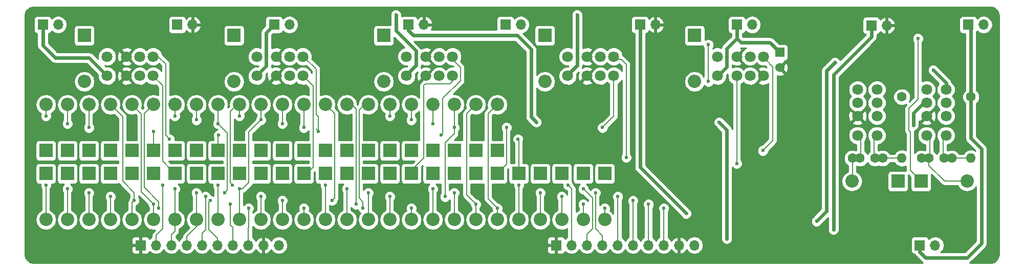
<source format=gbl>
G04 #@! TF.FileFunction,Copper,L2,Bot,Signal*
%FSLAX46Y46*%
G04 Gerber Fmt 4.6, Leading zero omitted, Abs format (unit mm)*
G04 Created by KiCad (PCBNEW 4.0.4+e1-6308~48~ubuntu16.04.1-stable) date Mon Jan 22 21:19:12 2018*
%MOMM*%
%LPD*%
G01*
G04 APERTURE LIST*
%ADD10C,0.100000*%
%ADD11C,1.600000*%
%ADD12O,1.600000X1.600000*%
%ADD13R,2.200000X2.200000*%
%ADD14O,2.200000X2.200000*%
%ADD15R,1.700000X1.700000*%
%ADD16O,1.700000X1.700000*%
%ADD17R,1.524000X1.524000*%
%ADD18C,1.524000*%
%ADD19C,1.800000*%
%ADD20C,0.600000*%
%ADD21C,0.200000*%
%ADD22C,0.600000*%
%ADD23C,0.254000*%
G04 APERTURE END LIST*
D10*
D11*
X245745000Y-115570000D03*
D12*
X245745000Y-125730000D03*
D11*
X257175000Y-115570000D03*
D12*
X257175000Y-125730000D03*
D11*
X241320000Y-125730000D03*
X238820000Y-125730000D03*
X242570000Y-125730000D03*
X237570000Y-125730000D03*
X252750000Y-125730000D03*
X250250000Y-125730000D03*
X254000000Y-125730000D03*
X249000000Y-125730000D03*
D13*
X245110000Y-129540000D03*
D14*
X237490000Y-129540000D03*
D13*
X248920000Y-129540000D03*
D14*
X256540000Y-129540000D03*
D13*
X110490000Y-105410000D03*
D14*
X110490000Y-113030000D03*
D13*
X186690000Y-105410000D03*
D14*
X186690000Y-113030000D03*
D13*
X211455000Y-105410000D03*
D14*
X211455000Y-113030000D03*
D13*
X104140000Y-128270000D03*
D14*
X104140000Y-135890000D03*
D13*
X104140000Y-124460000D03*
D14*
X104140000Y-116840000D03*
D13*
X107696000Y-128270000D03*
D14*
X107696000Y-135890000D03*
D13*
X107696000Y-124460000D03*
D14*
X107696000Y-116840000D03*
D13*
X111252000Y-128270000D03*
D14*
X111252000Y-135890000D03*
D13*
X111252000Y-124460000D03*
D14*
X111252000Y-116840000D03*
D13*
X135255000Y-105410000D03*
D14*
X135255000Y-113030000D03*
D13*
X114808000Y-128270000D03*
D14*
X114808000Y-135890000D03*
D13*
X114808000Y-124460000D03*
D14*
X114808000Y-116840000D03*
D13*
X118364000Y-128270000D03*
D14*
X118364000Y-135890000D03*
D13*
X118364000Y-124460000D03*
D14*
X118364000Y-116840000D03*
D13*
X121920000Y-128270000D03*
D14*
X121920000Y-135890000D03*
D13*
X121920000Y-124460000D03*
D14*
X121920000Y-116840000D03*
D13*
X125476000Y-128270000D03*
D14*
X125476000Y-135890000D03*
D13*
X125476000Y-124460000D03*
D14*
X125476000Y-116840000D03*
D13*
X129032000Y-128270000D03*
D14*
X129032000Y-135890000D03*
D13*
X129032000Y-124460000D03*
D14*
X129032000Y-116840000D03*
D13*
X160020000Y-105410000D03*
D14*
X160020000Y-113030000D03*
D13*
X132588000Y-128270000D03*
D14*
X132588000Y-135890000D03*
D13*
X132588000Y-124460000D03*
D14*
X132588000Y-116840000D03*
D13*
X136144000Y-128270000D03*
D14*
X136144000Y-135890000D03*
D13*
X136144000Y-124460000D03*
D14*
X136144000Y-116840000D03*
D13*
X139700000Y-128270000D03*
D14*
X139700000Y-135890000D03*
D13*
X139700000Y-124460000D03*
D14*
X139700000Y-116840000D03*
D13*
X143256000Y-128270000D03*
D14*
X143256000Y-135890000D03*
D13*
X143256000Y-124460000D03*
D14*
X143256000Y-116840000D03*
D13*
X146812000Y-128270000D03*
D14*
X146812000Y-135890000D03*
D13*
X146812000Y-124460000D03*
D14*
X146812000Y-116840000D03*
D13*
X150368000Y-128270000D03*
D14*
X150368000Y-135890000D03*
D13*
X150368000Y-124460000D03*
D14*
X150368000Y-116840000D03*
D13*
X153924000Y-128270000D03*
D14*
X153924000Y-135890000D03*
D13*
X153924000Y-124460000D03*
D14*
X153924000Y-116840000D03*
D13*
X157480000Y-128270000D03*
D14*
X157480000Y-135890000D03*
D13*
X157480000Y-124460000D03*
D14*
X157480000Y-116840000D03*
D13*
X161036000Y-128270000D03*
D14*
X161036000Y-135890000D03*
D13*
X161036000Y-124460000D03*
D14*
X161036000Y-116840000D03*
D13*
X164592000Y-128270000D03*
D14*
X164592000Y-135890000D03*
D13*
X164592000Y-124460000D03*
D14*
X164592000Y-116840000D03*
D13*
X168148000Y-128270000D03*
D14*
X168148000Y-135890000D03*
D13*
X168148000Y-124460000D03*
D14*
X168148000Y-116840000D03*
D13*
X171704000Y-128270000D03*
D14*
X171704000Y-135890000D03*
D13*
X171704000Y-124460000D03*
D14*
X171704000Y-116840000D03*
D13*
X175260000Y-128270000D03*
D14*
X175260000Y-135890000D03*
D13*
X175260000Y-124460000D03*
D14*
X175260000Y-116840000D03*
D13*
X178816000Y-128270000D03*
D14*
X178816000Y-135890000D03*
D13*
X178816000Y-124460000D03*
D14*
X178816000Y-116840000D03*
D13*
X182372000Y-128270000D03*
D14*
X182372000Y-135890000D03*
D13*
X185928000Y-128270000D03*
D14*
X185928000Y-135890000D03*
D13*
X189484000Y-128270000D03*
D14*
X189484000Y-135890000D03*
D13*
X193040000Y-128270000D03*
D14*
X193040000Y-135890000D03*
D13*
X196596000Y-128270000D03*
D14*
X196596000Y-135890000D03*
D15*
X103620000Y-103620000D03*
D16*
X106160000Y-103620000D03*
D15*
X141900000Y-103620000D03*
D16*
X144440000Y-103620000D03*
D15*
X180180000Y-103620000D03*
D16*
X182720000Y-103620000D03*
D15*
X218460000Y-103620000D03*
D16*
X221000000Y-103620000D03*
D15*
X125870000Y-103620000D03*
D16*
X128410000Y-103620000D03*
D15*
X164150000Y-103620000D03*
D16*
X166690000Y-103620000D03*
D15*
X202430000Y-103620000D03*
D16*
X204970000Y-103620000D03*
D15*
X188570000Y-140130000D03*
D16*
X191110000Y-140130000D03*
X193650000Y-140130000D03*
X196190000Y-140130000D03*
X198730000Y-140130000D03*
X201270000Y-140130000D03*
X203810000Y-140130000D03*
X206350000Y-140130000D03*
X208890000Y-140130000D03*
X211430000Y-140130000D03*
D15*
X119820000Y-140130000D03*
D16*
X122360000Y-140130000D03*
X124900000Y-140130000D03*
X127440000Y-140130000D03*
X129980000Y-140130000D03*
X132520000Y-140130000D03*
X135060000Y-140130000D03*
X137600000Y-140130000D03*
X140140000Y-140130000D03*
X142680000Y-140130000D03*
D15*
X256740000Y-103620000D03*
D16*
X259280000Y-103620000D03*
D15*
X248730000Y-140130000D03*
D16*
X251270000Y-140130000D03*
D15*
X240710000Y-103759000D03*
D16*
X243250000Y-103759000D03*
D17*
X225552000Y-108204000D03*
D18*
X225552000Y-110744000D03*
D19*
X163805000Y-112090000D03*
X167005000Y-112090000D03*
X169205000Y-112090000D03*
X171405000Y-112090000D03*
X171405000Y-108890000D03*
X169205000Y-108890000D03*
X167005000Y-108890000D03*
X163805000Y-108890000D03*
X114275000Y-112090000D03*
X117475000Y-112090000D03*
X119675000Y-112090000D03*
X121875000Y-112090000D03*
X121875000Y-108890000D03*
X119675000Y-108890000D03*
X117475000Y-108890000D03*
X114275000Y-108890000D03*
X215240000Y-112090000D03*
X218440000Y-112090000D03*
X220640000Y-112090000D03*
X222840000Y-112090000D03*
X222840000Y-108890000D03*
X220640000Y-108890000D03*
X218440000Y-108890000D03*
X215240000Y-108890000D03*
X190475000Y-112090000D03*
X193675000Y-112090000D03*
X195875000Y-112090000D03*
X198075000Y-112090000D03*
X198075000Y-108890000D03*
X195875000Y-108890000D03*
X193675000Y-108890000D03*
X190475000Y-108890000D03*
X139040000Y-112090000D03*
X142240000Y-112090000D03*
X144440000Y-112090000D03*
X146640000Y-112090000D03*
X146640000Y-108890000D03*
X144440000Y-108890000D03*
X142240000Y-108890000D03*
X139040000Y-108890000D03*
X253060000Y-121945000D03*
X253060000Y-118745000D03*
X253060000Y-116545000D03*
X253060000Y-114345000D03*
X249860000Y-114345000D03*
X249860000Y-116545000D03*
X249860000Y-118745000D03*
X249860000Y-121945000D03*
X241630000Y-121945000D03*
X241630000Y-118745000D03*
X241630000Y-116545000D03*
X241630000Y-114345000D03*
X238430000Y-114345000D03*
X238430000Y-116545000D03*
X238430000Y-118745000D03*
X238430000Y-121945000D03*
D20*
X190500000Y-130175000D03*
X135001000Y-130175000D03*
X182372000Y-130175000D03*
X150368000Y-130175000D03*
X123444000Y-130175000D03*
X132588000Y-130175000D03*
X125476000Y-118745000D03*
X136144000Y-118745000D03*
X161036000Y-118745000D03*
X104140000Y-118745000D03*
X104140000Y-130175000D03*
X218440000Y-126619000D03*
X180340000Y-120650000D03*
X196215000Y-120650000D03*
X193040000Y-130810000D03*
X168148000Y-130810000D03*
X153924000Y-130810000D03*
X125476000Y-130810000D03*
X136144000Y-130810000D03*
X129032000Y-119380000D03*
X139700000Y-119380000D03*
X164592000Y-119380000D03*
X107696000Y-130810000D03*
X195072000Y-131445000D03*
X143256000Y-120015000D03*
X133731000Y-131445000D03*
X185928000Y-131445000D03*
X171704000Y-131445000D03*
X157480000Y-131445000D03*
X129032000Y-131445000D03*
X132588000Y-120015000D03*
X168148000Y-120015000D03*
X107696000Y-120015000D03*
X111252000Y-131445000D03*
X203835000Y-133350000D03*
X155448000Y-133350000D03*
X193040000Y-133350000D03*
X175260000Y-133350000D03*
X134620000Y-133350000D03*
X121920000Y-133350000D03*
X198755000Y-132080000D03*
X170180000Y-132080000D03*
X189484000Y-132080000D03*
X161036000Y-132080000D03*
X130556000Y-132080000D03*
X139700000Y-132080000D03*
X111252000Y-120650000D03*
X146812000Y-120650000D03*
X171704000Y-120650000D03*
X114808000Y-132080000D03*
X196596000Y-133985000D03*
X206375000Y-133985000D03*
X156591000Y-133985000D03*
X122809000Y-133985000D03*
X178816000Y-133985000D03*
X164592000Y-133985000D03*
X137668000Y-133985000D03*
X146812000Y-133985000D03*
X201270000Y-132740000D03*
X151511000Y-132715000D03*
X131318000Y-132715000D03*
X143256000Y-132715000D03*
X118745000Y-132715000D03*
X124587000Y-122555000D03*
X182245000Y-122555000D03*
X162052000Y-101981000D03*
X192024000Y-101981000D03*
X185293000Y-119761000D03*
X215519000Y-119761000D03*
X216789000Y-139065000D03*
X250952000Y-111130000D03*
X247650000Y-120269000D03*
X213741000Y-113030000D03*
X213741000Y-106934000D03*
X210058000Y-134874000D03*
X234696000Y-109855000D03*
X231648000Y-136144000D03*
X248412000Y-105918000D03*
X121920000Y-121285000D03*
X149225000Y-121285000D03*
X169545000Y-121920000D03*
X132715000Y-121920000D03*
X200152000Y-125603000D03*
X222758000Y-124460000D03*
X234442000Y-137541000D03*
D21*
X245745000Y-125730000D02*
X242570000Y-125730000D01*
X242570000Y-125730000D02*
X241320000Y-125730000D01*
X241130000Y-121945000D02*
X241130000Y-125540000D01*
X237570000Y-125730000D02*
X237570000Y-129460000D01*
X237570000Y-129460000D02*
X237490000Y-129540000D01*
X238820000Y-125730000D02*
X237570000Y-125730000D01*
X238930000Y-121945000D02*
X238930000Y-125620000D01*
X238930000Y-125620000D02*
X238820000Y-125730000D01*
X257175000Y-125730000D02*
X254000000Y-125730000D01*
X252750000Y-125730000D02*
X254000000Y-125730000D01*
X252560000Y-121945000D02*
X252560000Y-125540000D01*
X256540000Y-129540000D02*
X252857000Y-129540000D01*
X250250000Y-126933000D02*
X250250000Y-125730000D01*
X252857000Y-129540000D02*
X250250000Y-126933000D01*
X249000000Y-125730000D02*
X250250000Y-125730000D01*
X250250000Y-125730000D02*
X250360000Y-125620000D01*
X250360000Y-125620000D02*
X250360000Y-121945000D01*
X191110000Y-140130000D02*
X191110000Y-130785000D01*
X191110000Y-130785000D02*
X190500000Y-130175000D01*
X136144000Y-116840000D02*
X135763000Y-116840000D01*
X135763000Y-116840000D02*
X134620000Y-117983000D01*
X134620000Y-129794000D02*
X135001000Y-130175000D01*
X134620000Y-117983000D02*
X134620000Y-129794000D01*
X182372000Y-135890000D02*
X182372000Y-130175000D01*
X150368000Y-135890000D02*
X150368000Y-130175000D01*
X122360000Y-140130000D02*
X122360000Y-138498000D01*
X123444000Y-137414000D02*
X123444000Y-130175000D01*
X122360000Y-138498000D02*
X123444000Y-137414000D01*
X132588000Y-135890000D02*
X132588000Y-130175000D01*
X125476000Y-116840000D02*
X125476000Y-118491000D01*
X125476000Y-118491000D02*
X125476000Y-118745000D01*
X136144000Y-116840000D02*
X136144000Y-118491000D01*
X136144000Y-118491000D02*
X136144000Y-118745000D01*
X104140000Y-116840000D02*
X104140000Y-118745000D01*
X161036000Y-118364000D02*
X161036000Y-116840000D01*
X161036000Y-118745000D02*
X161036000Y-118364000D01*
X104140000Y-135890000D02*
X104140000Y-130175000D01*
X218440000Y-111590000D02*
X218440000Y-116459000D01*
X218440000Y-116459000D02*
X218440000Y-126619000D01*
X198075000Y-111590000D02*
X198075000Y-118790000D01*
X180340000Y-126746000D02*
X178816000Y-128270000D01*
X180340000Y-126746000D02*
X180340000Y-120650000D01*
X197993000Y-118872000D02*
X196215000Y-120650000D01*
X198075000Y-118790000D02*
X197993000Y-118872000D01*
X193650000Y-140130000D02*
X193650000Y-138328000D01*
X194564000Y-132334000D02*
X193040000Y-130810000D01*
X194564000Y-137414000D02*
X194564000Y-132334000D01*
X193650000Y-138328000D02*
X194564000Y-137414000D01*
X136144000Y-130810000D02*
X136652000Y-130810000D01*
X137668000Y-121412000D02*
X139700000Y-119380000D01*
X137668000Y-129794000D02*
X137668000Y-121412000D01*
X136652000Y-130810000D02*
X137668000Y-129794000D01*
X168148000Y-135890000D02*
X168148000Y-130810000D01*
X153924000Y-135890000D02*
X153924000Y-130810000D01*
X125476000Y-135890000D02*
X125476000Y-137795000D01*
X124900000Y-138371000D02*
X124900000Y-140130000D01*
X125476000Y-137795000D02*
X124900000Y-138371000D01*
X125476000Y-135890000D02*
X125476000Y-130810000D01*
X136144000Y-135890000D02*
X136144000Y-130810000D01*
X164592000Y-119380000D02*
X164592000Y-116840000D01*
X129032000Y-116840000D02*
X129032000Y-119380000D01*
X139700000Y-116840000D02*
X139700000Y-119380000D01*
X164592000Y-119380000D02*
X164719000Y-119253000D01*
X107696000Y-135890000D02*
X107696000Y-131064000D01*
X107696000Y-131064000D02*
X107696000Y-130810000D01*
X196190000Y-140130000D02*
X196190000Y-138532000D01*
X195072000Y-137414000D02*
X195072000Y-131445000D01*
X196190000Y-138532000D02*
X195072000Y-137414000D01*
X143256000Y-116840000D02*
X143256000Y-120015000D01*
X132588000Y-120015000D02*
X134112000Y-121539000D01*
X134112000Y-131064000D02*
X133731000Y-131445000D01*
X134112000Y-121539000D02*
X134112000Y-131064000D01*
X185928000Y-135890000D02*
X185928000Y-131445000D01*
X171704000Y-135890000D02*
X171704000Y-131445000D01*
X157480000Y-135890000D02*
X157480000Y-131445000D01*
X127440000Y-140130000D02*
X127440000Y-138625000D01*
X129032000Y-137033000D02*
X129032000Y-135890000D01*
X127440000Y-138625000D02*
X129032000Y-137033000D01*
X129032000Y-135890000D02*
X129032000Y-131445000D01*
X132588000Y-116840000D02*
X132588000Y-120015000D01*
X107696000Y-116840000D02*
X107696000Y-119761000D01*
X168148000Y-119507000D02*
X168148000Y-116840000D01*
X168148000Y-120015000D02*
X168148000Y-119507000D01*
X107696000Y-119761000D02*
X107696000Y-120015000D01*
X111252000Y-135890000D02*
X111252000Y-131953000D01*
X111252000Y-131953000D02*
X111252000Y-131445000D01*
X203810000Y-140130000D02*
X203810000Y-133375000D01*
X203810000Y-133375000D02*
X203835000Y-133350000D01*
X175260000Y-116840000D02*
X173736000Y-118364000D01*
X173736000Y-131826000D02*
X175260000Y-133350000D01*
X173736000Y-118364000D02*
X173736000Y-131826000D01*
X153924000Y-116840000D02*
X154686000Y-116840000D01*
X154686000Y-116840000D02*
X155448000Y-117602000D01*
X155448000Y-117602000D02*
X155448000Y-133350000D01*
X118364000Y-116840000D02*
X119761000Y-118237000D01*
X119888000Y-131318000D02*
X121920000Y-133350000D01*
X119888000Y-118364000D02*
X119888000Y-131318000D01*
X119761000Y-118237000D02*
X119888000Y-118364000D01*
X193040000Y-135890000D02*
X193040000Y-133350000D01*
X175260000Y-135890000D02*
X175260000Y-133350000D01*
X135060000Y-140130000D02*
X135060000Y-137219000D01*
X134620000Y-136779000D02*
X134620000Y-133350000D01*
X135060000Y-137219000D02*
X134620000Y-136779000D01*
X121920000Y-135890000D02*
X121920000Y-133350000D01*
X198730000Y-140130000D02*
X198730000Y-132105000D01*
X198730000Y-132105000D02*
X198755000Y-132080000D01*
X171704000Y-120650000D02*
X171704000Y-121666000D01*
X170180000Y-123190000D02*
X170180000Y-132080000D01*
X171704000Y-121666000D02*
X170180000Y-123190000D01*
X189484000Y-135890000D02*
X189484000Y-132080000D01*
X161036000Y-135890000D02*
X161036000Y-132080000D01*
X129980000Y-140130000D02*
X129980000Y-138117000D01*
X130556000Y-137541000D02*
X130556000Y-132080000D01*
X129980000Y-138117000D02*
X130556000Y-137541000D01*
X139700000Y-135890000D02*
X139700000Y-132080000D01*
X171704000Y-120650000D02*
X171704000Y-116840000D01*
X111252000Y-116840000D02*
X111252000Y-120650000D01*
X146812000Y-116840000D02*
X146812000Y-120650000D01*
X171704000Y-120650000D02*
X171704000Y-120396000D01*
X114808000Y-135890000D02*
X114808000Y-132080000D01*
X206350000Y-140130000D02*
X206350000Y-134010000D01*
X206350000Y-134010000D02*
X206375000Y-133985000D01*
X178816000Y-116840000D02*
X177292000Y-118364000D01*
X177292000Y-132461000D02*
X178816000Y-133985000D01*
X177292000Y-118364000D02*
X177292000Y-132461000D01*
X157480000Y-116840000D02*
X156845000Y-116840000D01*
X156845000Y-116840000D02*
X155956000Y-117729000D01*
X155956000Y-117729000D02*
X155956000Y-132334000D01*
X155956000Y-132334000D02*
X156591000Y-132969000D01*
X156591000Y-132969000D02*
X156591000Y-133985000D01*
X121920000Y-116840000D02*
X120396000Y-118364000D01*
X122809000Y-132969000D02*
X122809000Y-133985000D01*
X120396000Y-130556000D02*
X122809000Y-132969000D01*
X120396000Y-118364000D02*
X120396000Y-130556000D01*
X196596000Y-135890000D02*
X196596000Y-133985000D01*
X178816000Y-135890000D02*
X178816000Y-133985000D01*
X164592000Y-135890000D02*
X164592000Y-133985000D01*
X137600000Y-140130000D02*
X137600000Y-137228000D01*
X137668000Y-137160000D02*
X137668000Y-133985000D01*
X137600000Y-137228000D02*
X137668000Y-137160000D01*
X146812000Y-135890000D02*
X146812000Y-133985000D01*
X201270000Y-140130000D02*
X201270000Y-132740000D01*
X150368000Y-116840000D02*
X151892000Y-118364000D01*
X151892000Y-132334000D02*
X151511000Y-132715000D01*
X151892000Y-118364000D02*
X151892000Y-132334000D01*
X132520000Y-140130000D02*
X132520000Y-138997000D01*
X131064000Y-132969000D02*
X131318000Y-132715000D01*
X131064000Y-137541000D02*
X131064000Y-132969000D01*
X132520000Y-138997000D02*
X131064000Y-137541000D01*
X143256000Y-135890000D02*
X143256000Y-132715000D01*
X118745000Y-132715000D02*
X118745000Y-131445000D01*
X116840000Y-118872000D02*
X114808000Y-116840000D01*
X116840000Y-129540000D02*
X116840000Y-118872000D01*
X118745000Y-131445000D02*
X116840000Y-129540000D01*
X118364000Y-135890000D02*
X118364000Y-133096000D01*
X118364000Y-133096000D02*
X118745000Y-132715000D01*
X121875000Y-108890000D02*
X122733000Y-108890000D01*
X122733000Y-108890000D02*
X123952000Y-110109000D01*
X123952000Y-121920000D02*
X124587000Y-122555000D01*
X123952000Y-110109000D02*
X123952000Y-121920000D01*
X182372000Y-122682000D02*
X182245000Y-122555000D01*
X182372000Y-128270000D02*
X182372000Y-122682000D01*
X121875000Y-112090000D02*
X121875000Y-112125000D01*
X121875000Y-112125000D02*
X123444000Y-113694000D01*
X123444000Y-113694000D02*
X123444000Y-114554000D01*
X123444000Y-126238000D02*
X124841000Y-127635000D01*
X123444000Y-114554000D02*
X123444000Y-126238000D01*
X125476000Y-128270000D02*
X124841000Y-127635000D01*
X125476000Y-128270000D02*
X125349000Y-128270000D01*
X146640000Y-112090000D02*
X146640000Y-112096000D01*
X146640000Y-112096000D02*
X148336000Y-113792000D01*
X148336000Y-127254000D02*
X148336000Y-113792000D01*
X147320000Y-128270000D02*
X148336000Y-127254000D01*
X146812000Y-128270000D02*
X147320000Y-128270000D01*
X170180000Y-113411000D02*
X170942000Y-113411000D01*
X164592000Y-127762000D02*
X166624000Y-125730000D01*
X166624000Y-113665000D02*
X166624000Y-125730000D01*
X166878000Y-113411000D02*
X166624000Y-113665000D01*
X170180000Y-113411000D02*
X166878000Y-113411000D01*
X170942000Y-113411000D02*
X171405000Y-112948000D01*
X171405000Y-112948000D02*
X171405000Y-112090000D01*
X164592000Y-128270000D02*
X164592000Y-127762000D01*
D22*
X215240000Y-112090000D02*
X215316000Y-112090000D01*
X215316000Y-112090000D02*
X216789000Y-110617000D01*
X216789000Y-110617000D02*
X216789000Y-110041000D01*
X165354000Y-107950000D02*
X162052000Y-104648000D01*
X165354000Y-107950000D02*
X165354000Y-110363000D01*
X164127000Y-111590000D02*
X165354000Y-110363000D01*
X162052000Y-104648000D02*
X162052000Y-101981000D01*
X110871000Y-109093000D02*
X111278000Y-109093000D01*
X110871000Y-109093000D02*
X105664000Y-109093000D01*
X105664000Y-109093000D02*
X103620000Y-107049000D01*
X103620000Y-103620000D02*
X103620000Y-107049000D01*
X111278000Y-109093000D02*
X114275000Y-112090000D01*
X139040000Y-111590000D02*
X139489000Y-111590000D01*
X139489000Y-111590000D02*
X140589000Y-110490000D01*
X140589000Y-110490000D02*
X140589000Y-104931000D01*
X140589000Y-104931000D02*
X141900000Y-103620000D01*
X163805000Y-111590000D02*
X164127000Y-111590000D01*
X190475000Y-111590000D02*
X190797000Y-111590000D01*
X190797000Y-111590000D02*
X192024000Y-110363000D01*
X192024000Y-110363000D02*
X192024000Y-101981000D01*
X225552000Y-108204000D02*
X223901000Y-106553000D01*
X219115000Y-106553000D02*
X218460000Y-105898000D01*
X223901000Y-106553000D02*
X219115000Y-106553000D01*
X218460000Y-103620000D02*
X218460000Y-105898000D01*
X216789000Y-107569000D02*
X216789000Y-110041000D01*
X218460000Y-105898000D02*
X216789000Y-107569000D01*
X257175000Y-115570000D02*
X257175000Y-122428000D01*
X248730000Y-141288000D02*
X248730000Y-140130000D01*
X249682000Y-142240000D02*
X248730000Y-141288000D01*
X256540000Y-142240000D02*
X249682000Y-142240000D01*
X258953000Y-139827000D02*
X256540000Y-142240000D01*
X258953000Y-124206000D02*
X258953000Y-139827000D01*
X257175000Y-122428000D02*
X258953000Y-124206000D01*
X257175000Y-115570000D02*
X257175000Y-112141000D01*
X257175000Y-112141000D02*
X257175000Y-104055000D01*
X257175000Y-104055000D02*
X256740000Y-103620000D01*
X164150000Y-103620000D02*
X164150000Y-104587000D01*
X182118000Y-105410000D02*
X184404000Y-107696000D01*
X184404000Y-107696000D02*
X184404000Y-118872000D01*
X184404000Y-118872000D02*
X185293000Y-119761000D01*
X216789000Y-121031000D02*
X215519000Y-119761000D01*
X216789000Y-121031000D02*
X216789000Y-135890000D01*
X216789000Y-135890000D02*
X216789000Y-137160000D01*
X216789000Y-137160000D02*
X216789000Y-139065000D01*
X164973000Y-105410000D02*
X182118000Y-105410000D01*
X164150000Y-104587000D02*
X164973000Y-105410000D01*
X218440000Y-109390000D02*
X218440000Y-108966000D01*
X253060000Y-114345000D02*
X253060000Y-113238000D01*
X252560000Y-112738000D02*
X250952000Y-111130000D01*
X253060000Y-113238000D02*
X252560000Y-112738000D01*
X247650000Y-118237000D02*
X247650000Y-120015000D01*
X247650000Y-120015000D02*
X247650000Y-120269000D01*
X249342000Y-116545000D02*
X247904000Y-117983000D01*
X247904000Y-117983000D02*
X247650000Y-118237000D01*
X249342000Y-116545000D02*
X250360000Y-116545000D01*
D21*
X213741000Y-106934000D02*
X213741000Y-113030000D01*
D22*
X202430000Y-103620000D02*
X202430000Y-127254000D01*
X202430000Y-127254000D02*
X202438000Y-127254000D01*
D21*
X202430000Y-127254000D02*
X202438000Y-127254000D01*
D22*
X202438000Y-127254000D02*
X210058000Y-134874000D01*
X233299000Y-111252000D02*
X234696000Y-109855000D01*
X233299000Y-134493000D02*
X231648000Y-136144000D01*
X233299000Y-134493000D02*
X233299000Y-111252000D01*
D21*
X248920000Y-129540000D02*
X247142000Y-127762000D01*
X248412000Y-115951000D02*
X248412000Y-105918000D01*
X246888000Y-117475000D02*
X248412000Y-115951000D01*
X246888000Y-121158000D02*
X246888000Y-117475000D01*
X247142000Y-121412000D02*
X246888000Y-121158000D01*
X247142000Y-127762000D02*
X247142000Y-121412000D01*
X248920000Y-129540000D02*
X248539000Y-129540000D01*
X146640000Y-108890000D02*
X146736000Y-108890000D01*
X146736000Y-108890000D02*
X148844000Y-110998000D01*
X148844000Y-110998000D02*
X148844000Y-111594000D01*
X149225000Y-121285000D02*
X149225000Y-118872000D01*
X148844000Y-118491000D02*
X148844000Y-111594000D01*
X149225000Y-118872000D02*
X148844000Y-118491000D01*
X149225000Y-121285000D02*
X148844000Y-120904000D01*
X121920000Y-124460000D02*
X121920000Y-121285000D01*
X169545000Y-121920000D02*
X169799000Y-121666000D01*
X172720000Y-110705000D02*
X171405000Y-109390000D01*
X172720000Y-112903000D02*
X172720000Y-110705000D01*
X169799000Y-115824000D02*
X172720000Y-112903000D01*
X169799000Y-121666000D02*
X169799000Y-115824000D01*
X169545000Y-121920000D02*
X169672000Y-121793000D01*
X132588000Y-124460000D02*
X132588000Y-122047000D01*
X132588000Y-122047000D02*
X132715000Y-121920000D01*
X198075000Y-109390000D02*
X199306000Y-109390000D01*
X200152000Y-110236000D02*
X200152000Y-125603000D01*
X199306000Y-109390000D02*
X200152000Y-110236000D01*
X222840000Y-109390000D02*
X223182000Y-109390000D01*
X223182000Y-109390000D02*
X224409000Y-110617000D01*
X224409000Y-110617000D02*
X224409000Y-116332000D01*
X224409000Y-116332000D02*
X224409000Y-122809000D01*
X224409000Y-122809000D02*
X222758000Y-124460000D01*
D22*
X240710000Y-103759000D02*
X240710000Y-105619000D01*
X235712000Y-110617000D02*
X234442000Y-111887000D01*
X234442000Y-137541000D02*
X234442000Y-111887000D01*
X240710000Y-105619000D02*
X235712000Y-110617000D01*
D23*
G36*
X260988338Y-100821046D02*
X261402333Y-101097669D01*
X261678953Y-101511660D01*
X261790000Y-102069931D01*
X261790000Y-141680069D01*
X261678953Y-142238340D01*
X261402333Y-142652331D01*
X260988338Y-142928954D01*
X260430069Y-143040000D01*
X256993333Y-143040000D01*
X257201145Y-142901145D01*
X259614145Y-140488145D01*
X259816827Y-140184809D01*
X259888000Y-139827000D01*
X259888000Y-124206000D01*
X259816827Y-123848191D01*
X259614145Y-123544855D01*
X258110000Y-122040710D01*
X258110000Y-116664258D01*
X258390824Y-116383923D01*
X258609750Y-115856691D01*
X258610248Y-115285813D01*
X258392243Y-114758200D01*
X258110000Y-114475464D01*
X258110000Y-104833751D01*
X258186431Y-104721890D01*
X258200086Y-104654459D01*
X258229946Y-104699147D01*
X258711715Y-105021054D01*
X259280000Y-105134093D01*
X259848285Y-105021054D01*
X260330054Y-104699147D01*
X260651961Y-104217378D01*
X260765000Y-103649093D01*
X260765000Y-103590907D01*
X260651961Y-103022622D01*
X260330054Y-102540853D01*
X259848285Y-102218946D01*
X259280000Y-102105907D01*
X258711715Y-102218946D01*
X258229946Y-102540853D01*
X258202150Y-102582452D01*
X258193162Y-102534683D01*
X258054090Y-102318559D01*
X257841890Y-102173569D01*
X257590000Y-102122560D01*
X255890000Y-102122560D01*
X255654683Y-102166838D01*
X255438559Y-102305910D01*
X255293569Y-102518110D01*
X255242560Y-102770000D01*
X255242560Y-104470000D01*
X255286838Y-104705317D01*
X255425910Y-104921441D01*
X255638110Y-105066431D01*
X255890000Y-105117440D01*
X256240000Y-105117440D01*
X256240000Y-114475742D01*
X255959176Y-114756077D01*
X255740250Y-115283309D01*
X255739752Y-115854187D01*
X255957757Y-116381800D01*
X256240000Y-116664536D01*
X256240000Y-122428000D01*
X256311173Y-122785809D01*
X256513855Y-123089145D01*
X257955237Y-124530527D01*
X257724151Y-124376120D01*
X257175000Y-124266887D01*
X256625849Y-124376120D01*
X256160302Y-124687189D01*
X255954629Y-124995000D01*
X255248976Y-124995000D01*
X255217243Y-124918200D01*
X254813923Y-124514176D01*
X254286691Y-124295250D01*
X253715813Y-124294752D01*
X253374812Y-124435650D01*
X253295000Y-124402509D01*
X253295000Y-123480205D01*
X253363991Y-123480265D01*
X253928371Y-123247068D01*
X254360551Y-122815643D01*
X254594733Y-122251670D01*
X254595265Y-121641009D01*
X254362068Y-121076629D01*
X253930643Y-120644449D01*
X253366670Y-120410267D01*
X252756009Y-120409735D01*
X252191629Y-120642932D01*
X251759449Y-121074357D01*
X251525267Y-121638330D01*
X251524735Y-122248991D01*
X251757932Y-122813371D01*
X251825000Y-122880556D01*
X251825000Y-124625760D01*
X251534176Y-124916077D01*
X251500187Y-124997931D01*
X251467243Y-124918200D01*
X251095000Y-124545307D01*
X251095000Y-122881079D01*
X251160551Y-122815643D01*
X251394733Y-122251670D01*
X251395265Y-121641009D01*
X251162068Y-121076629D01*
X250730643Y-120644449D01*
X250166670Y-120410267D01*
X249556009Y-120409735D01*
X248991629Y-120642932D01*
X248559449Y-121074357D01*
X248325267Y-121638330D01*
X248324735Y-122248991D01*
X248557932Y-122813371D01*
X248989357Y-123245551D01*
X249553330Y-123479733D01*
X249625000Y-123479795D01*
X249625000Y-124435573D01*
X249624812Y-124435650D01*
X249286691Y-124295250D01*
X248715813Y-124294752D01*
X248188200Y-124512757D01*
X247877000Y-124823415D01*
X247877000Y-121412000D01*
X247835621Y-121203975D01*
X248178943Y-121062117D01*
X248442192Y-120799327D01*
X248584838Y-120455799D01*
X248585162Y-120083833D01*
X248585000Y-120083441D01*
X248585000Y-119825159D01*
X248959446Y-119825159D01*
X249045852Y-120081643D01*
X249619336Y-120291458D01*
X250229460Y-120265839D01*
X250674148Y-120081643D01*
X250760554Y-119825159D01*
X249860000Y-118924605D01*
X248959446Y-119825159D01*
X248585000Y-119825159D01*
X248585000Y-119579915D01*
X248779841Y-119645554D01*
X249680395Y-118745000D01*
X250039605Y-118745000D01*
X250940159Y-119645554D01*
X251196643Y-119559148D01*
X251406458Y-118985664D01*
X251380839Y-118375540D01*
X251196643Y-117930852D01*
X250940159Y-117844446D01*
X250039605Y-118745000D01*
X249680395Y-118745000D01*
X249666253Y-118730858D01*
X249845858Y-118551253D01*
X249860000Y-118565395D01*
X250472676Y-117952719D01*
X250728371Y-117847068D01*
X251160551Y-117415643D01*
X251394733Y-116851670D01*
X251395265Y-116241009D01*
X251162068Y-115676629D01*
X250930818Y-115444974D01*
X251160551Y-115215643D01*
X251394733Y-114651670D01*
X251395265Y-114041009D01*
X251162068Y-113476629D01*
X250730643Y-113044449D01*
X250166670Y-112810267D01*
X249556009Y-112809735D01*
X249147000Y-112978734D01*
X249147000Y-111315167D01*
X250016838Y-111315167D01*
X250158883Y-111658943D01*
X250421673Y-111922192D01*
X250422065Y-111922355D01*
X251866852Y-113367142D01*
X251759449Y-113474357D01*
X251525267Y-114038330D01*
X251524735Y-114648991D01*
X251757932Y-115213371D01*
X251989182Y-115445026D01*
X251759449Y-115674357D01*
X251525267Y-116238330D01*
X251524735Y-116848991D01*
X251757932Y-117413371D01*
X251989182Y-117645026D01*
X251759449Y-117874357D01*
X251525267Y-118438330D01*
X251524735Y-119048991D01*
X251757932Y-119613371D01*
X252189357Y-120045551D01*
X252753330Y-120279733D01*
X253363991Y-120280265D01*
X253928371Y-120047068D01*
X254360551Y-119615643D01*
X254594733Y-119051670D01*
X254595265Y-118441009D01*
X254362068Y-117876629D01*
X254130818Y-117644974D01*
X254360551Y-117415643D01*
X254594733Y-116851670D01*
X254595265Y-116241009D01*
X254362068Y-115676629D01*
X254130818Y-115444974D01*
X254360551Y-115215643D01*
X254594733Y-114651670D01*
X254595265Y-114041009D01*
X254362068Y-113476629D01*
X253962935Y-113076797D01*
X253923827Y-112880191D01*
X253721145Y-112576855D01*
X251613436Y-110469146D01*
X251482327Y-110337808D01*
X251138799Y-110195162D01*
X250766833Y-110194838D01*
X250423057Y-110336883D01*
X250159808Y-110599673D01*
X250017162Y-110943201D01*
X250016838Y-111315167D01*
X249147000Y-111315167D01*
X249147000Y-106505419D01*
X249204192Y-106448327D01*
X249346838Y-106104799D01*
X249347162Y-105732833D01*
X249205117Y-105389057D01*
X248942327Y-105125808D01*
X248598799Y-104983162D01*
X248226833Y-104982838D01*
X247883057Y-105124883D01*
X247619808Y-105387673D01*
X247477162Y-105731201D01*
X247476838Y-106103167D01*
X247618883Y-106446943D01*
X247677000Y-106505162D01*
X247677000Y-115646553D01*
X246975873Y-116347680D01*
X247179750Y-115856691D01*
X247180248Y-115285813D01*
X246962243Y-114758200D01*
X246558923Y-114354176D01*
X246031691Y-114135250D01*
X245460813Y-114134752D01*
X244933200Y-114352757D01*
X244529176Y-114756077D01*
X244310250Y-115283309D01*
X244309752Y-115854187D01*
X244527757Y-116381800D01*
X244931077Y-116785824D01*
X245458309Y-117004750D01*
X246029187Y-117005248D01*
X246521884Y-116801670D01*
X246368277Y-116955277D01*
X246208949Y-117193728D01*
X246153000Y-117475000D01*
X246153000Y-121158000D01*
X246201192Y-121400277D01*
X246208949Y-121439272D01*
X246368277Y-121677723D01*
X246407000Y-121716446D01*
X246407000Y-124451523D01*
X246294151Y-124376120D01*
X245745000Y-124266887D01*
X245195849Y-124376120D01*
X244730302Y-124687189D01*
X244524629Y-124995000D01*
X243818976Y-124995000D01*
X243787243Y-124918200D01*
X243383923Y-124514176D01*
X242856691Y-124295250D01*
X242285813Y-124294752D01*
X241944812Y-124435650D01*
X241865000Y-124402509D01*
X241865000Y-123480205D01*
X241933991Y-123480265D01*
X242498371Y-123247068D01*
X242930551Y-122815643D01*
X243164733Y-122251670D01*
X243165265Y-121641009D01*
X242932068Y-121076629D01*
X242500643Y-120644449D01*
X241936670Y-120410267D01*
X241326009Y-120409735D01*
X240761629Y-120642932D01*
X240329449Y-121074357D01*
X240095267Y-121638330D01*
X240094735Y-122248991D01*
X240327932Y-122813371D01*
X240395000Y-122880556D01*
X240395000Y-124625760D01*
X240104176Y-124916077D01*
X240070187Y-124997931D01*
X240037243Y-124918200D01*
X239665000Y-124545307D01*
X239665000Y-122881079D01*
X239730551Y-122815643D01*
X239964733Y-122251670D01*
X239965265Y-121641009D01*
X239732068Y-121076629D01*
X239300643Y-120644449D01*
X238736670Y-120410267D01*
X238126009Y-120409735D01*
X237561629Y-120642932D01*
X237129449Y-121074357D01*
X236895267Y-121638330D01*
X236894735Y-122248991D01*
X237127932Y-122813371D01*
X237559357Y-123245551D01*
X238123330Y-123479733D01*
X238195000Y-123479795D01*
X238195000Y-124435573D01*
X238194812Y-124435650D01*
X237856691Y-124295250D01*
X237285813Y-124294752D01*
X236758200Y-124512757D01*
X236354176Y-124916077D01*
X236135250Y-125443309D01*
X236134752Y-126014187D01*
X236352757Y-126541800D01*
X236756077Y-126945824D01*
X236835000Y-126978596D01*
X236835000Y-127928526D01*
X236792053Y-127937069D01*
X236229179Y-128313170D01*
X235853078Y-128876044D01*
X235721009Y-129540000D01*
X235853078Y-130203956D01*
X236229179Y-130766830D01*
X236792053Y-131142931D01*
X237456009Y-131275000D01*
X237523991Y-131275000D01*
X238187947Y-131142931D01*
X238750821Y-130766830D01*
X239126922Y-130203956D01*
X239258991Y-129540000D01*
X239126922Y-128876044D01*
X238750821Y-128313170D01*
X238305000Y-128015281D01*
X238305000Y-127069948D01*
X238533309Y-127164750D01*
X239104187Y-127165248D01*
X239631800Y-126947243D01*
X240035824Y-126543923D01*
X240069813Y-126462069D01*
X240102757Y-126541800D01*
X240506077Y-126945824D01*
X241033309Y-127164750D01*
X241604187Y-127165248D01*
X241945188Y-127024350D01*
X242283309Y-127164750D01*
X242854187Y-127165248D01*
X243381800Y-126947243D01*
X243785824Y-126543923D01*
X243818596Y-126465000D01*
X244524629Y-126465000D01*
X244730302Y-126772811D01*
X245195849Y-127083880D01*
X245745000Y-127193113D01*
X246294151Y-127083880D01*
X246407000Y-127008477D01*
X246407000Y-127762000D01*
X246421602Y-127835411D01*
X246210000Y-127792560D01*
X244010000Y-127792560D01*
X243774683Y-127836838D01*
X243558559Y-127975910D01*
X243413569Y-128188110D01*
X243362560Y-128440000D01*
X243362560Y-130640000D01*
X243406838Y-130875317D01*
X243545910Y-131091441D01*
X243758110Y-131236431D01*
X244010000Y-131287440D01*
X246210000Y-131287440D01*
X246445317Y-131243162D01*
X246661441Y-131104090D01*
X246806431Y-130891890D01*
X246857440Y-130640000D01*
X246857440Y-128516886D01*
X247172560Y-128832006D01*
X247172560Y-130640000D01*
X247216838Y-130875317D01*
X247355910Y-131091441D01*
X247568110Y-131236431D01*
X247820000Y-131287440D01*
X250020000Y-131287440D01*
X250255317Y-131243162D01*
X250471441Y-131104090D01*
X250616431Y-130891890D01*
X250667440Y-130640000D01*
X250667440Y-128440000D01*
X250655825Y-128378271D01*
X252337277Y-130059724D01*
X252509801Y-130175000D01*
X252575728Y-130219051D01*
X252857000Y-130275000D01*
X254950548Y-130275000D01*
X255279179Y-130766830D01*
X255842053Y-131142931D01*
X256506009Y-131275000D01*
X256573991Y-131275000D01*
X257237947Y-131142931D01*
X257800821Y-130766830D01*
X258018000Y-130441799D01*
X258018000Y-139439710D01*
X256152710Y-141305000D01*
X252176600Y-141305000D01*
X252320054Y-141209147D01*
X252641961Y-140727378D01*
X252755000Y-140159093D01*
X252755000Y-140100907D01*
X252641961Y-139532622D01*
X252320054Y-139050853D01*
X251838285Y-138728946D01*
X251270000Y-138615907D01*
X250701715Y-138728946D01*
X250219946Y-139050853D01*
X250192150Y-139092452D01*
X250183162Y-139044683D01*
X250044090Y-138828559D01*
X249831890Y-138683569D01*
X249580000Y-138632560D01*
X247880000Y-138632560D01*
X247644683Y-138676838D01*
X247428559Y-138815910D01*
X247283569Y-139028110D01*
X247232560Y-139280000D01*
X247232560Y-140980000D01*
X247276838Y-141215317D01*
X247415910Y-141431441D01*
X247628110Y-141576431D01*
X247861785Y-141623751D01*
X247866173Y-141645809D01*
X248068855Y-141949145D01*
X249020855Y-142901145D01*
X249228667Y-143040000D01*
X102070051Y-143040000D01*
X101511780Y-142928953D01*
X101097789Y-142652333D01*
X100821166Y-142238338D01*
X100710000Y-141679466D01*
X100710000Y-140415750D01*
X118335000Y-140415750D01*
X118335000Y-141106309D01*
X118431673Y-141339698D01*
X118610301Y-141518327D01*
X118843690Y-141615000D01*
X119534250Y-141615000D01*
X119693000Y-141456250D01*
X119693000Y-140257000D01*
X118493750Y-140257000D01*
X118335000Y-140415750D01*
X100710000Y-140415750D01*
X100710000Y-139153691D01*
X118335000Y-139153691D01*
X118335000Y-139844250D01*
X118493750Y-140003000D01*
X119693000Y-140003000D01*
X119693000Y-138803750D01*
X119534250Y-138645000D01*
X118843690Y-138645000D01*
X118610301Y-138741673D01*
X118431673Y-138920302D01*
X118335000Y-139153691D01*
X100710000Y-139153691D01*
X100710000Y-127170000D01*
X102392560Y-127170000D01*
X102392560Y-129370000D01*
X102436838Y-129605317D01*
X102575910Y-129821441D01*
X102788110Y-129966431D01*
X103040000Y-130017440D01*
X103205137Y-130017440D01*
X103204838Y-130360167D01*
X103346883Y-130703943D01*
X103405000Y-130762162D01*
X103405000Y-134300548D01*
X102913170Y-134629179D01*
X102537069Y-135192053D01*
X102405000Y-135856009D01*
X102405000Y-135923991D01*
X102537069Y-136587947D01*
X102913170Y-137150821D01*
X103476044Y-137526922D01*
X104140000Y-137658991D01*
X104803956Y-137526922D01*
X105366830Y-137150821D01*
X105742931Y-136587947D01*
X105875000Y-135923991D01*
X105875000Y-135856009D01*
X105742931Y-135192053D01*
X105366830Y-134629179D01*
X104875000Y-134300548D01*
X104875000Y-130762419D01*
X104932192Y-130705327D01*
X105074838Y-130361799D01*
X105075138Y-130017440D01*
X105240000Y-130017440D01*
X105475317Y-129973162D01*
X105691441Y-129834090D01*
X105836431Y-129621890D01*
X105887440Y-129370000D01*
X105887440Y-127170000D01*
X105948560Y-127170000D01*
X105948560Y-129370000D01*
X105992838Y-129605317D01*
X106131910Y-129821441D01*
X106344110Y-129966431D01*
X106596000Y-130017440D01*
X107166499Y-130017440D01*
X106903808Y-130279673D01*
X106761162Y-130623201D01*
X106760838Y-130995167D01*
X106902883Y-131338943D01*
X106961000Y-131397162D01*
X106961000Y-134300548D01*
X106469170Y-134629179D01*
X106093069Y-135192053D01*
X105961000Y-135856009D01*
X105961000Y-135923991D01*
X106093069Y-136587947D01*
X106469170Y-137150821D01*
X107032044Y-137526922D01*
X107696000Y-137658991D01*
X108359956Y-137526922D01*
X108922830Y-137150821D01*
X109298931Y-136587947D01*
X109431000Y-135923991D01*
X109431000Y-135856009D01*
X109517000Y-135856009D01*
X109517000Y-135923991D01*
X109649069Y-136587947D01*
X110025170Y-137150821D01*
X110588044Y-137526922D01*
X111252000Y-137658991D01*
X111915956Y-137526922D01*
X112478830Y-137150821D01*
X112854931Y-136587947D01*
X112987000Y-135923991D01*
X112987000Y-135856009D01*
X113073000Y-135856009D01*
X113073000Y-135923991D01*
X113205069Y-136587947D01*
X113581170Y-137150821D01*
X114144044Y-137526922D01*
X114808000Y-137658991D01*
X115471956Y-137526922D01*
X116034830Y-137150821D01*
X116410931Y-136587947D01*
X116543000Y-135923991D01*
X116543000Y-135856009D01*
X116410931Y-135192053D01*
X116034830Y-134629179D01*
X115543000Y-134300548D01*
X115543000Y-132667419D01*
X115600192Y-132610327D01*
X115742838Y-132266799D01*
X115743162Y-131894833D01*
X115601117Y-131551057D01*
X115338327Y-131287808D01*
X114994799Y-131145162D01*
X114622833Y-131144838D01*
X114279057Y-131286883D01*
X114015808Y-131549673D01*
X113873162Y-131893201D01*
X113872838Y-132265167D01*
X114014883Y-132608943D01*
X114073000Y-132667162D01*
X114073000Y-134300548D01*
X113581170Y-134629179D01*
X113205069Y-135192053D01*
X113073000Y-135856009D01*
X112987000Y-135856009D01*
X112854931Y-135192053D01*
X112478830Y-134629179D01*
X111987000Y-134300548D01*
X111987000Y-132032419D01*
X112044192Y-131975327D01*
X112186838Y-131631799D01*
X112187162Y-131259833D01*
X112045117Y-130916057D01*
X111782327Y-130652808D01*
X111438799Y-130510162D01*
X111066833Y-130509838D01*
X110723057Y-130651883D01*
X110459808Y-130914673D01*
X110317162Y-131258201D01*
X110316838Y-131630167D01*
X110458883Y-131973943D01*
X110517000Y-132032162D01*
X110517000Y-134300548D01*
X110025170Y-134629179D01*
X109649069Y-135192053D01*
X109517000Y-135856009D01*
X109431000Y-135856009D01*
X109298931Y-135192053D01*
X108922830Y-134629179D01*
X108431000Y-134300548D01*
X108431000Y-131397419D01*
X108488192Y-131340327D01*
X108630838Y-130996799D01*
X108631162Y-130624833D01*
X108489117Y-130281057D01*
X108226327Y-130017808D01*
X108225441Y-130017440D01*
X108796000Y-130017440D01*
X109031317Y-129973162D01*
X109247441Y-129834090D01*
X109392431Y-129621890D01*
X109443440Y-129370000D01*
X109443440Y-127170000D01*
X109504560Y-127170000D01*
X109504560Y-129370000D01*
X109548838Y-129605317D01*
X109687910Y-129821441D01*
X109900110Y-129966431D01*
X110152000Y-130017440D01*
X112352000Y-130017440D01*
X112587317Y-129973162D01*
X112803441Y-129834090D01*
X112948431Y-129621890D01*
X112999440Y-129370000D01*
X112999440Y-127170000D01*
X112955162Y-126934683D01*
X112816090Y-126718559D01*
X112603890Y-126573569D01*
X112352000Y-126522560D01*
X110152000Y-126522560D01*
X109916683Y-126566838D01*
X109700559Y-126705910D01*
X109555569Y-126918110D01*
X109504560Y-127170000D01*
X109443440Y-127170000D01*
X109399162Y-126934683D01*
X109260090Y-126718559D01*
X109047890Y-126573569D01*
X108796000Y-126522560D01*
X106596000Y-126522560D01*
X106360683Y-126566838D01*
X106144559Y-126705910D01*
X105999569Y-126918110D01*
X105948560Y-127170000D01*
X105887440Y-127170000D01*
X105843162Y-126934683D01*
X105704090Y-126718559D01*
X105491890Y-126573569D01*
X105240000Y-126522560D01*
X103040000Y-126522560D01*
X102804683Y-126566838D01*
X102588559Y-126705910D01*
X102443569Y-126918110D01*
X102392560Y-127170000D01*
X100710000Y-127170000D01*
X100710000Y-123360000D01*
X102392560Y-123360000D01*
X102392560Y-125560000D01*
X102436838Y-125795317D01*
X102575910Y-126011441D01*
X102788110Y-126156431D01*
X103040000Y-126207440D01*
X105240000Y-126207440D01*
X105475317Y-126163162D01*
X105691441Y-126024090D01*
X105836431Y-125811890D01*
X105887440Y-125560000D01*
X105887440Y-123360000D01*
X105948560Y-123360000D01*
X105948560Y-125560000D01*
X105992838Y-125795317D01*
X106131910Y-126011441D01*
X106344110Y-126156431D01*
X106596000Y-126207440D01*
X108796000Y-126207440D01*
X109031317Y-126163162D01*
X109247441Y-126024090D01*
X109392431Y-125811890D01*
X109443440Y-125560000D01*
X109443440Y-123360000D01*
X109504560Y-123360000D01*
X109504560Y-125560000D01*
X109548838Y-125795317D01*
X109687910Y-126011441D01*
X109900110Y-126156431D01*
X110152000Y-126207440D01*
X112352000Y-126207440D01*
X112587317Y-126163162D01*
X112803441Y-126024090D01*
X112948431Y-125811890D01*
X112999440Y-125560000D01*
X112999440Y-123360000D01*
X113060560Y-123360000D01*
X113060560Y-125560000D01*
X113104838Y-125795317D01*
X113243910Y-126011441D01*
X113456110Y-126156431D01*
X113708000Y-126207440D01*
X115908000Y-126207440D01*
X116105000Y-126170372D01*
X116105000Y-126562453D01*
X115908000Y-126522560D01*
X113708000Y-126522560D01*
X113472683Y-126566838D01*
X113256559Y-126705910D01*
X113111569Y-126918110D01*
X113060560Y-127170000D01*
X113060560Y-129370000D01*
X113104838Y-129605317D01*
X113243910Y-129821441D01*
X113456110Y-129966431D01*
X113708000Y-130017440D01*
X115908000Y-130017440D01*
X116143317Y-129973162D01*
X116226621Y-129919557D01*
X116320277Y-130059723D01*
X118010000Y-131749447D01*
X118010000Y-132127581D01*
X117952808Y-132184673D01*
X117810162Y-132528201D01*
X117810076Y-132627463D01*
X117684949Y-132814728D01*
X117629000Y-133096000D01*
X117629000Y-134300548D01*
X117137170Y-134629179D01*
X116761069Y-135192053D01*
X116629000Y-135856009D01*
X116629000Y-135923991D01*
X116761069Y-136587947D01*
X117137170Y-137150821D01*
X117700044Y-137526922D01*
X118364000Y-137658991D01*
X119027956Y-137526922D01*
X119590830Y-137150821D01*
X119966931Y-136587947D01*
X120099000Y-135923991D01*
X120099000Y-135856009D01*
X119966931Y-135192053D01*
X119590830Y-134629179D01*
X119099000Y-134300548D01*
X119099000Y-133580402D01*
X119273943Y-133508117D01*
X119537192Y-133245327D01*
X119679838Y-132901799D01*
X119680162Y-132529833D01*
X119538117Y-132186057D01*
X119480000Y-132127838D01*
X119480000Y-131949446D01*
X120984908Y-133454355D01*
X120984838Y-133535167D01*
X121126883Y-133878943D01*
X121185000Y-133937162D01*
X121185000Y-134300548D01*
X120693170Y-134629179D01*
X120317069Y-135192053D01*
X120185000Y-135856009D01*
X120185000Y-135923991D01*
X120317069Y-136587947D01*
X120693170Y-137150821D01*
X121256044Y-137526922D01*
X121920000Y-137658991D01*
X122219047Y-137599507D01*
X121840277Y-137978277D01*
X121680949Y-138216728D01*
X121625000Y-138498000D01*
X121625000Y-138840341D01*
X121309946Y-139050853D01*
X121280597Y-139094777D01*
X121208327Y-138920302D01*
X121029699Y-138741673D01*
X120796310Y-138645000D01*
X120105750Y-138645000D01*
X119947000Y-138803750D01*
X119947000Y-140003000D01*
X119967000Y-140003000D01*
X119967000Y-140257000D01*
X119947000Y-140257000D01*
X119947000Y-141456250D01*
X120105750Y-141615000D01*
X120796310Y-141615000D01*
X121029699Y-141518327D01*
X121208327Y-141339698D01*
X121280597Y-141165223D01*
X121309946Y-141209147D01*
X121791715Y-141531054D01*
X122360000Y-141644093D01*
X122928285Y-141531054D01*
X123410054Y-141209147D01*
X123630000Y-140879974D01*
X123849946Y-141209147D01*
X124331715Y-141531054D01*
X124900000Y-141644093D01*
X125468285Y-141531054D01*
X125950054Y-141209147D01*
X126170000Y-140879974D01*
X126389946Y-141209147D01*
X126871715Y-141531054D01*
X127440000Y-141644093D01*
X128008285Y-141531054D01*
X128490054Y-141209147D01*
X128710000Y-140879974D01*
X128929946Y-141209147D01*
X129411715Y-141531054D01*
X129980000Y-141644093D01*
X130548285Y-141531054D01*
X131030054Y-141209147D01*
X131250000Y-140879974D01*
X131469946Y-141209147D01*
X131951715Y-141531054D01*
X132520000Y-141644093D01*
X133088285Y-141531054D01*
X133570054Y-141209147D01*
X133790000Y-140879974D01*
X134009946Y-141209147D01*
X134491715Y-141531054D01*
X135060000Y-141644093D01*
X135628285Y-141531054D01*
X136110054Y-141209147D01*
X136330000Y-140879974D01*
X136549946Y-141209147D01*
X137031715Y-141531054D01*
X137600000Y-141644093D01*
X138168285Y-141531054D01*
X138650054Y-141209147D01*
X138877702Y-140868447D01*
X138944817Y-141011358D01*
X139373076Y-141401645D01*
X139783110Y-141571476D01*
X140013000Y-141450155D01*
X140013000Y-140257000D01*
X139993000Y-140257000D01*
X139993000Y-140003000D01*
X140013000Y-140003000D01*
X140013000Y-138809845D01*
X140267000Y-138809845D01*
X140267000Y-140003000D01*
X140287000Y-140003000D01*
X140287000Y-140257000D01*
X140267000Y-140257000D01*
X140267000Y-141450155D01*
X140496890Y-141571476D01*
X140906924Y-141401645D01*
X141335183Y-141011358D01*
X141402298Y-140868447D01*
X141629946Y-141209147D01*
X142111715Y-141531054D01*
X142680000Y-141644093D01*
X143248285Y-141531054D01*
X143730054Y-141209147D01*
X144051961Y-140727378D01*
X144113947Y-140415750D01*
X187085000Y-140415750D01*
X187085000Y-141106309D01*
X187181673Y-141339698D01*
X187360301Y-141518327D01*
X187593690Y-141615000D01*
X188284250Y-141615000D01*
X188443000Y-141456250D01*
X188443000Y-140257000D01*
X187243750Y-140257000D01*
X187085000Y-140415750D01*
X144113947Y-140415750D01*
X144165000Y-140159093D01*
X144165000Y-140100907D01*
X144051961Y-139532622D01*
X143798768Y-139153691D01*
X187085000Y-139153691D01*
X187085000Y-139844250D01*
X187243750Y-140003000D01*
X188443000Y-140003000D01*
X188443000Y-138803750D01*
X188284250Y-138645000D01*
X187593690Y-138645000D01*
X187360301Y-138741673D01*
X187181673Y-138920302D01*
X187085000Y-139153691D01*
X143798768Y-139153691D01*
X143730054Y-139050853D01*
X143248285Y-138728946D01*
X142680000Y-138615907D01*
X142111715Y-138728946D01*
X141629946Y-139050853D01*
X141402298Y-139391553D01*
X141335183Y-139248642D01*
X140906924Y-138858355D01*
X140496890Y-138688524D01*
X140267000Y-138809845D01*
X140013000Y-138809845D01*
X139783110Y-138688524D01*
X139373076Y-138858355D01*
X138944817Y-139248642D01*
X138877702Y-139391553D01*
X138650054Y-139050853D01*
X138335000Y-138840341D01*
X138335000Y-137459308D01*
X138347051Y-137441272D01*
X138403000Y-137160000D01*
X138403000Y-137045804D01*
X138473170Y-137150821D01*
X139036044Y-137526922D01*
X139700000Y-137658991D01*
X140363956Y-137526922D01*
X140926830Y-137150821D01*
X141302931Y-136587947D01*
X141435000Y-135923991D01*
X141435000Y-135856009D01*
X141521000Y-135856009D01*
X141521000Y-135923991D01*
X141653069Y-136587947D01*
X142029170Y-137150821D01*
X142592044Y-137526922D01*
X143256000Y-137658991D01*
X143919956Y-137526922D01*
X144482830Y-137150821D01*
X144858931Y-136587947D01*
X144991000Y-135923991D01*
X144991000Y-135856009D01*
X145077000Y-135856009D01*
X145077000Y-135923991D01*
X145209069Y-136587947D01*
X145585170Y-137150821D01*
X146148044Y-137526922D01*
X146812000Y-137658991D01*
X147475956Y-137526922D01*
X148038830Y-137150821D01*
X148414931Y-136587947D01*
X148547000Y-135923991D01*
X148547000Y-135856009D01*
X148414931Y-135192053D01*
X148038830Y-134629179D01*
X147661584Y-134377111D01*
X147746838Y-134171799D01*
X147747162Y-133799833D01*
X147605117Y-133456057D01*
X147342327Y-133192808D01*
X146998799Y-133050162D01*
X146626833Y-133049838D01*
X146283057Y-133191883D01*
X146019808Y-133454673D01*
X145877162Y-133798201D01*
X145876838Y-134170167D01*
X145962361Y-134377148D01*
X145585170Y-134629179D01*
X145209069Y-135192053D01*
X145077000Y-135856009D01*
X144991000Y-135856009D01*
X144858931Y-135192053D01*
X144482830Y-134629179D01*
X143991000Y-134300548D01*
X143991000Y-133302419D01*
X144048192Y-133245327D01*
X144190838Y-132901799D01*
X144191162Y-132529833D01*
X144049117Y-132186057D01*
X143786327Y-131922808D01*
X143442799Y-131780162D01*
X143070833Y-131779838D01*
X142727057Y-131921883D01*
X142463808Y-132184673D01*
X142321162Y-132528201D01*
X142320838Y-132900167D01*
X142462883Y-133243943D01*
X142521000Y-133302162D01*
X142521000Y-134300548D01*
X142029170Y-134629179D01*
X141653069Y-135192053D01*
X141521000Y-135856009D01*
X141435000Y-135856009D01*
X141302931Y-135192053D01*
X140926830Y-134629179D01*
X140435000Y-134300548D01*
X140435000Y-132667419D01*
X140492192Y-132610327D01*
X140634838Y-132266799D01*
X140635162Y-131894833D01*
X140493117Y-131551057D01*
X140230327Y-131287808D01*
X139886799Y-131145162D01*
X139514833Y-131144838D01*
X139171057Y-131286883D01*
X138907808Y-131549673D01*
X138765162Y-131893201D01*
X138764838Y-132265167D01*
X138906883Y-132608943D01*
X138965000Y-132667162D01*
X138965000Y-134300548D01*
X138473170Y-134629179D01*
X138403000Y-134734196D01*
X138403000Y-134572419D01*
X138460192Y-134515327D01*
X138602838Y-134171799D01*
X138603162Y-133799833D01*
X138461117Y-133456057D01*
X138198327Y-133192808D01*
X137854799Y-133050162D01*
X137482833Y-133049838D01*
X137139057Y-133191883D01*
X136879000Y-133451487D01*
X136879000Y-131499846D01*
X136933272Y-131489051D01*
X137171723Y-131329723D01*
X138187723Y-130313723D01*
X138347051Y-130075272D01*
X138358481Y-130017808D01*
X138367904Y-129970439D01*
X138600000Y-130017440D01*
X140800000Y-130017440D01*
X141035317Y-129973162D01*
X141251441Y-129834090D01*
X141396431Y-129621890D01*
X141447440Y-129370000D01*
X141447440Y-127170000D01*
X141508560Y-127170000D01*
X141508560Y-129370000D01*
X141552838Y-129605317D01*
X141691910Y-129821441D01*
X141904110Y-129966431D01*
X142156000Y-130017440D01*
X144356000Y-130017440D01*
X144591317Y-129973162D01*
X144807441Y-129834090D01*
X144952431Y-129621890D01*
X145003440Y-129370000D01*
X145003440Y-127170000D01*
X144959162Y-126934683D01*
X144820090Y-126718559D01*
X144607890Y-126573569D01*
X144356000Y-126522560D01*
X142156000Y-126522560D01*
X141920683Y-126566838D01*
X141704559Y-126705910D01*
X141559569Y-126918110D01*
X141508560Y-127170000D01*
X141447440Y-127170000D01*
X141403162Y-126934683D01*
X141264090Y-126718559D01*
X141051890Y-126573569D01*
X140800000Y-126522560D01*
X138600000Y-126522560D01*
X138403000Y-126559628D01*
X138403000Y-126167547D01*
X138600000Y-126207440D01*
X140800000Y-126207440D01*
X141035317Y-126163162D01*
X141251441Y-126024090D01*
X141396431Y-125811890D01*
X141447440Y-125560000D01*
X141447440Y-123360000D01*
X141508560Y-123360000D01*
X141508560Y-125560000D01*
X141552838Y-125795317D01*
X141691910Y-126011441D01*
X141904110Y-126156431D01*
X142156000Y-126207440D01*
X144356000Y-126207440D01*
X144591317Y-126163162D01*
X144807441Y-126024090D01*
X144952431Y-125811890D01*
X145003440Y-125560000D01*
X145003440Y-123360000D01*
X144959162Y-123124683D01*
X144820090Y-122908559D01*
X144607890Y-122763569D01*
X144356000Y-122712560D01*
X142156000Y-122712560D01*
X141920683Y-122756838D01*
X141704559Y-122895910D01*
X141559569Y-123108110D01*
X141508560Y-123360000D01*
X141447440Y-123360000D01*
X141403162Y-123124683D01*
X141264090Y-122908559D01*
X141051890Y-122763569D01*
X140800000Y-122712560D01*
X138600000Y-122712560D01*
X138403000Y-122749628D01*
X138403000Y-121716446D01*
X139804355Y-120315092D01*
X139885167Y-120315162D01*
X140228943Y-120173117D01*
X140492192Y-119910327D01*
X140634838Y-119566799D01*
X140635162Y-119194833D01*
X140493117Y-118851057D01*
X140435000Y-118792838D01*
X140435000Y-118429452D01*
X140926830Y-118100821D01*
X141302931Y-117537947D01*
X141435000Y-116873991D01*
X141435000Y-116806009D01*
X141521000Y-116806009D01*
X141521000Y-116873991D01*
X141653069Y-117537947D01*
X142029170Y-118100821D01*
X142521000Y-118429452D01*
X142521000Y-119427581D01*
X142463808Y-119484673D01*
X142321162Y-119828201D01*
X142320838Y-120200167D01*
X142462883Y-120543943D01*
X142725673Y-120807192D01*
X143069201Y-120949838D01*
X143441167Y-120950162D01*
X143784943Y-120808117D01*
X144048192Y-120545327D01*
X144190838Y-120201799D01*
X144191162Y-119829833D01*
X144049117Y-119486057D01*
X143991000Y-119427838D01*
X143991000Y-118429452D01*
X144482830Y-118100821D01*
X144858931Y-117537947D01*
X144991000Y-116873991D01*
X144991000Y-116806009D01*
X144858931Y-116142053D01*
X144482830Y-115579179D01*
X143919956Y-115203078D01*
X143256000Y-115071009D01*
X142592044Y-115203078D01*
X142029170Y-115579179D01*
X141653069Y-116142053D01*
X141521000Y-116806009D01*
X141435000Y-116806009D01*
X141302931Y-116142053D01*
X140926830Y-115579179D01*
X140363956Y-115203078D01*
X139700000Y-115071009D01*
X139036044Y-115203078D01*
X138473170Y-115579179D01*
X138097069Y-116142053D01*
X137965000Y-116806009D01*
X137965000Y-116873991D01*
X138097069Y-117537947D01*
X138473170Y-118100821D01*
X138965000Y-118429452D01*
X138965000Y-118792581D01*
X138907808Y-118849673D01*
X138765162Y-119193201D01*
X138765090Y-119275463D01*
X137148278Y-120892276D01*
X137148277Y-120892277D01*
X136988949Y-121130728D01*
X136933000Y-121412000D01*
X136933000Y-122712560D01*
X135355000Y-122712560D01*
X135355000Y-119278067D01*
X135613673Y-119537192D01*
X135957201Y-119679838D01*
X136329167Y-119680162D01*
X136672943Y-119538117D01*
X136936192Y-119275327D01*
X137078838Y-118931799D01*
X137079162Y-118559833D01*
X136993639Y-118352852D01*
X137370830Y-118100821D01*
X137746931Y-117537947D01*
X137879000Y-116873991D01*
X137879000Y-116806009D01*
X137746931Y-116142053D01*
X137370830Y-115579179D01*
X136807956Y-115203078D01*
X136144000Y-115071009D01*
X135480044Y-115203078D01*
X134917170Y-115579179D01*
X134541069Y-116142053D01*
X134409000Y-116806009D01*
X134409000Y-116873991D01*
X134455548Y-117108005D01*
X134231981Y-117331572D01*
X134323000Y-116873991D01*
X134323000Y-116806009D01*
X134190931Y-116142053D01*
X133814830Y-115579179D01*
X133251956Y-115203078D01*
X132588000Y-115071009D01*
X131924044Y-115203078D01*
X131361170Y-115579179D01*
X130985069Y-116142053D01*
X130853000Y-116806009D01*
X130853000Y-116873991D01*
X130985069Y-117537947D01*
X131361170Y-118100821D01*
X131853000Y-118429452D01*
X131853000Y-119427581D01*
X131795808Y-119484673D01*
X131653162Y-119828201D01*
X131652838Y-120200167D01*
X131794883Y-120543943D01*
X132057673Y-120807192D01*
X132401201Y-120949838D01*
X132483463Y-120949910D01*
X132521737Y-120988183D01*
X132186057Y-121126883D01*
X131922808Y-121389673D01*
X131780162Y-121733201D01*
X131779838Y-122105167D01*
X131853000Y-122282233D01*
X131853000Y-122712560D01*
X131488000Y-122712560D01*
X131252683Y-122756838D01*
X131036559Y-122895910D01*
X130891569Y-123108110D01*
X130840560Y-123360000D01*
X130840560Y-125560000D01*
X130884838Y-125795317D01*
X131023910Y-126011441D01*
X131236110Y-126156431D01*
X131488000Y-126207440D01*
X133377000Y-126207440D01*
X133377000Y-126522560D01*
X131488000Y-126522560D01*
X131252683Y-126566838D01*
X131036559Y-126705910D01*
X130891569Y-126918110D01*
X130840560Y-127170000D01*
X130840560Y-129370000D01*
X130884838Y-129605317D01*
X131023910Y-129821441D01*
X131236110Y-129966431D01*
X131488000Y-130017440D01*
X131653137Y-130017440D01*
X131652838Y-130360167D01*
X131794883Y-130703943D01*
X131853000Y-130762162D01*
X131853000Y-131927489D01*
X131848327Y-131922808D01*
X131504799Y-131780162D01*
X131443759Y-131780109D01*
X131349117Y-131551057D01*
X131086327Y-131287808D01*
X130742799Y-131145162D01*
X130370833Y-131144838D01*
X130027057Y-131286883D01*
X129967086Y-131346749D01*
X129967162Y-131259833D01*
X129825117Y-130916057D01*
X129562327Y-130652808D01*
X129218799Y-130510162D01*
X128846833Y-130509838D01*
X128503057Y-130651883D01*
X128239808Y-130914673D01*
X128097162Y-131258201D01*
X128096838Y-131630167D01*
X128238883Y-131973943D01*
X128297000Y-132032162D01*
X128297000Y-134300548D01*
X127805170Y-134629179D01*
X127429069Y-135192053D01*
X127297000Y-135856009D01*
X127297000Y-135923991D01*
X127429069Y-136587947D01*
X127805170Y-137150821D01*
X127846870Y-137178684D01*
X126920277Y-138105277D01*
X126760949Y-138343728D01*
X126705000Y-138625000D01*
X126705000Y-138840341D01*
X126389946Y-139050853D01*
X126170000Y-139380026D01*
X125950054Y-139050853D01*
X125635000Y-138840341D01*
X125635000Y-138675446D01*
X125995723Y-138314723D01*
X126155051Y-138076272D01*
X126165483Y-138023827D01*
X126211000Y-137795000D01*
X126211000Y-137479452D01*
X126702830Y-137150821D01*
X127078931Y-136587947D01*
X127211000Y-135923991D01*
X127211000Y-135856009D01*
X127078931Y-135192053D01*
X126702830Y-134629179D01*
X126211000Y-134300548D01*
X126211000Y-131397419D01*
X126268192Y-131340327D01*
X126410838Y-130996799D01*
X126411162Y-130624833D01*
X126269117Y-130281057D01*
X126006327Y-130017808D01*
X126005441Y-130017440D01*
X126576000Y-130017440D01*
X126811317Y-129973162D01*
X127027441Y-129834090D01*
X127172431Y-129621890D01*
X127223440Y-129370000D01*
X127223440Y-127170000D01*
X127284560Y-127170000D01*
X127284560Y-129370000D01*
X127328838Y-129605317D01*
X127467910Y-129821441D01*
X127680110Y-129966431D01*
X127932000Y-130017440D01*
X130132000Y-130017440D01*
X130367317Y-129973162D01*
X130583441Y-129834090D01*
X130728431Y-129621890D01*
X130779440Y-129370000D01*
X130779440Y-127170000D01*
X130735162Y-126934683D01*
X130596090Y-126718559D01*
X130383890Y-126573569D01*
X130132000Y-126522560D01*
X127932000Y-126522560D01*
X127696683Y-126566838D01*
X127480559Y-126705910D01*
X127335569Y-126918110D01*
X127284560Y-127170000D01*
X127223440Y-127170000D01*
X127179162Y-126934683D01*
X127040090Y-126718559D01*
X126827890Y-126573569D01*
X126576000Y-126522560D01*
X124768007Y-126522560D01*
X124452886Y-126207440D01*
X126576000Y-126207440D01*
X126811317Y-126163162D01*
X127027441Y-126024090D01*
X127172431Y-125811890D01*
X127223440Y-125560000D01*
X127223440Y-123360000D01*
X127284560Y-123360000D01*
X127284560Y-125560000D01*
X127328838Y-125795317D01*
X127467910Y-126011441D01*
X127680110Y-126156431D01*
X127932000Y-126207440D01*
X130132000Y-126207440D01*
X130367317Y-126163162D01*
X130583441Y-126024090D01*
X130728431Y-125811890D01*
X130779440Y-125560000D01*
X130779440Y-123360000D01*
X130735162Y-123124683D01*
X130596090Y-122908559D01*
X130383890Y-122763569D01*
X130132000Y-122712560D01*
X127932000Y-122712560D01*
X127696683Y-122756838D01*
X127480559Y-122895910D01*
X127335569Y-123108110D01*
X127284560Y-123360000D01*
X127223440Y-123360000D01*
X127179162Y-123124683D01*
X127040090Y-122908559D01*
X126827890Y-122763569D01*
X126576000Y-122712560D01*
X125521863Y-122712560D01*
X125522162Y-122369833D01*
X125380117Y-122026057D01*
X125117327Y-121762808D01*
X124773799Y-121620162D01*
X124691537Y-121620090D01*
X124687000Y-121615554D01*
X124687000Y-119278067D01*
X124945673Y-119537192D01*
X125289201Y-119679838D01*
X125661167Y-119680162D01*
X126004943Y-119538117D01*
X126268192Y-119275327D01*
X126410838Y-118931799D01*
X126411162Y-118559833D01*
X126325639Y-118352852D01*
X126702830Y-118100821D01*
X127078931Y-117537947D01*
X127211000Y-116873991D01*
X127211000Y-116806009D01*
X127297000Y-116806009D01*
X127297000Y-116873991D01*
X127429069Y-117537947D01*
X127805170Y-118100821D01*
X128297000Y-118429452D01*
X128297000Y-118792581D01*
X128239808Y-118849673D01*
X128097162Y-119193201D01*
X128096838Y-119565167D01*
X128238883Y-119908943D01*
X128501673Y-120172192D01*
X128845201Y-120314838D01*
X129217167Y-120315162D01*
X129560943Y-120173117D01*
X129824192Y-119910327D01*
X129966838Y-119566799D01*
X129967162Y-119194833D01*
X129825117Y-118851057D01*
X129767000Y-118792838D01*
X129767000Y-118429452D01*
X130258830Y-118100821D01*
X130634931Y-117537947D01*
X130767000Y-116873991D01*
X130767000Y-116806009D01*
X130634931Y-116142053D01*
X130258830Y-115579179D01*
X129695956Y-115203078D01*
X129032000Y-115071009D01*
X128368044Y-115203078D01*
X127805170Y-115579179D01*
X127429069Y-116142053D01*
X127297000Y-116806009D01*
X127211000Y-116806009D01*
X127078931Y-116142053D01*
X126702830Y-115579179D01*
X126139956Y-115203078D01*
X125476000Y-115071009D01*
X124812044Y-115203078D01*
X124687000Y-115286630D01*
X124687000Y-112996009D01*
X133520000Y-112996009D01*
X133520000Y-113063991D01*
X133652069Y-113727947D01*
X134028170Y-114290821D01*
X134591044Y-114666922D01*
X135255000Y-114798991D01*
X135918956Y-114666922D01*
X136481830Y-114290821D01*
X136857931Y-113727947D01*
X136990000Y-113063991D01*
X136990000Y-112996009D01*
X136857931Y-112332053D01*
X136481830Y-111769179D01*
X135918956Y-111393078D01*
X135255000Y-111261009D01*
X134591044Y-111393078D01*
X134028170Y-111769179D01*
X133652069Y-112332053D01*
X133520000Y-112996009D01*
X124687000Y-112996009D01*
X124687000Y-110109000D01*
X124631051Y-109827728D01*
X124584708Y-109758371D01*
X124471723Y-109589276D01*
X124076438Y-109193991D01*
X137504735Y-109193991D01*
X137737932Y-109758371D01*
X138169357Y-110190551D01*
X138733330Y-110424733D01*
X139331456Y-110425254D01*
X139201569Y-110555141D01*
X138736009Y-110554735D01*
X138171629Y-110787932D01*
X137739449Y-111219357D01*
X137505267Y-111783330D01*
X137504735Y-112393991D01*
X137737932Y-112958371D01*
X138169357Y-113390551D01*
X138733330Y-113624733D01*
X139343991Y-113625265D01*
X139908371Y-113392068D01*
X140130668Y-113170159D01*
X141339446Y-113170159D01*
X141425852Y-113426643D01*
X141999336Y-113636458D01*
X142609460Y-113610839D01*
X143054148Y-113426643D01*
X143140554Y-113170159D01*
X142240000Y-112269605D01*
X141339446Y-113170159D01*
X140130668Y-113170159D01*
X140340551Y-112960643D01*
X140574733Y-112396670D01*
X140575230Y-111826060D01*
X140775230Y-111626060D01*
X140693542Y-111849336D01*
X140719161Y-112459460D01*
X140903357Y-112904148D01*
X141159841Y-112990554D01*
X142060395Y-112090000D01*
X142046253Y-112075858D01*
X142225858Y-111896253D01*
X142240000Y-111910395D01*
X143140554Y-111009841D01*
X143054148Y-110753357D01*
X142480664Y-110543542D01*
X141870540Y-110569161D01*
X141475724Y-110732699D01*
X141524000Y-110490000D01*
X141524000Y-110262551D01*
X141999336Y-110436458D01*
X142609460Y-110410839D01*
X143054148Y-110226643D01*
X143140554Y-109970159D01*
X142240000Y-109069605D01*
X142225858Y-109083748D01*
X142046253Y-108904143D01*
X142060395Y-108890000D01*
X142419605Y-108890000D01*
X143032281Y-109502676D01*
X143137932Y-109758371D01*
X143569357Y-110190551D01*
X144133330Y-110424733D01*
X144743991Y-110425265D01*
X145308371Y-110192068D01*
X145540026Y-109960818D01*
X145769357Y-110190551D01*
X146333330Y-110424733D01*
X146943991Y-110425265D01*
X147147663Y-110341109D01*
X148109000Y-111302447D01*
X148109000Y-111625635D01*
X147942068Y-111221629D01*
X147510643Y-110789449D01*
X146946670Y-110555267D01*
X146336009Y-110554735D01*
X145771629Y-110787932D01*
X145539974Y-111019182D01*
X145310643Y-110789449D01*
X144746670Y-110555267D01*
X144136009Y-110554735D01*
X143571629Y-110787932D01*
X143139449Y-111219357D01*
X143032368Y-111477237D01*
X142419605Y-112090000D01*
X143032281Y-112702676D01*
X143137932Y-112958371D01*
X143569357Y-113390551D01*
X144133330Y-113624733D01*
X144743991Y-113625265D01*
X145308371Y-113392068D01*
X145540026Y-113160818D01*
X145769357Y-113390551D01*
X146333330Y-113624733D01*
X146943991Y-113625265D01*
X147075486Y-113570932D01*
X147601000Y-114096447D01*
X147601000Y-115286630D01*
X147475956Y-115203078D01*
X146812000Y-115071009D01*
X146148044Y-115203078D01*
X145585170Y-115579179D01*
X145209069Y-116142053D01*
X145077000Y-116806009D01*
X145077000Y-116873991D01*
X145209069Y-117537947D01*
X145585170Y-118100821D01*
X146077000Y-118429452D01*
X146077000Y-120062581D01*
X146019808Y-120119673D01*
X145877162Y-120463201D01*
X145876838Y-120835167D01*
X146018883Y-121178943D01*
X146281673Y-121442192D01*
X146625201Y-121584838D01*
X146997167Y-121585162D01*
X147340943Y-121443117D01*
X147601000Y-121183513D01*
X147601000Y-122712560D01*
X145712000Y-122712560D01*
X145476683Y-122756838D01*
X145260559Y-122895910D01*
X145115569Y-123108110D01*
X145064560Y-123360000D01*
X145064560Y-125560000D01*
X145108838Y-125795317D01*
X145247910Y-126011441D01*
X145460110Y-126156431D01*
X145712000Y-126207440D01*
X147601000Y-126207440D01*
X147601000Y-126522560D01*
X145712000Y-126522560D01*
X145476683Y-126566838D01*
X145260559Y-126705910D01*
X145115569Y-126918110D01*
X145064560Y-127170000D01*
X145064560Y-129370000D01*
X145108838Y-129605317D01*
X145247910Y-129821441D01*
X145460110Y-129966431D01*
X145712000Y-130017440D01*
X147912000Y-130017440D01*
X148147317Y-129973162D01*
X148363441Y-129834090D01*
X148508431Y-129621890D01*
X148559440Y-129370000D01*
X148559440Y-128070006D01*
X148620560Y-128008886D01*
X148620560Y-129370000D01*
X148664838Y-129605317D01*
X148803910Y-129821441D01*
X149016110Y-129966431D01*
X149268000Y-130017440D01*
X149433137Y-130017440D01*
X149432838Y-130360167D01*
X149574883Y-130703943D01*
X149633000Y-130762162D01*
X149633000Y-134300548D01*
X149141170Y-134629179D01*
X148765069Y-135192053D01*
X148633000Y-135856009D01*
X148633000Y-135923991D01*
X148765069Y-136587947D01*
X149141170Y-137150821D01*
X149704044Y-137526922D01*
X150368000Y-137658991D01*
X151031956Y-137526922D01*
X151594830Y-137150821D01*
X151970931Y-136587947D01*
X152103000Y-135923991D01*
X152103000Y-135856009D01*
X151970931Y-135192053D01*
X151594830Y-134629179D01*
X151103000Y-134300548D01*
X151103000Y-133557987D01*
X151324201Y-133649838D01*
X151696167Y-133650162D01*
X152039943Y-133508117D01*
X152303192Y-133245327D01*
X152445838Y-132901799D01*
X152445924Y-132802538D01*
X152571051Y-132615272D01*
X152588046Y-132529833D01*
X152627000Y-132334000D01*
X152627000Y-129977547D01*
X152824000Y-130017440D01*
X153394499Y-130017440D01*
X153131808Y-130279673D01*
X152989162Y-130623201D01*
X152988838Y-130995167D01*
X153130883Y-131338943D01*
X153189000Y-131397162D01*
X153189000Y-134300548D01*
X152697170Y-134629179D01*
X152321069Y-135192053D01*
X152189000Y-135856009D01*
X152189000Y-135923991D01*
X152321069Y-136587947D01*
X152697170Y-137150821D01*
X153260044Y-137526922D01*
X153924000Y-137658991D01*
X154587956Y-137526922D01*
X155150830Y-137150821D01*
X155526931Y-136587947D01*
X155659000Y-135923991D01*
X155659000Y-135856009D01*
X155526931Y-135192053D01*
X155150830Y-134629179D01*
X154659000Y-134300548D01*
X154659000Y-133883067D01*
X154917673Y-134142192D01*
X155261201Y-134284838D01*
X155633167Y-134285162D01*
X155693118Y-134260391D01*
X155797883Y-134513943D01*
X156060673Y-134777192D01*
X156133942Y-134807616D01*
X155877069Y-135192053D01*
X155745000Y-135856009D01*
X155745000Y-135923991D01*
X155877069Y-136587947D01*
X156253170Y-137150821D01*
X156816044Y-137526922D01*
X157480000Y-137658991D01*
X158143956Y-137526922D01*
X158706830Y-137150821D01*
X159082931Y-136587947D01*
X159215000Y-135923991D01*
X159215000Y-135856009D01*
X159301000Y-135856009D01*
X159301000Y-135923991D01*
X159433069Y-136587947D01*
X159809170Y-137150821D01*
X160372044Y-137526922D01*
X161036000Y-137658991D01*
X161699956Y-137526922D01*
X162262830Y-137150821D01*
X162638931Y-136587947D01*
X162771000Y-135923991D01*
X162771000Y-135856009D01*
X162857000Y-135856009D01*
X162857000Y-135923991D01*
X162989069Y-136587947D01*
X163365170Y-137150821D01*
X163928044Y-137526922D01*
X164592000Y-137658991D01*
X165255956Y-137526922D01*
X165818830Y-137150821D01*
X166194931Y-136587947D01*
X166327000Y-135923991D01*
X166327000Y-135856009D01*
X166194931Y-135192053D01*
X165818830Y-134629179D01*
X165441584Y-134377111D01*
X165526838Y-134171799D01*
X165527162Y-133799833D01*
X165385117Y-133456057D01*
X165122327Y-133192808D01*
X164778799Y-133050162D01*
X164406833Y-133049838D01*
X164063057Y-133191883D01*
X163799808Y-133454673D01*
X163657162Y-133798201D01*
X163656838Y-134170167D01*
X163742361Y-134377148D01*
X163365170Y-134629179D01*
X162989069Y-135192053D01*
X162857000Y-135856009D01*
X162771000Y-135856009D01*
X162638931Y-135192053D01*
X162262830Y-134629179D01*
X161771000Y-134300548D01*
X161771000Y-132667419D01*
X161828192Y-132610327D01*
X161970838Y-132266799D01*
X161971162Y-131894833D01*
X161829117Y-131551057D01*
X161566327Y-131287808D01*
X161222799Y-131145162D01*
X160850833Y-131144838D01*
X160507057Y-131286883D01*
X160243808Y-131549673D01*
X160101162Y-131893201D01*
X160100838Y-132265167D01*
X160242883Y-132608943D01*
X160301000Y-132667162D01*
X160301000Y-134300548D01*
X159809170Y-134629179D01*
X159433069Y-135192053D01*
X159301000Y-135856009D01*
X159215000Y-135856009D01*
X159082931Y-135192053D01*
X158706830Y-134629179D01*
X158215000Y-134300548D01*
X158215000Y-132032419D01*
X158272192Y-131975327D01*
X158414838Y-131631799D01*
X158415162Y-131259833D01*
X158273117Y-130916057D01*
X158010327Y-130652808D01*
X157666799Y-130510162D01*
X157294833Y-130509838D01*
X156951057Y-130651883D01*
X156691000Y-130911487D01*
X156691000Y-130017440D01*
X158580000Y-130017440D01*
X158815317Y-129973162D01*
X159031441Y-129834090D01*
X159176431Y-129621890D01*
X159227440Y-129370000D01*
X159227440Y-127170000D01*
X159288560Y-127170000D01*
X159288560Y-129370000D01*
X159332838Y-129605317D01*
X159471910Y-129821441D01*
X159684110Y-129966431D01*
X159936000Y-130017440D01*
X162136000Y-130017440D01*
X162371317Y-129973162D01*
X162587441Y-129834090D01*
X162732431Y-129621890D01*
X162783440Y-129370000D01*
X162783440Y-127170000D01*
X162739162Y-126934683D01*
X162600090Y-126718559D01*
X162387890Y-126573569D01*
X162136000Y-126522560D01*
X159936000Y-126522560D01*
X159700683Y-126566838D01*
X159484559Y-126705910D01*
X159339569Y-126918110D01*
X159288560Y-127170000D01*
X159227440Y-127170000D01*
X159183162Y-126934683D01*
X159044090Y-126718559D01*
X158831890Y-126573569D01*
X158580000Y-126522560D01*
X156691000Y-126522560D01*
X156691000Y-126207440D01*
X158580000Y-126207440D01*
X158815317Y-126163162D01*
X159031441Y-126024090D01*
X159176431Y-125811890D01*
X159227440Y-125560000D01*
X159227440Y-123360000D01*
X159288560Y-123360000D01*
X159288560Y-125560000D01*
X159332838Y-125795317D01*
X159471910Y-126011441D01*
X159684110Y-126156431D01*
X159936000Y-126207440D01*
X162136000Y-126207440D01*
X162371317Y-126163162D01*
X162587441Y-126024090D01*
X162732431Y-125811890D01*
X162783440Y-125560000D01*
X162783440Y-123360000D01*
X162844560Y-123360000D01*
X162844560Y-125560000D01*
X162888838Y-125795317D01*
X163027910Y-126011441D01*
X163240110Y-126156431D01*
X163492000Y-126207440D01*
X165107113Y-126207440D01*
X164791994Y-126522560D01*
X163492000Y-126522560D01*
X163256683Y-126566838D01*
X163040559Y-126705910D01*
X162895569Y-126918110D01*
X162844560Y-127170000D01*
X162844560Y-129370000D01*
X162888838Y-129605317D01*
X163027910Y-129821441D01*
X163240110Y-129966431D01*
X163492000Y-130017440D01*
X165692000Y-130017440D01*
X165927317Y-129973162D01*
X166143441Y-129834090D01*
X166288431Y-129621890D01*
X166339440Y-129370000D01*
X166339440Y-127170000D01*
X166321071Y-127072376D01*
X166445534Y-126947913D01*
X166400560Y-127170000D01*
X166400560Y-129370000D01*
X166444838Y-129605317D01*
X166583910Y-129821441D01*
X166796110Y-129966431D01*
X167048000Y-130017440D01*
X167618499Y-130017440D01*
X167355808Y-130279673D01*
X167213162Y-130623201D01*
X167212838Y-130995167D01*
X167354883Y-131338943D01*
X167413000Y-131397162D01*
X167413000Y-134300548D01*
X166921170Y-134629179D01*
X166545069Y-135192053D01*
X166413000Y-135856009D01*
X166413000Y-135923991D01*
X166545069Y-136587947D01*
X166921170Y-137150821D01*
X167484044Y-137526922D01*
X168148000Y-137658991D01*
X168811956Y-137526922D01*
X169374830Y-137150821D01*
X169750931Y-136587947D01*
X169883000Y-135923991D01*
X169883000Y-135856009D01*
X169750931Y-135192053D01*
X169374830Y-134629179D01*
X168883000Y-134300548D01*
X168883000Y-131397419D01*
X168940192Y-131340327D01*
X169082838Y-130996799D01*
X169083162Y-130624833D01*
X168941117Y-130281057D01*
X168678327Y-130017808D01*
X168677441Y-130017440D01*
X169248000Y-130017440D01*
X169445000Y-129980372D01*
X169445000Y-131492581D01*
X169387808Y-131549673D01*
X169245162Y-131893201D01*
X169244838Y-132265167D01*
X169386883Y-132608943D01*
X169649673Y-132872192D01*
X169993201Y-133014838D01*
X170365167Y-133015162D01*
X170708943Y-132873117D01*
X170969000Y-132613513D01*
X170969000Y-134300548D01*
X170477170Y-134629179D01*
X170101069Y-135192053D01*
X169969000Y-135856009D01*
X169969000Y-135923991D01*
X170101069Y-136587947D01*
X170477170Y-137150821D01*
X171040044Y-137526922D01*
X171704000Y-137658991D01*
X172367956Y-137526922D01*
X172930830Y-137150821D01*
X173306931Y-136587947D01*
X173439000Y-135923991D01*
X173439000Y-135856009D01*
X173306931Y-135192053D01*
X172930830Y-134629179D01*
X172439000Y-134300548D01*
X172439000Y-132032419D01*
X172496192Y-131975327D01*
X172638838Y-131631799D01*
X172639162Y-131259833D01*
X172497117Y-130916057D01*
X172234327Y-130652808D01*
X171890799Y-130510162D01*
X171518833Y-130509838D01*
X171175057Y-130651883D01*
X170915000Y-130911487D01*
X170915000Y-130017440D01*
X172804000Y-130017440D01*
X173001000Y-129980372D01*
X173001000Y-131826000D01*
X173046154Y-132053000D01*
X173056949Y-132107272D01*
X173216277Y-132345723D01*
X174324908Y-133454355D01*
X174324838Y-133535167D01*
X174466883Y-133878943D01*
X174525000Y-133937162D01*
X174525000Y-134300548D01*
X174033170Y-134629179D01*
X173657069Y-135192053D01*
X173525000Y-135856009D01*
X173525000Y-135923991D01*
X173657069Y-136587947D01*
X174033170Y-137150821D01*
X174596044Y-137526922D01*
X175260000Y-137658991D01*
X175923956Y-137526922D01*
X176486830Y-137150821D01*
X176862931Y-136587947D01*
X176995000Y-135923991D01*
X176995000Y-135856009D01*
X176862931Y-135192053D01*
X176486830Y-134629179D01*
X175995000Y-134300548D01*
X175995000Y-133937419D01*
X176052192Y-133880327D01*
X176194838Y-133536799D01*
X176195162Y-133164833D01*
X176053117Y-132821057D01*
X175790327Y-132557808D01*
X175446799Y-132415162D01*
X175364537Y-132415090D01*
X174471000Y-131521554D01*
X174471000Y-130017440D01*
X176360000Y-130017440D01*
X176557000Y-129980372D01*
X176557000Y-132461000D01*
X176602154Y-132688000D01*
X176612949Y-132742272D01*
X176772277Y-132980723D01*
X177880908Y-134089355D01*
X177880838Y-134170167D01*
X177966361Y-134377148D01*
X177589170Y-134629179D01*
X177213069Y-135192053D01*
X177081000Y-135856009D01*
X177081000Y-135923991D01*
X177213069Y-136587947D01*
X177589170Y-137150821D01*
X178152044Y-137526922D01*
X178816000Y-137658991D01*
X179479956Y-137526922D01*
X180042830Y-137150821D01*
X180418931Y-136587947D01*
X180551000Y-135923991D01*
X180551000Y-135856009D01*
X180418931Y-135192053D01*
X180042830Y-134629179D01*
X179665584Y-134377111D01*
X179750838Y-134171799D01*
X179751162Y-133799833D01*
X179609117Y-133456057D01*
X179346327Y-133192808D01*
X179002799Y-133050162D01*
X178920537Y-133050090D01*
X178027000Y-132156554D01*
X178027000Y-130017440D01*
X179916000Y-130017440D01*
X180151317Y-129973162D01*
X180367441Y-129834090D01*
X180512431Y-129621890D01*
X180563440Y-129370000D01*
X180563440Y-127562007D01*
X180624560Y-127500887D01*
X180624560Y-129370000D01*
X180668838Y-129605317D01*
X180807910Y-129821441D01*
X181020110Y-129966431D01*
X181272000Y-130017440D01*
X181437137Y-130017440D01*
X181436838Y-130360167D01*
X181578883Y-130703943D01*
X181637000Y-130762162D01*
X181637000Y-134300548D01*
X181145170Y-134629179D01*
X180769069Y-135192053D01*
X180637000Y-135856009D01*
X180637000Y-135923991D01*
X180769069Y-136587947D01*
X181145170Y-137150821D01*
X181708044Y-137526922D01*
X182372000Y-137658991D01*
X183035956Y-137526922D01*
X183598830Y-137150821D01*
X183974931Y-136587947D01*
X184107000Y-135923991D01*
X184107000Y-135856009D01*
X184193000Y-135856009D01*
X184193000Y-135923991D01*
X184325069Y-136587947D01*
X184701170Y-137150821D01*
X185264044Y-137526922D01*
X185928000Y-137658991D01*
X186591956Y-137526922D01*
X187154830Y-137150821D01*
X187530931Y-136587947D01*
X187663000Y-135923991D01*
X187663000Y-135856009D01*
X187530931Y-135192053D01*
X187154830Y-134629179D01*
X186663000Y-134300548D01*
X186663000Y-132032419D01*
X186720192Y-131975327D01*
X186862838Y-131631799D01*
X186863162Y-131259833D01*
X186721117Y-130916057D01*
X186458327Y-130652808D01*
X186114799Y-130510162D01*
X185742833Y-130509838D01*
X185399057Y-130651883D01*
X185135808Y-130914673D01*
X184993162Y-131258201D01*
X184992838Y-131630167D01*
X185134883Y-131973943D01*
X185193000Y-132032162D01*
X185193000Y-134300548D01*
X184701170Y-134629179D01*
X184325069Y-135192053D01*
X184193000Y-135856009D01*
X184107000Y-135856009D01*
X183974931Y-135192053D01*
X183598830Y-134629179D01*
X183107000Y-134300548D01*
X183107000Y-130762419D01*
X183164192Y-130705327D01*
X183306838Y-130361799D01*
X183307138Y-130017440D01*
X183472000Y-130017440D01*
X183707317Y-129973162D01*
X183923441Y-129834090D01*
X184068431Y-129621890D01*
X184119440Y-129370000D01*
X184119440Y-127170000D01*
X184180560Y-127170000D01*
X184180560Y-129370000D01*
X184224838Y-129605317D01*
X184363910Y-129821441D01*
X184576110Y-129966431D01*
X184828000Y-130017440D01*
X187028000Y-130017440D01*
X187263317Y-129973162D01*
X187479441Y-129834090D01*
X187624431Y-129621890D01*
X187675440Y-129370000D01*
X187675440Y-127170000D01*
X187736560Y-127170000D01*
X187736560Y-129370000D01*
X187780838Y-129605317D01*
X187919910Y-129821441D01*
X188132110Y-129966431D01*
X188384000Y-130017440D01*
X189565137Y-130017440D01*
X189564838Y-130360167D01*
X189706883Y-130703943D01*
X189969673Y-130967192D01*
X190313201Y-131109838D01*
X190375000Y-131109892D01*
X190375000Y-131787953D01*
X190277117Y-131551057D01*
X190014327Y-131287808D01*
X189670799Y-131145162D01*
X189298833Y-131144838D01*
X188955057Y-131286883D01*
X188691808Y-131549673D01*
X188549162Y-131893201D01*
X188548838Y-132265167D01*
X188690883Y-132608943D01*
X188749000Y-132667162D01*
X188749000Y-134300548D01*
X188257170Y-134629179D01*
X187881069Y-135192053D01*
X187749000Y-135856009D01*
X187749000Y-135923991D01*
X187881069Y-136587947D01*
X188257170Y-137150821D01*
X188820044Y-137526922D01*
X189484000Y-137658991D01*
X190147956Y-137526922D01*
X190375000Y-137375216D01*
X190375000Y-138840341D01*
X190059946Y-139050853D01*
X190030597Y-139094777D01*
X189958327Y-138920302D01*
X189779699Y-138741673D01*
X189546310Y-138645000D01*
X188855750Y-138645000D01*
X188697000Y-138803750D01*
X188697000Y-140003000D01*
X188717000Y-140003000D01*
X188717000Y-140257000D01*
X188697000Y-140257000D01*
X188697000Y-141456250D01*
X188855750Y-141615000D01*
X189546310Y-141615000D01*
X189779699Y-141518327D01*
X189958327Y-141339698D01*
X190030597Y-141165223D01*
X190059946Y-141209147D01*
X190541715Y-141531054D01*
X191110000Y-141644093D01*
X191678285Y-141531054D01*
X192160054Y-141209147D01*
X192380000Y-140879974D01*
X192599946Y-141209147D01*
X193081715Y-141531054D01*
X193650000Y-141644093D01*
X194218285Y-141531054D01*
X194700054Y-141209147D01*
X194920000Y-140879974D01*
X195139946Y-141209147D01*
X195621715Y-141531054D01*
X196190000Y-141644093D01*
X196758285Y-141531054D01*
X197240054Y-141209147D01*
X197460000Y-140879974D01*
X197679946Y-141209147D01*
X198161715Y-141531054D01*
X198730000Y-141644093D01*
X199298285Y-141531054D01*
X199780054Y-141209147D01*
X200000000Y-140879974D01*
X200219946Y-141209147D01*
X200701715Y-141531054D01*
X201270000Y-141644093D01*
X201838285Y-141531054D01*
X202320054Y-141209147D01*
X202540000Y-140879974D01*
X202759946Y-141209147D01*
X203241715Y-141531054D01*
X203810000Y-141644093D01*
X204378285Y-141531054D01*
X204860054Y-141209147D01*
X205080000Y-140879974D01*
X205299946Y-141209147D01*
X205781715Y-141531054D01*
X206350000Y-141644093D01*
X206918285Y-141531054D01*
X207400054Y-141209147D01*
X207627702Y-140868447D01*
X207694817Y-141011358D01*
X208123076Y-141401645D01*
X208533110Y-141571476D01*
X208763000Y-141450155D01*
X208763000Y-140257000D01*
X208743000Y-140257000D01*
X208743000Y-140003000D01*
X208763000Y-140003000D01*
X208763000Y-138809845D01*
X209017000Y-138809845D01*
X209017000Y-140003000D01*
X209037000Y-140003000D01*
X209037000Y-140257000D01*
X209017000Y-140257000D01*
X209017000Y-141450155D01*
X209246890Y-141571476D01*
X209656924Y-141401645D01*
X210085183Y-141011358D01*
X210152298Y-140868447D01*
X210379946Y-141209147D01*
X210861715Y-141531054D01*
X211430000Y-141644093D01*
X211998285Y-141531054D01*
X212480054Y-141209147D01*
X212801961Y-140727378D01*
X212915000Y-140159093D01*
X212915000Y-140100907D01*
X212801961Y-139532622D01*
X212480054Y-139050853D01*
X211998285Y-138728946D01*
X211430000Y-138615907D01*
X210861715Y-138728946D01*
X210379946Y-139050853D01*
X210152298Y-139391553D01*
X210085183Y-139248642D01*
X209656924Y-138858355D01*
X209246890Y-138688524D01*
X209017000Y-138809845D01*
X208763000Y-138809845D01*
X208533110Y-138688524D01*
X208123076Y-138858355D01*
X207694817Y-139248642D01*
X207627702Y-139391553D01*
X207400054Y-139050853D01*
X207085000Y-138840341D01*
X207085000Y-134597376D01*
X207167192Y-134515327D01*
X207309838Y-134171799D01*
X207310162Y-133799833D01*
X207168117Y-133456057D01*
X206905327Y-133192808D01*
X206561799Y-133050162D01*
X206189833Y-133049838D01*
X205846057Y-133191883D01*
X205582808Y-133454673D01*
X205440162Y-133798201D01*
X205439838Y-134170167D01*
X205581883Y-134513943D01*
X205615000Y-134547118D01*
X205615000Y-138840341D01*
X205299946Y-139050853D01*
X205080000Y-139380026D01*
X204860054Y-139050853D01*
X204545000Y-138840341D01*
X204545000Y-133962376D01*
X204627192Y-133880327D01*
X204769838Y-133536799D01*
X204770162Y-133164833D01*
X204628117Y-132821057D01*
X204365327Y-132557808D01*
X204021799Y-132415162D01*
X203649833Y-132414838D01*
X203306057Y-132556883D01*
X203042808Y-132819673D01*
X202900162Y-133163201D01*
X202899838Y-133535167D01*
X203041883Y-133878943D01*
X203075000Y-133912118D01*
X203075000Y-138840341D01*
X202759946Y-139050853D01*
X202540000Y-139380026D01*
X202320054Y-139050853D01*
X202005000Y-138840341D01*
X202005000Y-133327419D01*
X202062192Y-133270327D01*
X202204838Y-132926799D01*
X202205162Y-132554833D01*
X202063117Y-132211057D01*
X201800327Y-131947808D01*
X201456799Y-131805162D01*
X201084833Y-131804838D01*
X200741057Y-131946883D01*
X200477808Y-132209673D01*
X200335162Y-132553201D01*
X200334838Y-132925167D01*
X200476883Y-133268943D01*
X200535000Y-133327162D01*
X200535000Y-138840341D01*
X200219946Y-139050853D01*
X200000000Y-139380026D01*
X199780054Y-139050853D01*
X199465000Y-138840341D01*
X199465000Y-132692376D01*
X199547192Y-132610327D01*
X199689838Y-132266799D01*
X199690162Y-131894833D01*
X199548117Y-131551057D01*
X199285327Y-131287808D01*
X198941799Y-131145162D01*
X198569833Y-131144838D01*
X198226057Y-131286883D01*
X197962808Y-131549673D01*
X197820162Y-131893201D01*
X197819838Y-132265167D01*
X197961883Y-132608943D01*
X197995000Y-132642118D01*
X197995000Y-134886849D01*
X197822830Y-134629179D01*
X197445584Y-134377111D01*
X197530838Y-134171799D01*
X197531162Y-133799833D01*
X197389117Y-133456057D01*
X197126327Y-133192808D01*
X196782799Y-133050162D01*
X196410833Y-133049838D01*
X196067057Y-133191883D01*
X195807000Y-133451487D01*
X195807000Y-132032419D01*
X195864192Y-131975327D01*
X196006838Y-131631799D01*
X196007162Y-131259833D01*
X195865117Y-130916057D01*
X195602327Y-130652808D01*
X195258799Y-130510162D01*
X194886833Y-130509838D01*
X194543057Y-130651883D01*
X194279808Y-130914673D01*
X194251732Y-130982286D01*
X193975092Y-130705645D01*
X193975162Y-130624833D01*
X193833117Y-130281057D01*
X193570327Y-130017808D01*
X193569441Y-130017440D01*
X194140000Y-130017440D01*
X194375317Y-129973162D01*
X194591441Y-129834090D01*
X194736431Y-129621890D01*
X194787440Y-129370000D01*
X194787440Y-127170000D01*
X194848560Y-127170000D01*
X194848560Y-129370000D01*
X194892838Y-129605317D01*
X195031910Y-129821441D01*
X195244110Y-129966431D01*
X195496000Y-130017440D01*
X197696000Y-130017440D01*
X197931317Y-129973162D01*
X198147441Y-129834090D01*
X198292431Y-129621890D01*
X198343440Y-129370000D01*
X198343440Y-127170000D01*
X198299162Y-126934683D01*
X198160090Y-126718559D01*
X197947890Y-126573569D01*
X197696000Y-126522560D01*
X195496000Y-126522560D01*
X195260683Y-126566838D01*
X195044559Y-126705910D01*
X194899569Y-126918110D01*
X194848560Y-127170000D01*
X194787440Y-127170000D01*
X194743162Y-126934683D01*
X194604090Y-126718559D01*
X194391890Y-126573569D01*
X194140000Y-126522560D01*
X191940000Y-126522560D01*
X191704683Y-126566838D01*
X191488559Y-126705910D01*
X191343569Y-126918110D01*
X191292560Y-127170000D01*
X191292560Y-129370000D01*
X191336838Y-129605317D01*
X191475910Y-129821441D01*
X191688110Y-129966431D01*
X191940000Y-130017440D01*
X192510499Y-130017440D01*
X192247808Y-130279673D01*
X192105162Y-130623201D01*
X192104838Y-130995167D01*
X192246883Y-131338943D01*
X192509673Y-131602192D01*
X192853201Y-131744838D01*
X192935463Y-131744910D01*
X193829000Y-132638447D01*
X193829000Y-132816933D01*
X193570327Y-132557808D01*
X193226799Y-132415162D01*
X192854833Y-132414838D01*
X192511057Y-132556883D01*
X192247808Y-132819673D01*
X192105162Y-133163201D01*
X192104838Y-133535167D01*
X192246883Y-133878943D01*
X192305000Y-133937162D01*
X192305000Y-134300548D01*
X191845000Y-134607911D01*
X191845000Y-130785000D01*
X191789051Y-130503728D01*
X191757342Y-130456272D01*
X191629723Y-130265276D01*
X191435092Y-130070645D01*
X191435162Y-129989833D01*
X191293117Y-129646057D01*
X191195367Y-129548136D01*
X191231440Y-129370000D01*
X191231440Y-127170000D01*
X191187162Y-126934683D01*
X191048090Y-126718559D01*
X190835890Y-126573569D01*
X190584000Y-126522560D01*
X188384000Y-126522560D01*
X188148683Y-126566838D01*
X187932559Y-126705910D01*
X187787569Y-126918110D01*
X187736560Y-127170000D01*
X187675440Y-127170000D01*
X187631162Y-126934683D01*
X187492090Y-126718559D01*
X187279890Y-126573569D01*
X187028000Y-126522560D01*
X184828000Y-126522560D01*
X184592683Y-126566838D01*
X184376559Y-126705910D01*
X184231569Y-126918110D01*
X184180560Y-127170000D01*
X184119440Y-127170000D01*
X184075162Y-126934683D01*
X183936090Y-126718559D01*
X183723890Y-126573569D01*
X183472000Y-126522560D01*
X183107000Y-126522560D01*
X183107000Y-122917212D01*
X183179838Y-122741799D01*
X183180162Y-122369833D01*
X183038117Y-122026057D01*
X182775327Y-121762808D01*
X182431799Y-121620162D01*
X182059833Y-121619838D01*
X181716057Y-121761883D01*
X181452808Y-122024673D01*
X181310162Y-122368201D01*
X181309838Y-122740167D01*
X181451883Y-123083943D01*
X181637000Y-123269383D01*
X181637000Y-126522560D01*
X181272000Y-126522560D01*
X181075000Y-126559628D01*
X181075000Y-121237419D01*
X181132192Y-121180327D01*
X181274838Y-120836799D01*
X181275162Y-120464833D01*
X181133117Y-120121057D01*
X180870327Y-119857808D01*
X180526799Y-119715162D01*
X180154833Y-119714838D01*
X179811057Y-119856883D01*
X179547808Y-120119673D01*
X179405162Y-120463201D01*
X179404838Y-120835167D01*
X179546883Y-121178943D01*
X179605000Y-121237162D01*
X179605000Y-122712560D01*
X178027000Y-122712560D01*
X178027000Y-118668446D01*
X178207494Y-118487952D01*
X178816000Y-118608991D01*
X179479956Y-118476922D01*
X180042830Y-118100821D01*
X180418931Y-117537947D01*
X180551000Y-116873991D01*
X180551000Y-116806009D01*
X180418931Y-116142053D01*
X180042830Y-115579179D01*
X179479956Y-115203078D01*
X178816000Y-115071009D01*
X178152044Y-115203078D01*
X177589170Y-115579179D01*
X177213069Y-116142053D01*
X177081000Y-116806009D01*
X177081000Y-116873991D01*
X177190760Y-117425793D01*
X176772278Y-117844276D01*
X176772277Y-117844277D01*
X176612949Y-118082728D01*
X176557000Y-118364000D01*
X176557000Y-122752453D01*
X176360000Y-122712560D01*
X174471000Y-122712560D01*
X174471000Y-118668446D01*
X174651494Y-118487952D01*
X175260000Y-118608991D01*
X175923956Y-118476922D01*
X176486830Y-118100821D01*
X176862931Y-117537947D01*
X176995000Y-116873991D01*
X176995000Y-116806009D01*
X176862931Y-116142053D01*
X176486830Y-115579179D01*
X175923956Y-115203078D01*
X175260000Y-115071009D01*
X174596044Y-115203078D01*
X174033170Y-115579179D01*
X173657069Y-116142053D01*
X173525000Y-116806009D01*
X173525000Y-116873991D01*
X173634760Y-117425793D01*
X173216278Y-117844276D01*
X173216277Y-117844277D01*
X173056949Y-118082728D01*
X173001000Y-118364000D01*
X173001000Y-122752453D01*
X172804000Y-122712560D01*
X171696887Y-122712560D01*
X172223723Y-122185724D01*
X172383051Y-121947273D01*
X172397238Y-121875949D01*
X172439000Y-121666000D01*
X172439000Y-121237419D01*
X172496192Y-121180327D01*
X172638838Y-120836799D01*
X172639162Y-120464833D01*
X172497117Y-120121057D01*
X172439000Y-120062838D01*
X172439000Y-118429452D01*
X172930830Y-118100821D01*
X173306931Y-117537947D01*
X173439000Y-116873991D01*
X173439000Y-116806009D01*
X173306931Y-116142053D01*
X172930830Y-115579179D01*
X172367956Y-115203078D01*
X171704000Y-115071009D01*
X171563488Y-115098959D01*
X173239724Y-113422723D01*
X173399051Y-113184272D01*
X173406808Y-113145277D01*
X173455000Y-112903000D01*
X173455000Y-110705000D01*
X173399051Y-110423728D01*
X173380946Y-110396632D01*
X173239724Y-110185277D01*
X172737690Y-109683243D01*
X172939733Y-109196670D01*
X172940265Y-108586009D01*
X172707068Y-108021629D01*
X172275643Y-107589449D01*
X171711670Y-107355267D01*
X171101009Y-107354735D01*
X170536629Y-107587932D01*
X170304974Y-107819182D01*
X170075643Y-107589449D01*
X169511670Y-107355267D01*
X168901009Y-107354735D01*
X168336629Y-107587932D01*
X167904449Y-108019357D01*
X167797368Y-108277237D01*
X167184605Y-108890000D01*
X167797281Y-109502676D01*
X167902932Y-109758371D01*
X168334357Y-110190551D01*
X168898330Y-110424733D01*
X169508991Y-110425265D01*
X170073371Y-110192068D01*
X170305026Y-109960818D01*
X170534357Y-110190551D01*
X171098330Y-110424733D01*
X171400550Y-110424996D01*
X171530663Y-110555109D01*
X171101009Y-110554735D01*
X170536629Y-110787932D01*
X170304974Y-111019182D01*
X170075643Y-110789449D01*
X169511670Y-110555267D01*
X168901009Y-110554735D01*
X168336629Y-110787932D01*
X167904449Y-111219357D01*
X167797368Y-111477237D01*
X167184605Y-112090000D01*
X167198748Y-112104143D01*
X167019143Y-112283748D01*
X167005000Y-112269605D01*
X166433774Y-112840831D01*
X166358276Y-112891277D01*
X166104277Y-113145277D01*
X165944949Y-113383728D01*
X165889000Y-113665000D01*
X165889000Y-115684196D01*
X165818830Y-115579179D01*
X165255956Y-115203078D01*
X164592000Y-115071009D01*
X163928044Y-115203078D01*
X163365170Y-115579179D01*
X162989069Y-116142053D01*
X162857000Y-116806009D01*
X162857000Y-116873991D01*
X162989069Y-117537947D01*
X163365170Y-118100821D01*
X163857000Y-118429452D01*
X163857000Y-118792581D01*
X163799808Y-118849673D01*
X163657162Y-119193201D01*
X163656838Y-119565167D01*
X163798883Y-119908943D01*
X164061673Y-120172192D01*
X164405201Y-120314838D01*
X164777167Y-120315162D01*
X165120943Y-120173117D01*
X165384192Y-119910327D01*
X165526838Y-119566799D01*
X165527162Y-119194833D01*
X165385117Y-118851057D01*
X165327000Y-118792838D01*
X165327000Y-118429452D01*
X165818830Y-118100821D01*
X165889000Y-117995804D01*
X165889000Y-122752453D01*
X165692000Y-122712560D01*
X163492000Y-122712560D01*
X163256683Y-122756838D01*
X163040559Y-122895910D01*
X162895569Y-123108110D01*
X162844560Y-123360000D01*
X162783440Y-123360000D01*
X162739162Y-123124683D01*
X162600090Y-122908559D01*
X162387890Y-122763569D01*
X162136000Y-122712560D01*
X159936000Y-122712560D01*
X159700683Y-122756838D01*
X159484559Y-122895910D01*
X159339569Y-123108110D01*
X159288560Y-123360000D01*
X159227440Y-123360000D01*
X159183162Y-123124683D01*
X159044090Y-122908559D01*
X158831890Y-122763569D01*
X158580000Y-122712560D01*
X156691000Y-122712560D01*
X156691000Y-118393370D01*
X156816044Y-118476922D01*
X157480000Y-118608991D01*
X158143956Y-118476922D01*
X158706830Y-118100821D01*
X159082931Y-117537947D01*
X159215000Y-116873991D01*
X159215000Y-116806009D01*
X159301000Y-116806009D01*
X159301000Y-116873991D01*
X159433069Y-117537947D01*
X159809170Y-118100821D01*
X160186416Y-118352889D01*
X160101162Y-118558201D01*
X160100838Y-118930167D01*
X160242883Y-119273943D01*
X160505673Y-119537192D01*
X160849201Y-119679838D01*
X161221167Y-119680162D01*
X161564943Y-119538117D01*
X161828192Y-119275327D01*
X161970838Y-118931799D01*
X161971162Y-118559833D01*
X161885639Y-118352852D01*
X162262830Y-118100821D01*
X162638931Y-117537947D01*
X162771000Y-116873991D01*
X162771000Y-116806009D01*
X162638931Y-116142053D01*
X162262830Y-115579179D01*
X161699956Y-115203078D01*
X161036000Y-115071009D01*
X160372044Y-115203078D01*
X159809170Y-115579179D01*
X159433069Y-116142053D01*
X159301000Y-116806009D01*
X159215000Y-116806009D01*
X159082931Y-116142053D01*
X158706830Y-115579179D01*
X158143956Y-115203078D01*
X157480000Y-115071009D01*
X156816044Y-115203078D01*
X156253170Y-115579179D01*
X155877069Y-116142053D01*
X155745000Y-116806009D01*
X155745000Y-116859553D01*
X155650941Y-116765495D01*
X155526931Y-116142053D01*
X155150830Y-115579179D01*
X154587956Y-115203078D01*
X153924000Y-115071009D01*
X153260044Y-115203078D01*
X152697170Y-115579179D01*
X152321069Y-116142053D01*
X152189000Y-116806009D01*
X152189000Y-116873991D01*
X152321069Y-117537947D01*
X152697170Y-118100821D01*
X153260044Y-118476922D01*
X153924000Y-118608991D01*
X154587956Y-118476922D01*
X154713000Y-118393370D01*
X154713000Y-122712560D01*
X152824000Y-122712560D01*
X152627000Y-122749628D01*
X152627000Y-118364000D01*
X152571051Y-118082728D01*
X152571051Y-118082727D01*
X152411723Y-117844276D01*
X151993240Y-117425793D01*
X152103000Y-116873991D01*
X152103000Y-116806009D01*
X151970931Y-116142053D01*
X151594830Y-115579179D01*
X151031956Y-115203078D01*
X150368000Y-115071009D01*
X149704044Y-115203078D01*
X149579000Y-115286630D01*
X149579000Y-112996009D01*
X158285000Y-112996009D01*
X158285000Y-113063991D01*
X158417069Y-113727947D01*
X158793170Y-114290821D01*
X159356044Y-114666922D01*
X160020000Y-114798991D01*
X160683956Y-114666922D01*
X161246830Y-114290821D01*
X161622931Y-113727947D01*
X161755000Y-113063991D01*
X161755000Y-112996009D01*
X161622931Y-112332053D01*
X161246830Y-111769179D01*
X160683956Y-111393078D01*
X160020000Y-111261009D01*
X159356044Y-111393078D01*
X158793170Y-111769179D01*
X158417069Y-112332053D01*
X158285000Y-112996009D01*
X149579000Y-112996009D01*
X149579000Y-110998000D01*
X149523051Y-110716728D01*
X149477207Y-110648117D01*
X149363723Y-110478276D01*
X148147559Y-109262112D01*
X148174733Y-109196670D01*
X148175265Y-108586009D01*
X147942068Y-108021629D01*
X147510643Y-107589449D01*
X146946670Y-107355267D01*
X146336009Y-107354735D01*
X145771629Y-107587932D01*
X145539974Y-107819182D01*
X145310643Y-107589449D01*
X144746670Y-107355267D01*
X144136009Y-107354735D01*
X143571629Y-107587932D01*
X143139449Y-108019357D01*
X143032368Y-108277237D01*
X142419605Y-108890000D01*
X142060395Y-108890000D01*
X142046253Y-108875858D01*
X142225858Y-108696253D01*
X142240000Y-108710395D01*
X143140554Y-107809841D01*
X143054148Y-107553357D01*
X142480664Y-107343542D01*
X141870540Y-107369161D01*
X141524000Y-107512703D01*
X141524000Y-105318290D01*
X141724850Y-105117440D01*
X142750000Y-105117440D01*
X142985317Y-105073162D01*
X143201441Y-104934090D01*
X143346431Y-104721890D01*
X143360086Y-104654459D01*
X143389946Y-104699147D01*
X143871715Y-105021054D01*
X144440000Y-105134093D01*
X145008285Y-105021054D01*
X145490054Y-104699147D01*
X145750073Y-104310000D01*
X158272560Y-104310000D01*
X158272560Y-106510000D01*
X158316838Y-106745317D01*
X158455910Y-106961441D01*
X158668110Y-107106431D01*
X158920000Y-107157440D01*
X161120000Y-107157440D01*
X161355317Y-107113162D01*
X161571441Y-106974090D01*
X161716431Y-106761890D01*
X161767440Y-106510000D01*
X161767440Y-105685730D01*
X163455322Y-107373612D01*
X162936629Y-107587932D01*
X162504449Y-108019357D01*
X162270267Y-108583330D01*
X162269735Y-109193991D01*
X162502932Y-109758371D01*
X162934357Y-110190551D01*
X163498330Y-110424733D01*
X163969566Y-110425144D01*
X163839680Y-110555030D01*
X163501009Y-110554735D01*
X162936629Y-110787932D01*
X162504449Y-111219357D01*
X162270267Y-111783330D01*
X162269735Y-112393991D01*
X162502932Y-112958371D01*
X162934357Y-113390551D01*
X163498330Y-113624733D01*
X164108991Y-113625265D01*
X164673371Y-113392068D01*
X165105551Y-112960643D01*
X165339733Y-112396670D01*
X165340265Y-111786009D01*
X165314832Y-111724458D01*
X165613501Y-111425789D01*
X165458542Y-111849336D01*
X165484161Y-112459460D01*
X165668357Y-112904148D01*
X165924841Y-112990554D01*
X166825395Y-112090000D01*
X166811253Y-112075858D01*
X166990858Y-111896253D01*
X167005000Y-111910395D01*
X167905554Y-111009841D01*
X167819148Y-110753357D01*
X167245664Y-110543542D01*
X166635540Y-110569161D01*
X166198080Y-110750363D01*
X166217827Y-110720809D01*
X166289000Y-110363000D01*
X166289000Y-110262551D01*
X166764336Y-110436458D01*
X167374460Y-110410839D01*
X167819148Y-110226643D01*
X167905554Y-109970159D01*
X167005000Y-109069605D01*
X166990858Y-109083748D01*
X166811253Y-108904143D01*
X166825395Y-108890000D01*
X166811253Y-108875858D01*
X166990858Y-108696253D01*
X167005000Y-108710395D01*
X167905554Y-107809841D01*
X167819148Y-107553357D01*
X167245664Y-107343542D01*
X166635540Y-107369161D01*
X166191656Y-107553024D01*
X166015145Y-107288855D01*
X165071290Y-106345000D01*
X181730710Y-106345000D01*
X183469000Y-108083290D01*
X183469000Y-118872000D01*
X183540173Y-119229809D01*
X183742855Y-119533145D01*
X184631564Y-120421854D01*
X184762673Y-120553192D01*
X185106201Y-120695838D01*
X185478167Y-120696162D01*
X185821943Y-120554117D01*
X186085192Y-120291327D01*
X186227838Y-119947799D01*
X186228162Y-119575833D01*
X186086117Y-119232057D01*
X185823327Y-118968808D01*
X185822935Y-118968645D01*
X185339000Y-118484710D01*
X185339000Y-114104988D01*
X185463170Y-114290821D01*
X186026044Y-114666922D01*
X186690000Y-114798991D01*
X187353956Y-114666922D01*
X187916830Y-114290821D01*
X188292931Y-113727947D01*
X188425000Y-113063991D01*
X188425000Y-112996009D01*
X188292931Y-112332053D01*
X187916830Y-111769179D01*
X187353956Y-111393078D01*
X186690000Y-111261009D01*
X186026044Y-111393078D01*
X185463170Y-111769179D01*
X185339000Y-111955012D01*
X185339000Y-109193991D01*
X188939735Y-109193991D01*
X189172932Y-109758371D01*
X189604357Y-110190551D01*
X190168330Y-110424733D01*
X190639566Y-110425144D01*
X190509680Y-110555030D01*
X190171009Y-110554735D01*
X189606629Y-110787932D01*
X189174449Y-111219357D01*
X188940267Y-111783330D01*
X188939735Y-112393991D01*
X189172932Y-112958371D01*
X189604357Y-113390551D01*
X190168330Y-113624733D01*
X190778991Y-113625265D01*
X191343371Y-113392068D01*
X191565668Y-113170159D01*
X192774446Y-113170159D01*
X192860852Y-113426643D01*
X193434336Y-113636458D01*
X194044460Y-113610839D01*
X194489148Y-113426643D01*
X194575554Y-113170159D01*
X193675000Y-112269605D01*
X192774446Y-113170159D01*
X191565668Y-113170159D01*
X191775551Y-112960643D01*
X192009733Y-112396670D01*
X192010265Y-111786009D01*
X191984832Y-111724458D01*
X192283501Y-111425789D01*
X192128542Y-111849336D01*
X192154161Y-112459460D01*
X192338357Y-112904148D01*
X192594841Y-112990554D01*
X193495395Y-112090000D01*
X193481253Y-112075858D01*
X193660858Y-111896253D01*
X193675000Y-111910395D01*
X194575554Y-111009841D01*
X194489148Y-110753357D01*
X193915664Y-110543542D01*
X193305540Y-110569161D01*
X192868080Y-110750363D01*
X192887827Y-110720809D01*
X192959000Y-110363000D01*
X192959000Y-110262551D01*
X193434336Y-110436458D01*
X194044460Y-110410839D01*
X194489148Y-110226643D01*
X194575554Y-109970159D01*
X193675000Y-109069605D01*
X193660858Y-109083748D01*
X193481253Y-108904143D01*
X193495395Y-108890000D01*
X193854605Y-108890000D01*
X194467281Y-109502676D01*
X194572932Y-109758371D01*
X195004357Y-110190551D01*
X195568330Y-110424733D01*
X196178991Y-110425265D01*
X196743371Y-110192068D01*
X196975026Y-109960818D01*
X197204357Y-110190551D01*
X197768330Y-110424733D01*
X198378991Y-110425265D01*
X198943371Y-110192068D01*
X199006051Y-110129497D01*
X199417000Y-110540447D01*
X199417000Y-111318272D01*
X199377068Y-111221629D01*
X198945643Y-110789449D01*
X198381670Y-110555267D01*
X197771009Y-110554735D01*
X197206629Y-110787932D01*
X196974974Y-111019182D01*
X196745643Y-110789449D01*
X196181670Y-110555267D01*
X195571009Y-110554735D01*
X195006629Y-110787932D01*
X194574449Y-111219357D01*
X194467368Y-111477237D01*
X193854605Y-112090000D01*
X194467281Y-112702676D01*
X194572932Y-112958371D01*
X195004357Y-113390551D01*
X195568330Y-113624733D01*
X196178991Y-113625265D01*
X196743371Y-113392068D01*
X196975026Y-113160818D01*
X197204357Y-113390551D01*
X197340000Y-113446875D01*
X197340000Y-118485553D01*
X196110645Y-119714908D01*
X196029833Y-119714838D01*
X195686057Y-119856883D01*
X195422808Y-120119673D01*
X195280162Y-120463201D01*
X195279838Y-120835167D01*
X195421883Y-121178943D01*
X195684673Y-121442192D01*
X196028201Y-121584838D01*
X196400167Y-121585162D01*
X196743943Y-121443117D01*
X197007192Y-121180327D01*
X197149838Y-120836799D01*
X197149910Y-120754537D01*
X198512724Y-119391723D01*
X198512726Y-119391720D01*
X198594724Y-119309723D01*
X198754051Y-119071272D01*
X198810000Y-118790000D01*
X198810000Y-113447176D01*
X198943371Y-113392068D01*
X199375551Y-112960643D01*
X199417000Y-112860823D01*
X199417000Y-125015581D01*
X199359808Y-125072673D01*
X199217162Y-125416201D01*
X199216838Y-125788167D01*
X199358883Y-126131943D01*
X199621673Y-126395192D01*
X199965201Y-126537838D01*
X200337167Y-126538162D01*
X200680943Y-126396117D01*
X200944192Y-126133327D01*
X201086838Y-125789799D01*
X201087162Y-125417833D01*
X200945117Y-125074057D01*
X200887000Y-125015838D01*
X200887000Y-110236000D01*
X200831051Y-109954728D01*
X200764415Y-109855000D01*
X200671724Y-109716277D01*
X199825723Y-108870277D01*
X199610143Y-108726231D01*
X199610265Y-108586009D01*
X199377068Y-108021629D01*
X198945643Y-107589449D01*
X198381670Y-107355267D01*
X197771009Y-107354735D01*
X197206629Y-107587932D01*
X196974974Y-107819182D01*
X196745643Y-107589449D01*
X196181670Y-107355267D01*
X195571009Y-107354735D01*
X195006629Y-107587932D01*
X194574449Y-108019357D01*
X194467368Y-108277237D01*
X193854605Y-108890000D01*
X193495395Y-108890000D01*
X193481253Y-108875858D01*
X193660858Y-108696253D01*
X193675000Y-108710395D01*
X194575554Y-107809841D01*
X194489148Y-107553357D01*
X193915664Y-107343542D01*
X193305540Y-107369161D01*
X192959000Y-107512703D01*
X192959000Y-102770000D01*
X200932560Y-102770000D01*
X200932560Y-104470000D01*
X200976838Y-104705317D01*
X201115910Y-104921441D01*
X201328110Y-105066431D01*
X201495000Y-105100227D01*
X201495000Y-127254000D01*
X201566173Y-127611809D01*
X201768855Y-127915145D01*
X201792964Y-127931254D01*
X209396564Y-135534854D01*
X209527673Y-135666192D01*
X209871201Y-135808838D01*
X210243167Y-135809162D01*
X210586943Y-135667117D01*
X210850192Y-135404327D01*
X210992838Y-135060799D01*
X210993162Y-134688833D01*
X210851117Y-134345057D01*
X210588327Y-134081808D01*
X210587935Y-134081645D01*
X203365000Y-126858710D01*
X203365000Y-105101446D01*
X203515317Y-105073162D01*
X203731441Y-104934090D01*
X203876431Y-104721890D01*
X203898301Y-104613893D01*
X204203076Y-104891645D01*
X204613110Y-105061476D01*
X204843000Y-104940155D01*
X204843000Y-103747000D01*
X205097000Y-103747000D01*
X205097000Y-104940155D01*
X205326890Y-105061476D01*
X205736924Y-104891645D01*
X206165183Y-104501358D01*
X206255049Y-104310000D01*
X209707560Y-104310000D01*
X209707560Y-106510000D01*
X209751838Y-106745317D01*
X209890910Y-106961441D01*
X210103110Y-107106431D01*
X210355000Y-107157440D01*
X212555000Y-107157440D01*
X212790317Y-107113162D01*
X212805852Y-107103166D01*
X212805838Y-107119167D01*
X212947883Y-107462943D01*
X213006000Y-107521162D01*
X213006000Y-112254333D01*
X212681830Y-111769179D01*
X212118956Y-111393078D01*
X211455000Y-111261009D01*
X210791044Y-111393078D01*
X210228170Y-111769179D01*
X209852069Y-112332053D01*
X209720000Y-112996009D01*
X209720000Y-113063991D01*
X209852069Y-113727947D01*
X210228170Y-114290821D01*
X210791044Y-114666922D01*
X211455000Y-114798991D01*
X212118956Y-114666922D01*
X212681830Y-114290821D01*
X213057931Y-113727947D01*
X213067678Y-113678947D01*
X213210673Y-113822192D01*
X213554201Y-113964838D01*
X213926167Y-113965162D01*
X214269943Y-113823117D01*
X214533192Y-113560327D01*
X214569227Y-113473544D01*
X214933330Y-113624733D01*
X215543991Y-113625265D01*
X216108371Y-113392068D01*
X216540551Y-112960643D01*
X216774733Y-112396670D01*
X216775119Y-111953171D01*
X216905232Y-111823058D01*
X216904735Y-112393991D01*
X217137932Y-112958371D01*
X217569357Y-113390551D01*
X217705000Y-113446875D01*
X217705000Y-120935481D01*
X217652827Y-120673191D01*
X217450145Y-120369855D01*
X216180436Y-119100146D01*
X216049327Y-118968808D01*
X215705799Y-118826162D01*
X215333833Y-118825838D01*
X214990057Y-118967883D01*
X214726808Y-119230673D01*
X214584162Y-119574201D01*
X214583838Y-119946167D01*
X214725883Y-120289943D01*
X214988673Y-120553192D01*
X214989065Y-120553355D01*
X215854000Y-121418290D01*
X215854000Y-139064184D01*
X215853838Y-139250167D01*
X215995883Y-139593943D01*
X216258673Y-139857192D01*
X216602201Y-139999838D01*
X216974167Y-140000162D01*
X217317943Y-139858117D01*
X217581192Y-139595327D01*
X217723838Y-139251799D01*
X217724162Y-138879833D01*
X217724000Y-138879441D01*
X217724000Y-136329167D01*
X230712838Y-136329167D01*
X230854883Y-136672943D01*
X231117673Y-136936192D01*
X231461201Y-137078838D01*
X231833167Y-137079162D01*
X232176943Y-136937117D01*
X232440192Y-136674327D01*
X232440355Y-136673935D01*
X233507000Y-135607290D01*
X233507000Y-137540184D01*
X233506838Y-137726167D01*
X233648883Y-138069943D01*
X233911673Y-138333192D01*
X234255201Y-138475838D01*
X234627167Y-138476162D01*
X234970943Y-138334117D01*
X235234192Y-138071327D01*
X235376838Y-137727799D01*
X235377162Y-137355833D01*
X235377000Y-137355441D01*
X235377000Y-119825159D01*
X237529446Y-119825159D01*
X237615852Y-120081643D01*
X238189336Y-120291458D01*
X238799460Y-120265839D01*
X239244148Y-120081643D01*
X239330554Y-119825159D01*
X238430000Y-118924605D01*
X237529446Y-119825159D01*
X235377000Y-119825159D01*
X235377000Y-118504336D01*
X236883542Y-118504336D01*
X236909161Y-119114460D01*
X237093357Y-119559148D01*
X237349841Y-119645554D01*
X238250395Y-118745000D01*
X238609605Y-118745000D01*
X239510159Y-119645554D01*
X239766643Y-119559148D01*
X239976458Y-118985664D01*
X239950839Y-118375540D01*
X239766643Y-117930852D01*
X239510159Y-117844446D01*
X238609605Y-118745000D01*
X238250395Y-118745000D01*
X237349841Y-117844446D01*
X237093357Y-117930852D01*
X236883542Y-118504336D01*
X235377000Y-118504336D01*
X235377000Y-114648991D01*
X236894735Y-114648991D01*
X237127932Y-115213371D01*
X237359182Y-115445026D01*
X237129449Y-115674357D01*
X236895267Y-116238330D01*
X236894735Y-116848991D01*
X237127932Y-117413371D01*
X237559357Y-117845551D01*
X237817237Y-117952632D01*
X238430000Y-118565395D01*
X239042676Y-117952719D01*
X239298371Y-117847068D01*
X239730551Y-117415643D01*
X239964733Y-116851670D01*
X239965265Y-116241009D01*
X239732068Y-115676629D01*
X239500818Y-115444974D01*
X239730551Y-115215643D01*
X239964733Y-114651670D01*
X239964735Y-114648991D01*
X240094735Y-114648991D01*
X240327932Y-115213371D01*
X240559182Y-115445026D01*
X240329449Y-115674357D01*
X240095267Y-116238330D01*
X240094735Y-116848991D01*
X240327932Y-117413371D01*
X240559182Y-117645026D01*
X240329449Y-117874357D01*
X240095267Y-118438330D01*
X240094735Y-119048991D01*
X240327932Y-119613371D01*
X240759357Y-120045551D01*
X241323330Y-120279733D01*
X241933991Y-120280265D01*
X242498371Y-120047068D01*
X242930551Y-119615643D01*
X243164733Y-119051670D01*
X243165265Y-118441009D01*
X242932068Y-117876629D01*
X242700818Y-117644974D01*
X242930551Y-117415643D01*
X243164733Y-116851670D01*
X243165265Y-116241009D01*
X242932068Y-115676629D01*
X242700818Y-115444974D01*
X242930551Y-115215643D01*
X243164733Y-114651670D01*
X243165265Y-114041009D01*
X242932068Y-113476629D01*
X242500643Y-113044449D01*
X241936670Y-112810267D01*
X241326009Y-112809735D01*
X240761629Y-113042932D01*
X240329449Y-113474357D01*
X240095267Y-114038330D01*
X240094735Y-114648991D01*
X239964735Y-114648991D01*
X239965265Y-114041009D01*
X239732068Y-113476629D01*
X239300643Y-113044449D01*
X238736670Y-112810267D01*
X238126009Y-112809735D01*
X237561629Y-113042932D01*
X237129449Y-113474357D01*
X236895267Y-114038330D01*
X236894735Y-114648991D01*
X235377000Y-114648991D01*
X235377000Y-112274290D01*
X241371145Y-106280145D01*
X241573827Y-105976809D01*
X241645000Y-105619000D01*
X241645000Y-105240446D01*
X241795317Y-105212162D01*
X242011441Y-105073090D01*
X242156431Y-104860890D01*
X242178301Y-104752893D01*
X242483076Y-105030645D01*
X242893110Y-105200476D01*
X243123000Y-105079155D01*
X243123000Y-103886000D01*
X243377000Y-103886000D01*
X243377000Y-105079155D01*
X243606890Y-105200476D01*
X244016924Y-105030645D01*
X244445183Y-104640358D01*
X244691486Y-104115892D01*
X244570819Y-103886000D01*
X243377000Y-103886000D01*
X243123000Y-103886000D01*
X243103000Y-103886000D01*
X243103000Y-103632000D01*
X243123000Y-103632000D01*
X243123000Y-102438845D01*
X243377000Y-102438845D01*
X243377000Y-103632000D01*
X244570819Y-103632000D01*
X244691486Y-103402108D01*
X244445183Y-102877642D01*
X244016924Y-102487355D01*
X243606890Y-102317524D01*
X243377000Y-102438845D01*
X243123000Y-102438845D01*
X242893110Y-102317524D01*
X242483076Y-102487355D01*
X242180063Y-102763501D01*
X242163162Y-102673683D01*
X242024090Y-102457559D01*
X241811890Y-102312569D01*
X241560000Y-102261560D01*
X239860000Y-102261560D01*
X239624683Y-102305838D01*
X239408559Y-102444910D01*
X239263569Y-102657110D01*
X239212560Y-102909000D01*
X239212560Y-104609000D01*
X239256838Y-104844317D01*
X239395910Y-105060441D01*
X239608110Y-105205431D01*
X239768749Y-105237961D01*
X235545119Y-109461591D01*
X235489117Y-109326057D01*
X235226327Y-109062808D01*
X234882799Y-108920162D01*
X234510833Y-108919838D01*
X234167057Y-109061883D01*
X233903808Y-109324673D01*
X233903645Y-109325065D01*
X232637855Y-110590855D01*
X232435173Y-110894191D01*
X232364000Y-111252000D01*
X232364000Y-134105710D01*
X230987146Y-135482564D01*
X230855808Y-135613673D01*
X230713162Y-135957201D01*
X230712838Y-136329167D01*
X217724000Y-136329167D01*
X217724000Y-127225195D01*
X217909673Y-127411192D01*
X218253201Y-127553838D01*
X218625167Y-127554162D01*
X218968943Y-127412117D01*
X219232192Y-127149327D01*
X219374838Y-126805799D01*
X219375162Y-126433833D01*
X219233117Y-126090057D01*
X219175000Y-126031838D01*
X219175000Y-113447176D01*
X219308371Y-113392068D01*
X219540026Y-113160818D01*
X219769357Y-113390551D01*
X220333330Y-113624733D01*
X220943991Y-113625265D01*
X221508371Y-113392068D01*
X221940551Y-112960643D01*
X222047632Y-112702763D01*
X222660395Y-112090000D01*
X222047719Y-111477324D01*
X221942068Y-111221629D01*
X221510643Y-110789449D01*
X220946670Y-110555267D01*
X220336009Y-110554735D01*
X219771629Y-110787932D01*
X219539974Y-111019182D01*
X219310643Y-110789449D01*
X218746670Y-110555267D01*
X218136009Y-110554735D01*
X217700600Y-110734642D01*
X217724001Y-110617000D01*
X217724000Y-110616995D01*
X217724000Y-110262551D01*
X218199336Y-110436458D01*
X218809460Y-110410839D01*
X219254148Y-110226643D01*
X219340554Y-109970159D01*
X218440000Y-109069605D01*
X218425858Y-109083748D01*
X218246253Y-108904143D01*
X218260395Y-108890000D01*
X218246253Y-108875858D01*
X218425858Y-108696253D01*
X218440000Y-108710395D01*
X219340554Y-107809841D01*
X219254148Y-107553357D01*
X219028456Y-107470785D01*
X219115000Y-107488000D01*
X220013483Y-107488000D01*
X219771629Y-107587932D01*
X219339449Y-108019357D01*
X219232368Y-108277237D01*
X218619605Y-108890000D01*
X219232281Y-109502676D01*
X219337932Y-109758371D01*
X219769357Y-110190551D01*
X220333330Y-110424733D01*
X220943991Y-110425265D01*
X221508371Y-110192068D01*
X221740026Y-109960818D01*
X221969357Y-110190551D01*
X222533330Y-110424733D01*
X223143991Y-110425265D01*
X223167928Y-110415374D01*
X223420386Y-110667833D01*
X223080664Y-110543542D01*
X222470540Y-110569161D01*
X222025852Y-110753357D01*
X221939446Y-111009841D01*
X222840000Y-111910395D01*
X222854143Y-111896253D01*
X223033748Y-112075858D01*
X223019605Y-112090000D01*
X223033748Y-112104143D01*
X222854143Y-112283748D01*
X222840000Y-112269605D01*
X221939446Y-113170159D01*
X222025852Y-113426643D01*
X222599336Y-113636458D01*
X223209460Y-113610839D01*
X223654148Y-113426643D01*
X223674000Y-113367715D01*
X223674000Y-122504553D01*
X222653645Y-123524908D01*
X222572833Y-123524838D01*
X222229057Y-123666883D01*
X221965808Y-123929673D01*
X221823162Y-124273201D01*
X221822838Y-124645167D01*
X221964883Y-124988943D01*
X222227673Y-125252192D01*
X222571201Y-125394838D01*
X222943167Y-125395162D01*
X223286943Y-125253117D01*
X223550192Y-124990327D01*
X223692838Y-124646799D01*
X223692910Y-124564537D01*
X224928724Y-123328723D01*
X225088051Y-123090272D01*
X225144000Y-122809000D01*
X225144000Y-112081683D01*
X225344302Y-112153144D01*
X225899368Y-112125362D01*
X226283143Y-111966397D01*
X226352608Y-111724213D01*
X225552000Y-110923605D01*
X225537858Y-110937748D01*
X225358253Y-110758143D01*
X225372395Y-110744000D01*
X225731605Y-110744000D01*
X226532213Y-111544608D01*
X226774397Y-111475143D01*
X226961144Y-110951698D01*
X226933362Y-110396632D01*
X226774397Y-110012857D01*
X226532213Y-109943392D01*
X225731605Y-110744000D01*
X225372395Y-110744000D01*
X225358253Y-110729858D01*
X225537858Y-110550253D01*
X225552000Y-110564395D01*
X226352608Y-109763787D01*
X226309484Y-109613440D01*
X226314000Y-109613440D01*
X226549317Y-109569162D01*
X226765441Y-109430090D01*
X226910431Y-109217890D01*
X226961440Y-108966000D01*
X226961440Y-107442000D01*
X226917162Y-107206683D01*
X226778090Y-106990559D01*
X226565890Y-106845569D01*
X226314000Y-106794560D01*
X225464850Y-106794560D01*
X224562145Y-105891855D01*
X224258809Y-105689173D01*
X223901000Y-105618000D01*
X219502290Y-105618000D01*
X219395000Y-105510710D01*
X219395000Y-105101446D01*
X219545317Y-105073162D01*
X219761441Y-104934090D01*
X219906431Y-104721890D01*
X219920086Y-104654459D01*
X219949946Y-104699147D01*
X220431715Y-105021054D01*
X221000000Y-105134093D01*
X221568285Y-105021054D01*
X222050054Y-104699147D01*
X222371961Y-104217378D01*
X222485000Y-103649093D01*
X222485000Y-103590907D01*
X222371961Y-103022622D01*
X222050054Y-102540853D01*
X221568285Y-102218946D01*
X221000000Y-102105907D01*
X220431715Y-102218946D01*
X219949946Y-102540853D01*
X219922150Y-102582452D01*
X219913162Y-102534683D01*
X219774090Y-102318559D01*
X219561890Y-102173569D01*
X219310000Y-102122560D01*
X217610000Y-102122560D01*
X217374683Y-102166838D01*
X217158559Y-102305910D01*
X217013569Y-102518110D01*
X216962560Y-102770000D01*
X216962560Y-104470000D01*
X217006838Y-104705317D01*
X217145910Y-104921441D01*
X217358110Y-105066431D01*
X217525000Y-105100227D01*
X217525000Y-105510710D01*
X216127855Y-106907855D01*
X215925173Y-107211191D01*
X215869823Y-107489452D01*
X215546670Y-107355267D01*
X214936009Y-107354735D01*
X214476000Y-107544807D01*
X214476000Y-107521419D01*
X214533192Y-107464327D01*
X214675838Y-107120799D01*
X214676162Y-106748833D01*
X214534117Y-106405057D01*
X214271327Y-106141808D01*
X213927799Y-105999162D01*
X213555833Y-105998838D01*
X213212057Y-106140883D01*
X213202440Y-106150483D01*
X213202440Y-104310000D01*
X213158162Y-104074683D01*
X213019090Y-103858559D01*
X212806890Y-103713569D01*
X212555000Y-103662560D01*
X210355000Y-103662560D01*
X210119683Y-103706838D01*
X209903559Y-103845910D01*
X209758569Y-104058110D01*
X209707560Y-104310000D01*
X206255049Y-104310000D01*
X206411486Y-103976892D01*
X206290819Y-103747000D01*
X205097000Y-103747000D01*
X204843000Y-103747000D01*
X204823000Y-103747000D01*
X204823000Y-103493000D01*
X204843000Y-103493000D01*
X204843000Y-102299845D01*
X205097000Y-102299845D01*
X205097000Y-103493000D01*
X206290819Y-103493000D01*
X206411486Y-103263108D01*
X206165183Y-102738642D01*
X205736924Y-102348355D01*
X205326890Y-102178524D01*
X205097000Y-102299845D01*
X204843000Y-102299845D01*
X204613110Y-102178524D01*
X204203076Y-102348355D01*
X203900063Y-102624501D01*
X203883162Y-102534683D01*
X203744090Y-102318559D01*
X203531890Y-102173569D01*
X203280000Y-102122560D01*
X201580000Y-102122560D01*
X201344683Y-102166838D01*
X201128559Y-102305910D01*
X200983569Y-102518110D01*
X200932560Y-102770000D01*
X192959000Y-102770000D01*
X192959000Y-101981816D01*
X192959162Y-101795833D01*
X192817117Y-101452057D01*
X192554327Y-101188808D01*
X192210799Y-101046162D01*
X191838833Y-101045838D01*
X191495057Y-101187883D01*
X191231808Y-101450673D01*
X191089162Y-101794201D01*
X191088838Y-102166167D01*
X191089000Y-102166559D01*
X191089000Y-107482882D01*
X190781670Y-107355267D01*
X190171009Y-107354735D01*
X189606629Y-107587932D01*
X189174449Y-108019357D01*
X188940267Y-108583330D01*
X188939735Y-109193991D01*
X185339000Y-109193991D01*
X185339000Y-107696000D01*
X185267827Y-107338191D01*
X185065145Y-107034855D01*
X183090655Y-105060365D01*
X183288285Y-105021054D01*
X183770054Y-104699147D01*
X184030073Y-104310000D01*
X184942560Y-104310000D01*
X184942560Y-106510000D01*
X184986838Y-106745317D01*
X185125910Y-106961441D01*
X185338110Y-107106431D01*
X185590000Y-107157440D01*
X187790000Y-107157440D01*
X188025317Y-107113162D01*
X188241441Y-106974090D01*
X188386431Y-106761890D01*
X188437440Y-106510000D01*
X188437440Y-104310000D01*
X188393162Y-104074683D01*
X188254090Y-103858559D01*
X188041890Y-103713569D01*
X187790000Y-103662560D01*
X185590000Y-103662560D01*
X185354683Y-103706838D01*
X185138559Y-103845910D01*
X184993569Y-104058110D01*
X184942560Y-104310000D01*
X184030073Y-104310000D01*
X184091961Y-104217378D01*
X184205000Y-103649093D01*
X184205000Y-103590907D01*
X184091961Y-103022622D01*
X183770054Y-102540853D01*
X183288285Y-102218946D01*
X182720000Y-102105907D01*
X182151715Y-102218946D01*
X181669946Y-102540853D01*
X181642150Y-102582452D01*
X181633162Y-102534683D01*
X181494090Y-102318559D01*
X181281890Y-102173569D01*
X181030000Y-102122560D01*
X179330000Y-102122560D01*
X179094683Y-102166838D01*
X178878559Y-102305910D01*
X178733569Y-102518110D01*
X178682560Y-102770000D01*
X178682560Y-104470000D01*
X178683501Y-104475000D01*
X167897561Y-104475000D01*
X168131486Y-103976892D01*
X168010819Y-103747000D01*
X166817000Y-103747000D01*
X166817000Y-103767000D01*
X166563000Y-103767000D01*
X166563000Y-103747000D01*
X166543000Y-103747000D01*
X166543000Y-103493000D01*
X166563000Y-103493000D01*
X166563000Y-102299845D01*
X166817000Y-102299845D01*
X166817000Y-103493000D01*
X168010819Y-103493000D01*
X168131486Y-103263108D01*
X167885183Y-102738642D01*
X167456924Y-102348355D01*
X167046890Y-102178524D01*
X166817000Y-102299845D01*
X166563000Y-102299845D01*
X166333110Y-102178524D01*
X165923076Y-102348355D01*
X165620063Y-102624501D01*
X165603162Y-102534683D01*
X165464090Y-102318559D01*
X165251890Y-102173569D01*
X165000000Y-102122560D01*
X163300000Y-102122560D01*
X163064683Y-102166838D01*
X162987000Y-102216826D01*
X162987000Y-101981816D01*
X162987162Y-101795833D01*
X162845117Y-101452057D01*
X162582327Y-101188808D01*
X162238799Y-101046162D01*
X161866833Y-101045838D01*
X161523057Y-101187883D01*
X161259808Y-101450673D01*
X161117162Y-101794201D01*
X161116838Y-102166167D01*
X161117000Y-102166559D01*
X161117000Y-103662560D01*
X158920000Y-103662560D01*
X158684683Y-103706838D01*
X158468559Y-103845910D01*
X158323569Y-104058110D01*
X158272560Y-104310000D01*
X145750073Y-104310000D01*
X145811961Y-104217378D01*
X145925000Y-103649093D01*
X145925000Y-103590907D01*
X145811961Y-103022622D01*
X145490054Y-102540853D01*
X145008285Y-102218946D01*
X144440000Y-102105907D01*
X143871715Y-102218946D01*
X143389946Y-102540853D01*
X143362150Y-102582452D01*
X143353162Y-102534683D01*
X143214090Y-102318559D01*
X143001890Y-102173569D01*
X142750000Y-102122560D01*
X141050000Y-102122560D01*
X140814683Y-102166838D01*
X140598559Y-102305910D01*
X140453569Y-102518110D01*
X140402560Y-102770000D01*
X140402560Y-103795150D01*
X139927855Y-104269855D01*
X139725173Y-104573191D01*
X139654000Y-104931000D01*
X139654000Y-107482882D01*
X139346670Y-107355267D01*
X138736009Y-107354735D01*
X138171629Y-107587932D01*
X137739449Y-108019357D01*
X137505267Y-108583330D01*
X137504735Y-109193991D01*
X124076438Y-109193991D01*
X123369291Y-108486845D01*
X123177068Y-108021629D01*
X122745643Y-107589449D01*
X122181670Y-107355267D01*
X121571009Y-107354735D01*
X121006629Y-107587932D01*
X120774974Y-107819182D01*
X120545643Y-107589449D01*
X119981670Y-107355267D01*
X119371009Y-107354735D01*
X118806629Y-107587932D01*
X118374449Y-108019357D01*
X118267368Y-108277237D01*
X117654605Y-108890000D01*
X118267281Y-109502676D01*
X118372932Y-109758371D01*
X118804357Y-110190551D01*
X119368330Y-110424733D01*
X119978991Y-110425265D01*
X120543371Y-110192068D01*
X120775026Y-109960818D01*
X121004357Y-110190551D01*
X121568330Y-110424733D01*
X122178991Y-110425265D01*
X122743371Y-110192068D01*
X122869606Y-110066053D01*
X123217000Y-110413447D01*
X123217000Y-111318272D01*
X123177068Y-111221629D01*
X122745643Y-110789449D01*
X122181670Y-110555267D01*
X121571009Y-110554735D01*
X121006629Y-110787932D01*
X120774974Y-111019182D01*
X120545643Y-110789449D01*
X119981670Y-110555267D01*
X119371009Y-110554735D01*
X118806629Y-110787932D01*
X118374449Y-111219357D01*
X118267368Y-111477237D01*
X117654605Y-112090000D01*
X118267281Y-112702676D01*
X118372932Y-112958371D01*
X118804357Y-113390551D01*
X119368330Y-113624733D01*
X119978991Y-113625265D01*
X120543371Y-113392068D01*
X120775026Y-113160818D01*
X121004357Y-113390551D01*
X121568330Y-113624733D01*
X122178991Y-113625265D01*
X122289965Y-113579412D01*
X122709000Y-113998447D01*
X122709000Y-115286630D01*
X122583956Y-115203078D01*
X121920000Y-115071009D01*
X121256044Y-115203078D01*
X120693170Y-115579179D01*
X120317069Y-116142053D01*
X120185000Y-116806009D01*
X120185000Y-116873991D01*
X120294760Y-117425793D01*
X120142000Y-117578553D01*
X119989240Y-117425793D01*
X120099000Y-116873991D01*
X120099000Y-116806009D01*
X119966931Y-116142053D01*
X119590830Y-115579179D01*
X119027956Y-115203078D01*
X118364000Y-115071009D01*
X117700044Y-115203078D01*
X117137170Y-115579179D01*
X116761069Y-116142053D01*
X116629000Y-116806009D01*
X116629000Y-116873991D01*
X116761069Y-117537947D01*
X117137170Y-118100821D01*
X117700044Y-118476922D01*
X118364000Y-118608991D01*
X118972505Y-118487952D01*
X119153000Y-118668447D01*
X119153000Y-122712560D01*
X117575000Y-122712560D01*
X117575000Y-118872000D01*
X117519051Y-118590728D01*
X117497317Y-118558201D01*
X117359724Y-118352277D01*
X116433240Y-117425793D01*
X116543000Y-116873991D01*
X116543000Y-116806009D01*
X116410931Y-116142053D01*
X116034830Y-115579179D01*
X115471956Y-115203078D01*
X114808000Y-115071009D01*
X114144044Y-115203078D01*
X113581170Y-115579179D01*
X113205069Y-116142053D01*
X113073000Y-116806009D01*
X113073000Y-116873991D01*
X113205069Y-117537947D01*
X113581170Y-118100821D01*
X114144044Y-118476922D01*
X114808000Y-118608991D01*
X115416505Y-118487952D01*
X116105000Y-119176447D01*
X116105000Y-122752453D01*
X115908000Y-122712560D01*
X113708000Y-122712560D01*
X113472683Y-122756838D01*
X113256559Y-122895910D01*
X113111569Y-123108110D01*
X113060560Y-123360000D01*
X112999440Y-123360000D01*
X112955162Y-123124683D01*
X112816090Y-122908559D01*
X112603890Y-122763569D01*
X112352000Y-122712560D01*
X110152000Y-122712560D01*
X109916683Y-122756838D01*
X109700559Y-122895910D01*
X109555569Y-123108110D01*
X109504560Y-123360000D01*
X109443440Y-123360000D01*
X109399162Y-123124683D01*
X109260090Y-122908559D01*
X109047890Y-122763569D01*
X108796000Y-122712560D01*
X106596000Y-122712560D01*
X106360683Y-122756838D01*
X106144559Y-122895910D01*
X105999569Y-123108110D01*
X105948560Y-123360000D01*
X105887440Y-123360000D01*
X105843162Y-123124683D01*
X105704090Y-122908559D01*
X105491890Y-122763569D01*
X105240000Y-122712560D01*
X103040000Y-122712560D01*
X102804683Y-122756838D01*
X102588559Y-122895910D01*
X102443569Y-123108110D01*
X102392560Y-123360000D01*
X100710000Y-123360000D01*
X100710000Y-116806009D01*
X102405000Y-116806009D01*
X102405000Y-116873991D01*
X102537069Y-117537947D01*
X102913170Y-118100821D01*
X103290416Y-118352889D01*
X103205162Y-118558201D01*
X103204838Y-118930167D01*
X103346883Y-119273943D01*
X103609673Y-119537192D01*
X103953201Y-119679838D01*
X104325167Y-119680162D01*
X104668943Y-119538117D01*
X104932192Y-119275327D01*
X105074838Y-118931799D01*
X105075162Y-118559833D01*
X104989639Y-118352852D01*
X105366830Y-118100821D01*
X105742931Y-117537947D01*
X105875000Y-116873991D01*
X105875000Y-116806009D01*
X105961000Y-116806009D01*
X105961000Y-116873991D01*
X106093069Y-117537947D01*
X106469170Y-118100821D01*
X106961000Y-118429452D01*
X106961000Y-119427581D01*
X106903808Y-119484673D01*
X106761162Y-119828201D01*
X106760838Y-120200167D01*
X106902883Y-120543943D01*
X107165673Y-120807192D01*
X107509201Y-120949838D01*
X107881167Y-120950162D01*
X108224943Y-120808117D01*
X108488192Y-120545327D01*
X108630838Y-120201799D01*
X108631162Y-119829833D01*
X108489117Y-119486057D01*
X108431000Y-119427838D01*
X108431000Y-118429452D01*
X108922830Y-118100821D01*
X109298931Y-117537947D01*
X109431000Y-116873991D01*
X109431000Y-116806009D01*
X109517000Y-116806009D01*
X109517000Y-116873991D01*
X109649069Y-117537947D01*
X110025170Y-118100821D01*
X110517000Y-118429452D01*
X110517000Y-120062581D01*
X110459808Y-120119673D01*
X110317162Y-120463201D01*
X110316838Y-120835167D01*
X110458883Y-121178943D01*
X110721673Y-121442192D01*
X111065201Y-121584838D01*
X111437167Y-121585162D01*
X111780943Y-121443117D01*
X112044192Y-121180327D01*
X112186838Y-120836799D01*
X112187162Y-120464833D01*
X112045117Y-120121057D01*
X111987000Y-120062838D01*
X111987000Y-118429452D01*
X112478830Y-118100821D01*
X112854931Y-117537947D01*
X112987000Y-116873991D01*
X112987000Y-116806009D01*
X112854931Y-116142053D01*
X112478830Y-115579179D01*
X111915956Y-115203078D01*
X111252000Y-115071009D01*
X110588044Y-115203078D01*
X110025170Y-115579179D01*
X109649069Y-116142053D01*
X109517000Y-116806009D01*
X109431000Y-116806009D01*
X109298931Y-116142053D01*
X108922830Y-115579179D01*
X108359956Y-115203078D01*
X107696000Y-115071009D01*
X107032044Y-115203078D01*
X106469170Y-115579179D01*
X106093069Y-116142053D01*
X105961000Y-116806009D01*
X105875000Y-116806009D01*
X105742931Y-116142053D01*
X105366830Y-115579179D01*
X104803956Y-115203078D01*
X104140000Y-115071009D01*
X103476044Y-115203078D01*
X102913170Y-115579179D01*
X102537069Y-116142053D01*
X102405000Y-116806009D01*
X100710000Y-116806009D01*
X100710000Y-112996009D01*
X108755000Y-112996009D01*
X108755000Y-113063991D01*
X108887069Y-113727947D01*
X109263170Y-114290821D01*
X109826044Y-114666922D01*
X110490000Y-114798991D01*
X111153956Y-114666922D01*
X111716830Y-114290821D01*
X112092931Y-113727947D01*
X112225000Y-113063991D01*
X112225000Y-112996009D01*
X112092931Y-112332053D01*
X111716830Y-111769179D01*
X111153956Y-111393078D01*
X110490000Y-111261009D01*
X109826044Y-111393078D01*
X109263170Y-111769179D01*
X108887069Y-112332053D01*
X108755000Y-112996009D01*
X100710000Y-112996009D01*
X100710000Y-102770000D01*
X102122560Y-102770000D01*
X102122560Y-104470000D01*
X102166838Y-104705317D01*
X102305910Y-104921441D01*
X102518110Y-105066431D01*
X102685000Y-105100227D01*
X102685000Y-107049000D01*
X102756173Y-107406809D01*
X102958855Y-107710145D01*
X105002855Y-109754145D01*
X105306191Y-109956827D01*
X105365556Y-109968636D01*
X105664000Y-110028001D01*
X105664005Y-110028000D01*
X110890710Y-110028000D01*
X112740185Y-111877475D01*
X112739735Y-112393991D01*
X112972932Y-112958371D01*
X113404357Y-113390551D01*
X113968330Y-113624733D01*
X114578991Y-113625265D01*
X115143371Y-113392068D01*
X115365668Y-113170159D01*
X116574446Y-113170159D01*
X116660852Y-113426643D01*
X117234336Y-113636458D01*
X117844460Y-113610839D01*
X118289148Y-113426643D01*
X118375554Y-113170159D01*
X117475000Y-112269605D01*
X116574446Y-113170159D01*
X115365668Y-113170159D01*
X115575551Y-112960643D01*
X115809733Y-112396670D01*
X115810209Y-111849336D01*
X115928542Y-111849336D01*
X115954161Y-112459460D01*
X116138357Y-112904148D01*
X116394841Y-112990554D01*
X117295395Y-112090000D01*
X116394841Y-111189446D01*
X116138357Y-111275852D01*
X115928542Y-111849336D01*
X115810209Y-111849336D01*
X115810265Y-111786009D01*
X115577068Y-111221629D01*
X115365650Y-111009841D01*
X116574446Y-111009841D01*
X117475000Y-111910395D01*
X118375554Y-111009841D01*
X118289148Y-110753357D01*
X117715664Y-110543542D01*
X117105540Y-110569161D01*
X116660852Y-110753357D01*
X116574446Y-111009841D01*
X115365650Y-111009841D01*
X115145643Y-110789449D01*
X114581670Y-110555267D01*
X114062104Y-110554814D01*
X113906242Y-110398952D01*
X113968330Y-110424733D01*
X114578991Y-110425265D01*
X115143371Y-110192068D01*
X115365668Y-109970159D01*
X116574446Y-109970159D01*
X116660852Y-110226643D01*
X117234336Y-110436458D01*
X117844460Y-110410839D01*
X118289148Y-110226643D01*
X118375554Y-109970159D01*
X117475000Y-109069605D01*
X116574446Y-109970159D01*
X115365668Y-109970159D01*
X115575551Y-109760643D01*
X115809733Y-109196670D01*
X115810209Y-108649336D01*
X115928542Y-108649336D01*
X115954161Y-109259460D01*
X116138357Y-109704148D01*
X116394841Y-109790554D01*
X117295395Y-108890000D01*
X116394841Y-107989446D01*
X116138357Y-108075852D01*
X115928542Y-108649336D01*
X115810209Y-108649336D01*
X115810265Y-108586009D01*
X115577068Y-108021629D01*
X115365650Y-107809841D01*
X116574446Y-107809841D01*
X117475000Y-108710395D01*
X118375554Y-107809841D01*
X118289148Y-107553357D01*
X117715664Y-107343542D01*
X117105540Y-107369161D01*
X116660852Y-107553357D01*
X116574446Y-107809841D01*
X115365650Y-107809841D01*
X115145643Y-107589449D01*
X114581670Y-107355267D01*
X113971009Y-107354735D01*
X113406629Y-107587932D01*
X112974449Y-108019357D01*
X112740267Y-108583330D01*
X112739735Y-109193991D01*
X112766812Y-109259522D01*
X111939145Y-108431855D01*
X111635809Y-108229173D01*
X111278000Y-108158000D01*
X106051290Y-108158000D01*
X104555000Y-106661710D01*
X104555000Y-105101446D01*
X104705317Y-105073162D01*
X104921441Y-104934090D01*
X105066431Y-104721890D01*
X105080086Y-104654459D01*
X105109946Y-104699147D01*
X105591715Y-105021054D01*
X106160000Y-105134093D01*
X106728285Y-105021054D01*
X107210054Y-104699147D01*
X107470073Y-104310000D01*
X108742560Y-104310000D01*
X108742560Y-106510000D01*
X108786838Y-106745317D01*
X108925910Y-106961441D01*
X109138110Y-107106431D01*
X109390000Y-107157440D01*
X111590000Y-107157440D01*
X111825317Y-107113162D01*
X112041441Y-106974090D01*
X112186431Y-106761890D01*
X112237440Y-106510000D01*
X112237440Y-104310000D01*
X112193162Y-104074683D01*
X112054090Y-103858559D01*
X111841890Y-103713569D01*
X111590000Y-103662560D01*
X109390000Y-103662560D01*
X109154683Y-103706838D01*
X108938559Y-103845910D01*
X108793569Y-104058110D01*
X108742560Y-104310000D01*
X107470073Y-104310000D01*
X107531961Y-104217378D01*
X107645000Y-103649093D01*
X107645000Y-103590907D01*
X107531961Y-103022622D01*
X107363165Y-102770000D01*
X124372560Y-102770000D01*
X124372560Y-104470000D01*
X124416838Y-104705317D01*
X124555910Y-104921441D01*
X124768110Y-105066431D01*
X125020000Y-105117440D01*
X126720000Y-105117440D01*
X126955317Y-105073162D01*
X127171441Y-104934090D01*
X127316431Y-104721890D01*
X127338301Y-104613893D01*
X127643076Y-104891645D01*
X128053110Y-105061476D01*
X128283000Y-104940155D01*
X128283000Y-103747000D01*
X128537000Y-103747000D01*
X128537000Y-104940155D01*
X128766890Y-105061476D01*
X129176924Y-104891645D01*
X129605183Y-104501358D01*
X129695049Y-104310000D01*
X133507560Y-104310000D01*
X133507560Y-106510000D01*
X133551838Y-106745317D01*
X133690910Y-106961441D01*
X133903110Y-107106431D01*
X134155000Y-107157440D01*
X136355000Y-107157440D01*
X136590317Y-107113162D01*
X136806441Y-106974090D01*
X136951431Y-106761890D01*
X137002440Y-106510000D01*
X137002440Y-104310000D01*
X136958162Y-104074683D01*
X136819090Y-103858559D01*
X136606890Y-103713569D01*
X136355000Y-103662560D01*
X134155000Y-103662560D01*
X133919683Y-103706838D01*
X133703559Y-103845910D01*
X133558569Y-104058110D01*
X133507560Y-104310000D01*
X129695049Y-104310000D01*
X129851486Y-103976892D01*
X129730819Y-103747000D01*
X128537000Y-103747000D01*
X128283000Y-103747000D01*
X128263000Y-103747000D01*
X128263000Y-103493000D01*
X128283000Y-103493000D01*
X128283000Y-102299845D01*
X128537000Y-102299845D01*
X128537000Y-103493000D01*
X129730819Y-103493000D01*
X129851486Y-103263108D01*
X129605183Y-102738642D01*
X129176924Y-102348355D01*
X128766890Y-102178524D01*
X128537000Y-102299845D01*
X128283000Y-102299845D01*
X128053110Y-102178524D01*
X127643076Y-102348355D01*
X127340063Y-102624501D01*
X127323162Y-102534683D01*
X127184090Y-102318559D01*
X126971890Y-102173569D01*
X126720000Y-102122560D01*
X125020000Y-102122560D01*
X124784683Y-102166838D01*
X124568559Y-102305910D01*
X124423569Y-102518110D01*
X124372560Y-102770000D01*
X107363165Y-102770000D01*
X107210054Y-102540853D01*
X106728285Y-102218946D01*
X106160000Y-102105907D01*
X105591715Y-102218946D01*
X105109946Y-102540853D01*
X105082150Y-102582452D01*
X105073162Y-102534683D01*
X104934090Y-102318559D01*
X104721890Y-102173569D01*
X104470000Y-102122560D01*
X102770000Y-102122560D01*
X102534683Y-102166838D01*
X102318559Y-102305910D01*
X102173569Y-102518110D01*
X102122560Y-102770000D01*
X100710000Y-102770000D01*
X100710000Y-102073274D01*
X100821166Y-101514402D01*
X101097789Y-101100407D01*
X101511780Y-100823787D01*
X102083826Y-100710000D01*
X260430069Y-100710000D01*
X260988338Y-100821046D01*
X260988338Y-100821046D01*
G37*
X260988338Y-100821046D02*
X261402333Y-101097669D01*
X261678953Y-101511660D01*
X261790000Y-102069931D01*
X261790000Y-141680069D01*
X261678953Y-142238340D01*
X261402333Y-142652331D01*
X260988338Y-142928954D01*
X260430069Y-143040000D01*
X256993333Y-143040000D01*
X257201145Y-142901145D01*
X259614145Y-140488145D01*
X259816827Y-140184809D01*
X259888000Y-139827000D01*
X259888000Y-124206000D01*
X259816827Y-123848191D01*
X259614145Y-123544855D01*
X258110000Y-122040710D01*
X258110000Y-116664258D01*
X258390824Y-116383923D01*
X258609750Y-115856691D01*
X258610248Y-115285813D01*
X258392243Y-114758200D01*
X258110000Y-114475464D01*
X258110000Y-104833751D01*
X258186431Y-104721890D01*
X258200086Y-104654459D01*
X258229946Y-104699147D01*
X258711715Y-105021054D01*
X259280000Y-105134093D01*
X259848285Y-105021054D01*
X260330054Y-104699147D01*
X260651961Y-104217378D01*
X260765000Y-103649093D01*
X260765000Y-103590907D01*
X260651961Y-103022622D01*
X260330054Y-102540853D01*
X259848285Y-102218946D01*
X259280000Y-102105907D01*
X258711715Y-102218946D01*
X258229946Y-102540853D01*
X258202150Y-102582452D01*
X258193162Y-102534683D01*
X258054090Y-102318559D01*
X257841890Y-102173569D01*
X257590000Y-102122560D01*
X255890000Y-102122560D01*
X255654683Y-102166838D01*
X255438559Y-102305910D01*
X255293569Y-102518110D01*
X255242560Y-102770000D01*
X255242560Y-104470000D01*
X255286838Y-104705317D01*
X255425910Y-104921441D01*
X255638110Y-105066431D01*
X255890000Y-105117440D01*
X256240000Y-105117440D01*
X256240000Y-114475742D01*
X255959176Y-114756077D01*
X255740250Y-115283309D01*
X255739752Y-115854187D01*
X255957757Y-116381800D01*
X256240000Y-116664536D01*
X256240000Y-122428000D01*
X256311173Y-122785809D01*
X256513855Y-123089145D01*
X257955237Y-124530527D01*
X257724151Y-124376120D01*
X257175000Y-124266887D01*
X256625849Y-124376120D01*
X256160302Y-124687189D01*
X255954629Y-124995000D01*
X255248976Y-124995000D01*
X255217243Y-124918200D01*
X254813923Y-124514176D01*
X254286691Y-124295250D01*
X253715813Y-124294752D01*
X253374812Y-124435650D01*
X253295000Y-124402509D01*
X253295000Y-123480205D01*
X253363991Y-123480265D01*
X253928371Y-123247068D01*
X254360551Y-122815643D01*
X254594733Y-122251670D01*
X254595265Y-121641009D01*
X254362068Y-121076629D01*
X253930643Y-120644449D01*
X253366670Y-120410267D01*
X252756009Y-120409735D01*
X252191629Y-120642932D01*
X251759449Y-121074357D01*
X251525267Y-121638330D01*
X251524735Y-122248991D01*
X251757932Y-122813371D01*
X251825000Y-122880556D01*
X251825000Y-124625760D01*
X251534176Y-124916077D01*
X251500187Y-124997931D01*
X251467243Y-124918200D01*
X251095000Y-124545307D01*
X251095000Y-122881079D01*
X251160551Y-122815643D01*
X251394733Y-122251670D01*
X251395265Y-121641009D01*
X251162068Y-121076629D01*
X250730643Y-120644449D01*
X250166670Y-120410267D01*
X249556009Y-120409735D01*
X248991629Y-120642932D01*
X248559449Y-121074357D01*
X248325267Y-121638330D01*
X248324735Y-122248991D01*
X248557932Y-122813371D01*
X248989357Y-123245551D01*
X249553330Y-123479733D01*
X249625000Y-123479795D01*
X249625000Y-124435573D01*
X249624812Y-124435650D01*
X249286691Y-124295250D01*
X248715813Y-124294752D01*
X248188200Y-124512757D01*
X247877000Y-124823415D01*
X247877000Y-121412000D01*
X247835621Y-121203975D01*
X248178943Y-121062117D01*
X248442192Y-120799327D01*
X248584838Y-120455799D01*
X248585162Y-120083833D01*
X248585000Y-120083441D01*
X248585000Y-119825159D01*
X248959446Y-119825159D01*
X249045852Y-120081643D01*
X249619336Y-120291458D01*
X250229460Y-120265839D01*
X250674148Y-120081643D01*
X250760554Y-119825159D01*
X249860000Y-118924605D01*
X248959446Y-119825159D01*
X248585000Y-119825159D01*
X248585000Y-119579915D01*
X248779841Y-119645554D01*
X249680395Y-118745000D01*
X250039605Y-118745000D01*
X250940159Y-119645554D01*
X251196643Y-119559148D01*
X251406458Y-118985664D01*
X251380839Y-118375540D01*
X251196643Y-117930852D01*
X250940159Y-117844446D01*
X250039605Y-118745000D01*
X249680395Y-118745000D01*
X249666253Y-118730858D01*
X249845858Y-118551253D01*
X249860000Y-118565395D01*
X250472676Y-117952719D01*
X250728371Y-117847068D01*
X251160551Y-117415643D01*
X251394733Y-116851670D01*
X251395265Y-116241009D01*
X251162068Y-115676629D01*
X250930818Y-115444974D01*
X251160551Y-115215643D01*
X251394733Y-114651670D01*
X251395265Y-114041009D01*
X251162068Y-113476629D01*
X250730643Y-113044449D01*
X250166670Y-112810267D01*
X249556009Y-112809735D01*
X249147000Y-112978734D01*
X249147000Y-111315167D01*
X250016838Y-111315167D01*
X250158883Y-111658943D01*
X250421673Y-111922192D01*
X250422065Y-111922355D01*
X251866852Y-113367142D01*
X251759449Y-113474357D01*
X251525267Y-114038330D01*
X251524735Y-114648991D01*
X251757932Y-115213371D01*
X251989182Y-115445026D01*
X251759449Y-115674357D01*
X251525267Y-116238330D01*
X251524735Y-116848991D01*
X251757932Y-117413371D01*
X251989182Y-117645026D01*
X251759449Y-117874357D01*
X251525267Y-118438330D01*
X251524735Y-119048991D01*
X251757932Y-119613371D01*
X252189357Y-120045551D01*
X252753330Y-120279733D01*
X253363991Y-120280265D01*
X253928371Y-120047068D01*
X254360551Y-119615643D01*
X254594733Y-119051670D01*
X254595265Y-118441009D01*
X254362068Y-117876629D01*
X254130818Y-117644974D01*
X254360551Y-117415643D01*
X254594733Y-116851670D01*
X254595265Y-116241009D01*
X254362068Y-115676629D01*
X254130818Y-115444974D01*
X254360551Y-115215643D01*
X254594733Y-114651670D01*
X254595265Y-114041009D01*
X254362068Y-113476629D01*
X253962935Y-113076797D01*
X253923827Y-112880191D01*
X253721145Y-112576855D01*
X251613436Y-110469146D01*
X251482327Y-110337808D01*
X251138799Y-110195162D01*
X250766833Y-110194838D01*
X250423057Y-110336883D01*
X250159808Y-110599673D01*
X250017162Y-110943201D01*
X250016838Y-111315167D01*
X249147000Y-111315167D01*
X249147000Y-106505419D01*
X249204192Y-106448327D01*
X249346838Y-106104799D01*
X249347162Y-105732833D01*
X249205117Y-105389057D01*
X248942327Y-105125808D01*
X248598799Y-104983162D01*
X248226833Y-104982838D01*
X247883057Y-105124883D01*
X247619808Y-105387673D01*
X247477162Y-105731201D01*
X247476838Y-106103167D01*
X247618883Y-106446943D01*
X247677000Y-106505162D01*
X247677000Y-115646553D01*
X246975873Y-116347680D01*
X247179750Y-115856691D01*
X247180248Y-115285813D01*
X246962243Y-114758200D01*
X246558923Y-114354176D01*
X246031691Y-114135250D01*
X245460813Y-114134752D01*
X244933200Y-114352757D01*
X244529176Y-114756077D01*
X244310250Y-115283309D01*
X244309752Y-115854187D01*
X244527757Y-116381800D01*
X244931077Y-116785824D01*
X245458309Y-117004750D01*
X246029187Y-117005248D01*
X246521884Y-116801670D01*
X246368277Y-116955277D01*
X246208949Y-117193728D01*
X246153000Y-117475000D01*
X246153000Y-121158000D01*
X246201192Y-121400277D01*
X246208949Y-121439272D01*
X246368277Y-121677723D01*
X246407000Y-121716446D01*
X246407000Y-124451523D01*
X246294151Y-124376120D01*
X245745000Y-124266887D01*
X245195849Y-124376120D01*
X244730302Y-124687189D01*
X244524629Y-124995000D01*
X243818976Y-124995000D01*
X243787243Y-124918200D01*
X243383923Y-124514176D01*
X242856691Y-124295250D01*
X242285813Y-124294752D01*
X241944812Y-124435650D01*
X241865000Y-124402509D01*
X241865000Y-123480205D01*
X241933991Y-123480265D01*
X242498371Y-123247068D01*
X242930551Y-122815643D01*
X243164733Y-122251670D01*
X243165265Y-121641009D01*
X242932068Y-121076629D01*
X242500643Y-120644449D01*
X241936670Y-120410267D01*
X241326009Y-120409735D01*
X240761629Y-120642932D01*
X240329449Y-121074357D01*
X240095267Y-121638330D01*
X240094735Y-122248991D01*
X240327932Y-122813371D01*
X240395000Y-122880556D01*
X240395000Y-124625760D01*
X240104176Y-124916077D01*
X240070187Y-124997931D01*
X240037243Y-124918200D01*
X239665000Y-124545307D01*
X239665000Y-122881079D01*
X239730551Y-122815643D01*
X239964733Y-122251670D01*
X239965265Y-121641009D01*
X239732068Y-121076629D01*
X239300643Y-120644449D01*
X238736670Y-120410267D01*
X238126009Y-120409735D01*
X237561629Y-120642932D01*
X237129449Y-121074357D01*
X236895267Y-121638330D01*
X236894735Y-122248991D01*
X237127932Y-122813371D01*
X237559357Y-123245551D01*
X238123330Y-123479733D01*
X238195000Y-123479795D01*
X238195000Y-124435573D01*
X238194812Y-124435650D01*
X237856691Y-124295250D01*
X237285813Y-124294752D01*
X236758200Y-124512757D01*
X236354176Y-124916077D01*
X236135250Y-125443309D01*
X236134752Y-126014187D01*
X236352757Y-126541800D01*
X236756077Y-126945824D01*
X236835000Y-126978596D01*
X236835000Y-127928526D01*
X236792053Y-127937069D01*
X236229179Y-128313170D01*
X235853078Y-128876044D01*
X235721009Y-129540000D01*
X235853078Y-130203956D01*
X236229179Y-130766830D01*
X236792053Y-131142931D01*
X237456009Y-131275000D01*
X237523991Y-131275000D01*
X238187947Y-131142931D01*
X238750821Y-130766830D01*
X239126922Y-130203956D01*
X239258991Y-129540000D01*
X239126922Y-128876044D01*
X238750821Y-128313170D01*
X238305000Y-128015281D01*
X238305000Y-127069948D01*
X238533309Y-127164750D01*
X239104187Y-127165248D01*
X239631800Y-126947243D01*
X240035824Y-126543923D01*
X240069813Y-126462069D01*
X240102757Y-126541800D01*
X240506077Y-126945824D01*
X241033309Y-127164750D01*
X241604187Y-127165248D01*
X241945188Y-127024350D01*
X242283309Y-127164750D01*
X242854187Y-127165248D01*
X243381800Y-126947243D01*
X243785824Y-126543923D01*
X243818596Y-126465000D01*
X244524629Y-126465000D01*
X244730302Y-126772811D01*
X245195849Y-127083880D01*
X245745000Y-127193113D01*
X246294151Y-127083880D01*
X246407000Y-127008477D01*
X246407000Y-127762000D01*
X246421602Y-127835411D01*
X246210000Y-127792560D01*
X244010000Y-127792560D01*
X243774683Y-127836838D01*
X243558559Y-127975910D01*
X243413569Y-128188110D01*
X243362560Y-128440000D01*
X243362560Y-130640000D01*
X243406838Y-130875317D01*
X243545910Y-131091441D01*
X243758110Y-131236431D01*
X244010000Y-131287440D01*
X246210000Y-131287440D01*
X246445317Y-131243162D01*
X246661441Y-131104090D01*
X246806431Y-130891890D01*
X246857440Y-130640000D01*
X246857440Y-128516886D01*
X247172560Y-128832006D01*
X247172560Y-130640000D01*
X247216838Y-130875317D01*
X247355910Y-131091441D01*
X247568110Y-131236431D01*
X247820000Y-131287440D01*
X250020000Y-131287440D01*
X250255317Y-131243162D01*
X250471441Y-131104090D01*
X250616431Y-130891890D01*
X250667440Y-130640000D01*
X250667440Y-128440000D01*
X250655825Y-128378271D01*
X252337277Y-130059724D01*
X252509801Y-130175000D01*
X252575728Y-130219051D01*
X252857000Y-130275000D01*
X254950548Y-130275000D01*
X255279179Y-130766830D01*
X255842053Y-131142931D01*
X256506009Y-131275000D01*
X256573991Y-131275000D01*
X257237947Y-131142931D01*
X257800821Y-130766830D01*
X258018000Y-130441799D01*
X258018000Y-139439710D01*
X256152710Y-141305000D01*
X252176600Y-141305000D01*
X252320054Y-141209147D01*
X252641961Y-140727378D01*
X252755000Y-140159093D01*
X252755000Y-140100907D01*
X252641961Y-139532622D01*
X252320054Y-139050853D01*
X251838285Y-138728946D01*
X251270000Y-138615907D01*
X250701715Y-138728946D01*
X250219946Y-139050853D01*
X250192150Y-139092452D01*
X250183162Y-139044683D01*
X250044090Y-138828559D01*
X249831890Y-138683569D01*
X249580000Y-138632560D01*
X247880000Y-138632560D01*
X247644683Y-138676838D01*
X247428559Y-138815910D01*
X247283569Y-139028110D01*
X247232560Y-139280000D01*
X247232560Y-140980000D01*
X247276838Y-141215317D01*
X247415910Y-141431441D01*
X247628110Y-141576431D01*
X247861785Y-141623751D01*
X247866173Y-141645809D01*
X248068855Y-141949145D01*
X249020855Y-142901145D01*
X249228667Y-143040000D01*
X102070051Y-143040000D01*
X101511780Y-142928953D01*
X101097789Y-142652333D01*
X100821166Y-142238338D01*
X100710000Y-141679466D01*
X100710000Y-140415750D01*
X118335000Y-140415750D01*
X118335000Y-141106309D01*
X118431673Y-141339698D01*
X118610301Y-141518327D01*
X118843690Y-141615000D01*
X119534250Y-141615000D01*
X119693000Y-141456250D01*
X119693000Y-140257000D01*
X118493750Y-140257000D01*
X118335000Y-140415750D01*
X100710000Y-140415750D01*
X100710000Y-139153691D01*
X118335000Y-139153691D01*
X118335000Y-139844250D01*
X118493750Y-140003000D01*
X119693000Y-140003000D01*
X119693000Y-138803750D01*
X119534250Y-138645000D01*
X118843690Y-138645000D01*
X118610301Y-138741673D01*
X118431673Y-138920302D01*
X118335000Y-139153691D01*
X100710000Y-139153691D01*
X100710000Y-127170000D01*
X102392560Y-127170000D01*
X102392560Y-129370000D01*
X102436838Y-129605317D01*
X102575910Y-129821441D01*
X102788110Y-129966431D01*
X103040000Y-130017440D01*
X103205137Y-130017440D01*
X103204838Y-130360167D01*
X103346883Y-130703943D01*
X103405000Y-130762162D01*
X103405000Y-134300548D01*
X102913170Y-134629179D01*
X102537069Y-135192053D01*
X102405000Y-135856009D01*
X102405000Y-135923991D01*
X102537069Y-136587947D01*
X102913170Y-137150821D01*
X103476044Y-137526922D01*
X104140000Y-137658991D01*
X104803956Y-137526922D01*
X105366830Y-137150821D01*
X105742931Y-136587947D01*
X105875000Y-135923991D01*
X105875000Y-135856009D01*
X105742931Y-135192053D01*
X105366830Y-134629179D01*
X104875000Y-134300548D01*
X104875000Y-130762419D01*
X104932192Y-130705327D01*
X105074838Y-130361799D01*
X105075138Y-130017440D01*
X105240000Y-130017440D01*
X105475317Y-129973162D01*
X105691441Y-129834090D01*
X105836431Y-129621890D01*
X105887440Y-129370000D01*
X105887440Y-127170000D01*
X105948560Y-127170000D01*
X105948560Y-129370000D01*
X105992838Y-129605317D01*
X106131910Y-129821441D01*
X106344110Y-129966431D01*
X106596000Y-130017440D01*
X107166499Y-130017440D01*
X106903808Y-130279673D01*
X106761162Y-130623201D01*
X106760838Y-130995167D01*
X106902883Y-131338943D01*
X106961000Y-131397162D01*
X106961000Y-134300548D01*
X106469170Y-134629179D01*
X106093069Y-135192053D01*
X105961000Y-135856009D01*
X105961000Y-135923991D01*
X106093069Y-136587947D01*
X106469170Y-137150821D01*
X107032044Y-137526922D01*
X107696000Y-137658991D01*
X108359956Y-137526922D01*
X108922830Y-137150821D01*
X109298931Y-136587947D01*
X109431000Y-135923991D01*
X109431000Y-135856009D01*
X109517000Y-135856009D01*
X109517000Y-135923991D01*
X109649069Y-136587947D01*
X110025170Y-137150821D01*
X110588044Y-137526922D01*
X111252000Y-137658991D01*
X111915956Y-137526922D01*
X112478830Y-137150821D01*
X112854931Y-136587947D01*
X112987000Y-135923991D01*
X112987000Y-135856009D01*
X113073000Y-135856009D01*
X113073000Y-135923991D01*
X113205069Y-136587947D01*
X113581170Y-137150821D01*
X114144044Y-137526922D01*
X114808000Y-137658991D01*
X115471956Y-137526922D01*
X116034830Y-137150821D01*
X116410931Y-136587947D01*
X116543000Y-135923991D01*
X116543000Y-135856009D01*
X116410931Y-135192053D01*
X116034830Y-134629179D01*
X115543000Y-134300548D01*
X115543000Y-132667419D01*
X115600192Y-132610327D01*
X115742838Y-132266799D01*
X115743162Y-131894833D01*
X115601117Y-131551057D01*
X115338327Y-131287808D01*
X114994799Y-131145162D01*
X114622833Y-131144838D01*
X114279057Y-131286883D01*
X114015808Y-131549673D01*
X113873162Y-131893201D01*
X113872838Y-132265167D01*
X114014883Y-132608943D01*
X114073000Y-132667162D01*
X114073000Y-134300548D01*
X113581170Y-134629179D01*
X113205069Y-135192053D01*
X113073000Y-135856009D01*
X112987000Y-135856009D01*
X112854931Y-135192053D01*
X112478830Y-134629179D01*
X111987000Y-134300548D01*
X111987000Y-132032419D01*
X112044192Y-131975327D01*
X112186838Y-131631799D01*
X112187162Y-131259833D01*
X112045117Y-130916057D01*
X111782327Y-130652808D01*
X111438799Y-130510162D01*
X111066833Y-130509838D01*
X110723057Y-130651883D01*
X110459808Y-130914673D01*
X110317162Y-131258201D01*
X110316838Y-131630167D01*
X110458883Y-131973943D01*
X110517000Y-132032162D01*
X110517000Y-134300548D01*
X110025170Y-134629179D01*
X109649069Y-135192053D01*
X109517000Y-135856009D01*
X109431000Y-135856009D01*
X109298931Y-135192053D01*
X108922830Y-134629179D01*
X108431000Y-134300548D01*
X108431000Y-131397419D01*
X108488192Y-131340327D01*
X108630838Y-130996799D01*
X108631162Y-130624833D01*
X108489117Y-130281057D01*
X108226327Y-130017808D01*
X108225441Y-130017440D01*
X108796000Y-130017440D01*
X109031317Y-129973162D01*
X109247441Y-129834090D01*
X109392431Y-129621890D01*
X109443440Y-129370000D01*
X109443440Y-127170000D01*
X109504560Y-127170000D01*
X109504560Y-129370000D01*
X109548838Y-129605317D01*
X109687910Y-129821441D01*
X109900110Y-129966431D01*
X110152000Y-130017440D01*
X112352000Y-130017440D01*
X112587317Y-129973162D01*
X112803441Y-129834090D01*
X112948431Y-129621890D01*
X112999440Y-129370000D01*
X112999440Y-127170000D01*
X112955162Y-126934683D01*
X112816090Y-126718559D01*
X112603890Y-126573569D01*
X112352000Y-126522560D01*
X110152000Y-126522560D01*
X109916683Y-126566838D01*
X109700559Y-126705910D01*
X109555569Y-126918110D01*
X109504560Y-127170000D01*
X109443440Y-127170000D01*
X109399162Y-126934683D01*
X109260090Y-126718559D01*
X109047890Y-126573569D01*
X108796000Y-126522560D01*
X106596000Y-126522560D01*
X106360683Y-126566838D01*
X106144559Y-126705910D01*
X105999569Y-126918110D01*
X105948560Y-127170000D01*
X105887440Y-127170000D01*
X105843162Y-126934683D01*
X105704090Y-126718559D01*
X105491890Y-126573569D01*
X105240000Y-126522560D01*
X103040000Y-126522560D01*
X102804683Y-126566838D01*
X102588559Y-126705910D01*
X102443569Y-126918110D01*
X102392560Y-127170000D01*
X100710000Y-127170000D01*
X100710000Y-123360000D01*
X102392560Y-123360000D01*
X102392560Y-125560000D01*
X102436838Y-125795317D01*
X102575910Y-126011441D01*
X102788110Y-126156431D01*
X103040000Y-126207440D01*
X105240000Y-126207440D01*
X105475317Y-126163162D01*
X105691441Y-126024090D01*
X105836431Y-125811890D01*
X105887440Y-125560000D01*
X105887440Y-123360000D01*
X105948560Y-123360000D01*
X105948560Y-125560000D01*
X105992838Y-125795317D01*
X106131910Y-126011441D01*
X106344110Y-126156431D01*
X106596000Y-126207440D01*
X108796000Y-126207440D01*
X109031317Y-126163162D01*
X109247441Y-126024090D01*
X109392431Y-125811890D01*
X109443440Y-125560000D01*
X109443440Y-123360000D01*
X109504560Y-123360000D01*
X109504560Y-125560000D01*
X109548838Y-125795317D01*
X109687910Y-126011441D01*
X109900110Y-126156431D01*
X110152000Y-126207440D01*
X112352000Y-126207440D01*
X112587317Y-126163162D01*
X112803441Y-126024090D01*
X112948431Y-125811890D01*
X112999440Y-125560000D01*
X112999440Y-123360000D01*
X113060560Y-123360000D01*
X113060560Y-125560000D01*
X113104838Y-125795317D01*
X113243910Y-126011441D01*
X113456110Y-126156431D01*
X113708000Y-126207440D01*
X115908000Y-126207440D01*
X116105000Y-126170372D01*
X116105000Y-126562453D01*
X115908000Y-126522560D01*
X113708000Y-126522560D01*
X113472683Y-126566838D01*
X113256559Y-126705910D01*
X113111569Y-126918110D01*
X113060560Y-127170000D01*
X113060560Y-129370000D01*
X113104838Y-129605317D01*
X113243910Y-129821441D01*
X113456110Y-129966431D01*
X113708000Y-130017440D01*
X115908000Y-130017440D01*
X116143317Y-129973162D01*
X116226621Y-129919557D01*
X116320277Y-130059723D01*
X118010000Y-131749447D01*
X118010000Y-132127581D01*
X117952808Y-132184673D01*
X117810162Y-132528201D01*
X117810076Y-132627463D01*
X117684949Y-132814728D01*
X117629000Y-133096000D01*
X117629000Y-134300548D01*
X117137170Y-134629179D01*
X116761069Y-135192053D01*
X116629000Y-135856009D01*
X116629000Y-135923991D01*
X116761069Y-136587947D01*
X117137170Y-137150821D01*
X117700044Y-137526922D01*
X118364000Y-137658991D01*
X119027956Y-137526922D01*
X119590830Y-137150821D01*
X119966931Y-136587947D01*
X120099000Y-135923991D01*
X120099000Y-135856009D01*
X119966931Y-135192053D01*
X119590830Y-134629179D01*
X119099000Y-134300548D01*
X119099000Y-133580402D01*
X119273943Y-133508117D01*
X119537192Y-133245327D01*
X119679838Y-132901799D01*
X119680162Y-132529833D01*
X119538117Y-132186057D01*
X119480000Y-132127838D01*
X119480000Y-131949446D01*
X120984908Y-133454355D01*
X120984838Y-133535167D01*
X121126883Y-133878943D01*
X121185000Y-133937162D01*
X121185000Y-134300548D01*
X120693170Y-134629179D01*
X120317069Y-135192053D01*
X120185000Y-135856009D01*
X120185000Y-135923991D01*
X120317069Y-136587947D01*
X120693170Y-137150821D01*
X121256044Y-137526922D01*
X121920000Y-137658991D01*
X122219047Y-137599507D01*
X121840277Y-137978277D01*
X121680949Y-138216728D01*
X121625000Y-138498000D01*
X121625000Y-138840341D01*
X121309946Y-139050853D01*
X121280597Y-139094777D01*
X121208327Y-138920302D01*
X121029699Y-138741673D01*
X120796310Y-138645000D01*
X120105750Y-138645000D01*
X119947000Y-138803750D01*
X119947000Y-140003000D01*
X119967000Y-140003000D01*
X119967000Y-140257000D01*
X119947000Y-140257000D01*
X119947000Y-141456250D01*
X120105750Y-141615000D01*
X120796310Y-141615000D01*
X121029699Y-141518327D01*
X121208327Y-141339698D01*
X121280597Y-141165223D01*
X121309946Y-141209147D01*
X121791715Y-141531054D01*
X122360000Y-141644093D01*
X122928285Y-141531054D01*
X123410054Y-141209147D01*
X123630000Y-140879974D01*
X123849946Y-141209147D01*
X124331715Y-141531054D01*
X124900000Y-141644093D01*
X125468285Y-141531054D01*
X125950054Y-141209147D01*
X126170000Y-140879974D01*
X126389946Y-141209147D01*
X126871715Y-141531054D01*
X127440000Y-141644093D01*
X128008285Y-141531054D01*
X128490054Y-141209147D01*
X128710000Y-140879974D01*
X128929946Y-141209147D01*
X129411715Y-141531054D01*
X129980000Y-141644093D01*
X130548285Y-141531054D01*
X131030054Y-141209147D01*
X131250000Y-140879974D01*
X131469946Y-141209147D01*
X131951715Y-141531054D01*
X132520000Y-141644093D01*
X133088285Y-141531054D01*
X133570054Y-141209147D01*
X133790000Y-140879974D01*
X134009946Y-141209147D01*
X134491715Y-141531054D01*
X135060000Y-141644093D01*
X135628285Y-141531054D01*
X136110054Y-141209147D01*
X136330000Y-140879974D01*
X136549946Y-141209147D01*
X137031715Y-141531054D01*
X137600000Y-141644093D01*
X138168285Y-141531054D01*
X138650054Y-141209147D01*
X138877702Y-140868447D01*
X138944817Y-141011358D01*
X139373076Y-141401645D01*
X139783110Y-141571476D01*
X140013000Y-141450155D01*
X140013000Y-140257000D01*
X139993000Y-140257000D01*
X139993000Y-140003000D01*
X140013000Y-140003000D01*
X140013000Y-138809845D01*
X140267000Y-138809845D01*
X140267000Y-140003000D01*
X140287000Y-140003000D01*
X140287000Y-140257000D01*
X140267000Y-140257000D01*
X140267000Y-141450155D01*
X140496890Y-141571476D01*
X140906924Y-141401645D01*
X141335183Y-141011358D01*
X141402298Y-140868447D01*
X141629946Y-141209147D01*
X142111715Y-141531054D01*
X142680000Y-141644093D01*
X143248285Y-141531054D01*
X143730054Y-141209147D01*
X144051961Y-140727378D01*
X144113947Y-140415750D01*
X187085000Y-140415750D01*
X187085000Y-141106309D01*
X187181673Y-141339698D01*
X187360301Y-141518327D01*
X187593690Y-141615000D01*
X188284250Y-141615000D01*
X188443000Y-141456250D01*
X188443000Y-140257000D01*
X187243750Y-140257000D01*
X187085000Y-140415750D01*
X144113947Y-140415750D01*
X144165000Y-140159093D01*
X144165000Y-140100907D01*
X144051961Y-139532622D01*
X143798768Y-139153691D01*
X187085000Y-139153691D01*
X187085000Y-139844250D01*
X187243750Y-140003000D01*
X188443000Y-140003000D01*
X188443000Y-138803750D01*
X188284250Y-138645000D01*
X187593690Y-138645000D01*
X187360301Y-138741673D01*
X187181673Y-138920302D01*
X187085000Y-139153691D01*
X143798768Y-139153691D01*
X143730054Y-139050853D01*
X143248285Y-138728946D01*
X142680000Y-138615907D01*
X142111715Y-138728946D01*
X141629946Y-139050853D01*
X141402298Y-139391553D01*
X141335183Y-139248642D01*
X140906924Y-138858355D01*
X140496890Y-138688524D01*
X140267000Y-138809845D01*
X140013000Y-138809845D01*
X139783110Y-138688524D01*
X139373076Y-138858355D01*
X138944817Y-139248642D01*
X138877702Y-139391553D01*
X138650054Y-139050853D01*
X138335000Y-138840341D01*
X138335000Y-137459308D01*
X138347051Y-137441272D01*
X138403000Y-137160000D01*
X138403000Y-137045804D01*
X138473170Y-137150821D01*
X139036044Y-137526922D01*
X139700000Y-137658991D01*
X140363956Y-137526922D01*
X140926830Y-137150821D01*
X141302931Y-136587947D01*
X141435000Y-135923991D01*
X141435000Y-135856009D01*
X141521000Y-135856009D01*
X141521000Y-135923991D01*
X141653069Y-136587947D01*
X142029170Y-137150821D01*
X142592044Y-137526922D01*
X143256000Y-137658991D01*
X143919956Y-137526922D01*
X144482830Y-137150821D01*
X144858931Y-136587947D01*
X144991000Y-135923991D01*
X144991000Y-135856009D01*
X145077000Y-135856009D01*
X145077000Y-135923991D01*
X145209069Y-136587947D01*
X145585170Y-137150821D01*
X146148044Y-137526922D01*
X146812000Y-137658991D01*
X147475956Y-137526922D01*
X148038830Y-137150821D01*
X148414931Y-136587947D01*
X148547000Y-135923991D01*
X148547000Y-135856009D01*
X148414931Y-135192053D01*
X148038830Y-134629179D01*
X147661584Y-134377111D01*
X147746838Y-134171799D01*
X147747162Y-133799833D01*
X147605117Y-133456057D01*
X147342327Y-133192808D01*
X146998799Y-133050162D01*
X146626833Y-133049838D01*
X146283057Y-133191883D01*
X146019808Y-133454673D01*
X145877162Y-133798201D01*
X145876838Y-134170167D01*
X145962361Y-134377148D01*
X145585170Y-134629179D01*
X145209069Y-135192053D01*
X145077000Y-135856009D01*
X144991000Y-135856009D01*
X144858931Y-135192053D01*
X144482830Y-134629179D01*
X143991000Y-134300548D01*
X143991000Y-133302419D01*
X144048192Y-133245327D01*
X144190838Y-132901799D01*
X144191162Y-132529833D01*
X144049117Y-132186057D01*
X143786327Y-131922808D01*
X143442799Y-131780162D01*
X143070833Y-131779838D01*
X142727057Y-131921883D01*
X142463808Y-132184673D01*
X142321162Y-132528201D01*
X142320838Y-132900167D01*
X142462883Y-133243943D01*
X142521000Y-133302162D01*
X142521000Y-134300548D01*
X142029170Y-134629179D01*
X141653069Y-135192053D01*
X141521000Y-135856009D01*
X141435000Y-135856009D01*
X141302931Y-135192053D01*
X140926830Y-134629179D01*
X140435000Y-134300548D01*
X140435000Y-132667419D01*
X140492192Y-132610327D01*
X140634838Y-132266799D01*
X140635162Y-131894833D01*
X140493117Y-131551057D01*
X140230327Y-131287808D01*
X139886799Y-131145162D01*
X139514833Y-131144838D01*
X139171057Y-131286883D01*
X138907808Y-131549673D01*
X138765162Y-131893201D01*
X138764838Y-132265167D01*
X138906883Y-132608943D01*
X138965000Y-132667162D01*
X138965000Y-134300548D01*
X138473170Y-134629179D01*
X138403000Y-134734196D01*
X138403000Y-134572419D01*
X138460192Y-134515327D01*
X138602838Y-134171799D01*
X138603162Y-133799833D01*
X138461117Y-133456057D01*
X138198327Y-133192808D01*
X137854799Y-133050162D01*
X137482833Y-133049838D01*
X137139057Y-133191883D01*
X136879000Y-133451487D01*
X136879000Y-131499846D01*
X136933272Y-131489051D01*
X137171723Y-131329723D01*
X138187723Y-130313723D01*
X138347051Y-130075272D01*
X138358481Y-130017808D01*
X138367904Y-129970439D01*
X138600000Y-130017440D01*
X140800000Y-130017440D01*
X141035317Y-129973162D01*
X141251441Y-129834090D01*
X141396431Y-129621890D01*
X141447440Y-129370000D01*
X141447440Y-127170000D01*
X141508560Y-127170000D01*
X141508560Y-129370000D01*
X141552838Y-129605317D01*
X141691910Y-129821441D01*
X141904110Y-129966431D01*
X142156000Y-130017440D01*
X144356000Y-130017440D01*
X144591317Y-129973162D01*
X144807441Y-129834090D01*
X144952431Y-129621890D01*
X145003440Y-129370000D01*
X145003440Y-127170000D01*
X144959162Y-126934683D01*
X144820090Y-126718559D01*
X144607890Y-126573569D01*
X144356000Y-126522560D01*
X142156000Y-126522560D01*
X141920683Y-126566838D01*
X141704559Y-126705910D01*
X141559569Y-126918110D01*
X141508560Y-127170000D01*
X141447440Y-127170000D01*
X141403162Y-126934683D01*
X141264090Y-126718559D01*
X141051890Y-126573569D01*
X140800000Y-126522560D01*
X138600000Y-126522560D01*
X138403000Y-126559628D01*
X138403000Y-126167547D01*
X138600000Y-126207440D01*
X140800000Y-126207440D01*
X141035317Y-126163162D01*
X141251441Y-126024090D01*
X141396431Y-125811890D01*
X141447440Y-125560000D01*
X141447440Y-123360000D01*
X141508560Y-123360000D01*
X141508560Y-125560000D01*
X141552838Y-125795317D01*
X141691910Y-126011441D01*
X141904110Y-126156431D01*
X142156000Y-126207440D01*
X144356000Y-126207440D01*
X144591317Y-126163162D01*
X144807441Y-126024090D01*
X144952431Y-125811890D01*
X145003440Y-125560000D01*
X145003440Y-123360000D01*
X144959162Y-123124683D01*
X144820090Y-122908559D01*
X144607890Y-122763569D01*
X144356000Y-122712560D01*
X142156000Y-122712560D01*
X141920683Y-122756838D01*
X141704559Y-122895910D01*
X141559569Y-123108110D01*
X141508560Y-123360000D01*
X141447440Y-123360000D01*
X141403162Y-123124683D01*
X141264090Y-122908559D01*
X141051890Y-122763569D01*
X140800000Y-122712560D01*
X138600000Y-122712560D01*
X138403000Y-122749628D01*
X138403000Y-121716446D01*
X139804355Y-120315092D01*
X139885167Y-120315162D01*
X140228943Y-120173117D01*
X140492192Y-119910327D01*
X140634838Y-119566799D01*
X140635162Y-119194833D01*
X140493117Y-118851057D01*
X140435000Y-118792838D01*
X140435000Y-118429452D01*
X140926830Y-118100821D01*
X141302931Y-117537947D01*
X141435000Y-116873991D01*
X141435000Y-116806009D01*
X141521000Y-116806009D01*
X141521000Y-116873991D01*
X141653069Y-117537947D01*
X142029170Y-118100821D01*
X142521000Y-118429452D01*
X142521000Y-119427581D01*
X142463808Y-119484673D01*
X142321162Y-119828201D01*
X142320838Y-120200167D01*
X142462883Y-120543943D01*
X142725673Y-120807192D01*
X143069201Y-120949838D01*
X143441167Y-120950162D01*
X143784943Y-120808117D01*
X144048192Y-120545327D01*
X144190838Y-120201799D01*
X144191162Y-119829833D01*
X144049117Y-119486057D01*
X143991000Y-119427838D01*
X143991000Y-118429452D01*
X144482830Y-118100821D01*
X144858931Y-117537947D01*
X144991000Y-116873991D01*
X144991000Y-116806009D01*
X144858931Y-116142053D01*
X144482830Y-115579179D01*
X143919956Y-115203078D01*
X143256000Y-115071009D01*
X142592044Y-115203078D01*
X142029170Y-115579179D01*
X141653069Y-116142053D01*
X141521000Y-116806009D01*
X141435000Y-116806009D01*
X141302931Y-116142053D01*
X140926830Y-115579179D01*
X140363956Y-115203078D01*
X139700000Y-115071009D01*
X139036044Y-115203078D01*
X138473170Y-115579179D01*
X138097069Y-116142053D01*
X137965000Y-116806009D01*
X137965000Y-116873991D01*
X138097069Y-117537947D01*
X138473170Y-118100821D01*
X138965000Y-118429452D01*
X138965000Y-118792581D01*
X138907808Y-118849673D01*
X138765162Y-119193201D01*
X138765090Y-119275463D01*
X137148278Y-120892276D01*
X137148277Y-120892277D01*
X136988949Y-121130728D01*
X136933000Y-121412000D01*
X136933000Y-122712560D01*
X135355000Y-122712560D01*
X135355000Y-119278067D01*
X135613673Y-119537192D01*
X135957201Y-119679838D01*
X136329167Y-119680162D01*
X136672943Y-119538117D01*
X136936192Y-119275327D01*
X137078838Y-118931799D01*
X137079162Y-118559833D01*
X136993639Y-118352852D01*
X137370830Y-118100821D01*
X137746931Y-117537947D01*
X137879000Y-116873991D01*
X137879000Y-116806009D01*
X137746931Y-116142053D01*
X137370830Y-115579179D01*
X136807956Y-115203078D01*
X136144000Y-115071009D01*
X135480044Y-115203078D01*
X134917170Y-115579179D01*
X134541069Y-116142053D01*
X134409000Y-116806009D01*
X134409000Y-116873991D01*
X134455548Y-117108005D01*
X134231981Y-117331572D01*
X134323000Y-116873991D01*
X134323000Y-116806009D01*
X134190931Y-116142053D01*
X133814830Y-115579179D01*
X133251956Y-115203078D01*
X132588000Y-115071009D01*
X131924044Y-115203078D01*
X131361170Y-115579179D01*
X130985069Y-116142053D01*
X130853000Y-116806009D01*
X130853000Y-116873991D01*
X130985069Y-117537947D01*
X131361170Y-118100821D01*
X131853000Y-118429452D01*
X131853000Y-119427581D01*
X131795808Y-119484673D01*
X131653162Y-119828201D01*
X131652838Y-120200167D01*
X131794883Y-120543943D01*
X132057673Y-120807192D01*
X132401201Y-120949838D01*
X132483463Y-120949910D01*
X132521737Y-120988183D01*
X132186057Y-121126883D01*
X131922808Y-121389673D01*
X131780162Y-121733201D01*
X131779838Y-122105167D01*
X131853000Y-122282233D01*
X131853000Y-122712560D01*
X131488000Y-122712560D01*
X131252683Y-122756838D01*
X131036559Y-122895910D01*
X130891569Y-123108110D01*
X130840560Y-123360000D01*
X130840560Y-125560000D01*
X130884838Y-125795317D01*
X131023910Y-126011441D01*
X131236110Y-126156431D01*
X131488000Y-126207440D01*
X133377000Y-126207440D01*
X133377000Y-126522560D01*
X131488000Y-126522560D01*
X131252683Y-126566838D01*
X131036559Y-126705910D01*
X130891569Y-126918110D01*
X130840560Y-127170000D01*
X130840560Y-129370000D01*
X130884838Y-129605317D01*
X131023910Y-129821441D01*
X131236110Y-129966431D01*
X131488000Y-130017440D01*
X131653137Y-130017440D01*
X131652838Y-130360167D01*
X131794883Y-130703943D01*
X131853000Y-130762162D01*
X131853000Y-131927489D01*
X131848327Y-131922808D01*
X131504799Y-131780162D01*
X131443759Y-131780109D01*
X131349117Y-131551057D01*
X131086327Y-131287808D01*
X130742799Y-131145162D01*
X130370833Y-131144838D01*
X130027057Y-131286883D01*
X129967086Y-131346749D01*
X129967162Y-131259833D01*
X129825117Y-130916057D01*
X129562327Y-130652808D01*
X129218799Y-130510162D01*
X128846833Y-130509838D01*
X128503057Y-130651883D01*
X128239808Y-130914673D01*
X128097162Y-131258201D01*
X128096838Y-131630167D01*
X128238883Y-131973943D01*
X128297000Y-132032162D01*
X128297000Y-134300548D01*
X127805170Y-134629179D01*
X127429069Y-135192053D01*
X127297000Y-135856009D01*
X127297000Y-135923991D01*
X127429069Y-136587947D01*
X127805170Y-137150821D01*
X127846870Y-137178684D01*
X126920277Y-138105277D01*
X126760949Y-138343728D01*
X126705000Y-138625000D01*
X126705000Y-138840341D01*
X126389946Y-139050853D01*
X126170000Y-139380026D01*
X125950054Y-139050853D01*
X125635000Y-138840341D01*
X125635000Y-138675446D01*
X125995723Y-138314723D01*
X126155051Y-138076272D01*
X126165483Y-138023827D01*
X126211000Y-137795000D01*
X126211000Y-137479452D01*
X126702830Y-137150821D01*
X127078931Y-136587947D01*
X127211000Y-135923991D01*
X127211000Y-135856009D01*
X127078931Y-135192053D01*
X126702830Y-134629179D01*
X126211000Y-134300548D01*
X126211000Y-131397419D01*
X126268192Y-131340327D01*
X126410838Y-130996799D01*
X126411162Y-130624833D01*
X126269117Y-130281057D01*
X126006327Y-130017808D01*
X126005441Y-130017440D01*
X126576000Y-130017440D01*
X126811317Y-129973162D01*
X127027441Y-129834090D01*
X127172431Y-129621890D01*
X127223440Y-129370000D01*
X127223440Y-127170000D01*
X127284560Y-127170000D01*
X127284560Y-129370000D01*
X127328838Y-129605317D01*
X127467910Y-129821441D01*
X127680110Y-129966431D01*
X127932000Y-130017440D01*
X130132000Y-130017440D01*
X130367317Y-129973162D01*
X130583441Y-129834090D01*
X130728431Y-129621890D01*
X130779440Y-129370000D01*
X130779440Y-127170000D01*
X130735162Y-126934683D01*
X130596090Y-126718559D01*
X130383890Y-126573569D01*
X130132000Y-126522560D01*
X127932000Y-126522560D01*
X127696683Y-126566838D01*
X127480559Y-126705910D01*
X127335569Y-126918110D01*
X127284560Y-127170000D01*
X127223440Y-127170000D01*
X127179162Y-126934683D01*
X127040090Y-126718559D01*
X126827890Y-126573569D01*
X126576000Y-126522560D01*
X124768007Y-126522560D01*
X124452886Y-126207440D01*
X126576000Y-126207440D01*
X126811317Y-126163162D01*
X127027441Y-126024090D01*
X127172431Y-125811890D01*
X127223440Y-125560000D01*
X127223440Y-123360000D01*
X127284560Y-123360000D01*
X127284560Y-125560000D01*
X127328838Y-125795317D01*
X127467910Y-126011441D01*
X127680110Y-126156431D01*
X127932000Y-126207440D01*
X130132000Y-126207440D01*
X130367317Y-126163162D01*
X130583441Y-126024090D01*
X130728431Y-125811890D01*
X130779440Y-125560000D01*
X130779440Y-123360000D01*
X130735162Y-123124683D01*
X130596090Y-122908559D01*
X130383890Y-122763569D01*
X130132000Y-122712560D01*
X127932000Y-122712560D01*
X127696683Y-122756838D01*
X127480559Y-122895910D01*
X127335569Y-123108110D01*
X127284560Y-123360000D01*
X127223440Y-123360000D01*
X127179162Y-123124683D01*
X127040090Y-122908559D01*
X126827890Y-122763569D01*
X126576000Y-122712560D01*
X125521863Y-122712560D01*
X125522162Y-122369833D01*
X125380117Y-122026057D01*
X125117327Y-121762808D01*
X124773799Y-121620162D01*
X124691537Y-121620090D01*
X124687000Y-121615554D01*
X124687000Y-119278067D01*
X124945673Y-119537192D01*
X125289201Y-119679838D01*
X125661167Y-119680162D01*
X126004943Y-119538117D01*
X126268192Y-119275327D01*
X126410838Y-118931799D01*
X126411162Y-118559833D01*
X126325639Y-118352852D01*
X126702830Y-118100821D01*
X127078931Y-117537947D01*
X127211000Y-116873991D01*
X127211000Y-116806009D01*
X127297000Y-116806009D01*
X127297000Y-116873991D01*
X127429069Y-117537947D01*
X127805170Y-118100821D01*
X128297000Y-118429452D01*
X128297000Y-118792581D01*
X128239808Y-118849673D01*
X128097162Y-119193201D01*
X128096838Y-119565167D01*
X128238883Y-119908943D01*
X128501673Y-120172192D01*
X128845201Y-120314838D01*
X129217167Y-120315162D01*
X129560943Y-120173117D01*
X129824192Y-119910327D01*
X129966838Y-119566799D01*
X129967162Y-119194833D01*
X129825117Y-118851057D01*
X129767000Y-118792838D01*
X129767000Y-118429452D01*
X130258830Y-118100821D01*
X130634931Y-117537947D01*
X130767000Y-116873991D01*
X130767000Y-116806009D01*
X130634931Y-116142053D01*
X130258830Y-115579179D01*
X129695956Y-115203078D01*
X129032000Y-115071009D01*
X128368044Y-115203078D01*
X127805170Y-115579179D01*
X127429069Y-116142053D01*
X127297000Y-116806009D01*
X127211000Y-116806009D01*
X127078931Y-116142053D01*
X126702830Y-115579179D01*
X126139956Y-115203078D01*
X125476000Y-115071009D01*
X124812044Y-115203078D01*
X124687000Y-115286630D01*
X124687000Y-112996009D01*
X133520000Y-112996009D01*
X133520000Y-113063991D01*
X133652069Y-113727947D01*
X134028170Y-114290821D01*
X134591044Y-114666922D01*
X135255000Y-114798991D01*
X135918956Y-114666922D01*
X136481830Y-114290821D01*
X136857931Y-113727947D01*
X136990000Y-113063991D01*
X136990000Y-112996009D01*
X136857931Y-112332053D01*
X136481830Y-111769179D01*
X135918956Y-111393078D01*
X135255000Y-111261009D01*
X134591044Y-111393078D01*
X134028170Y-111769179D01*
X133652069Y-112332053D01*
X133520000Y-112996009D01*
X124687000Y-112996009D01*
X124687000Y-110109000D01*
X124631051Y-109827728D01*
X124584708Y-109758371D01*
X124471723Y-109589276D01*
X124076438Y-109193991D01*
X137504735Y-109193991D01*
X137737932Y-109758371D01*
X138169357Y-110190551D01*
X138733330Y-110424733D01*
X139331456Y-110425254D01*
X139201569Y-110555141D01*
X138736009Y-110554735D01*
X138171629Y-110787932D01*
X137739449Y-111219357D01*
X137505267Y-111783330D01*
X137504735Y-112393991D01*
X137737932Y-112958371D01*
X138169357Y-113390551D01*
X138733330Y-113624733D01*
X139343991Y-113625265D01*
X139908371Y-113392068D01*
X140130668Y-113170159D01*
X141339446Y-113170159D01*
X141425852Y-113426643D01*
X141999336Y-113636458D01*
X142609460Y-113610839D01*
X143054148Y-113426643D01*
X143140554Y-113170159D01*
X142240000Y-112269605D01*
X141339446Y-113170159D01*
X140130668Y-113170159D01*
X140340551Y-112960643D01*
X140574733Y-112396670D01*
X140575230Y-111826060D01*
X140775230Y-111626060D01*
X140693542Y-111849336D01*
X140719161Y-112459460D01*
X140903357Y-112904148D01*
X141159841Y-112990554D01*
X142060395Y-112090000D01*
X142046253Y-112075858D01*
X142225858Y-111896253D01*
X142240000Y-111910395D01*
X143140554Y-111009841D01*
X143054148Y-110753357D01*
X142480664Y-110543542D01*
X141870540Y-110569161D01*
X141475724Y-110732699D01*
X141524000Y-110490000D01*
X141524000Y-110262551D01*
X141999336Y-110436458D01*
X142609460Y-110410839D01*
X143054148Y-110226643D01*
X143140554Y-109970159D01*
X142240000Y-109069605D01*
X142225858Y-109083748D01*
X142046253Y-108904143D01*
X142060395Y-108890000D01*
X142419605Y-108890000D01*
X143032281Y-109502676D01*
X143137932Y-109758371D01*
X143569357Y-110190551D01*
X144133330Y-110424733D01*
X144743991Y-110425265D01*
X145308371Y-110192068D01*
X145540026Y-109960818D01*
X145769357Y-110190551D01*
X146333330Y-110424733D01*
X146943991Y-110425265D01*
X147147663Y-110341109D01*
X148109000Y-111302447D01*
X148109000Y-111625635D01*
X147942068Y-111221629D01*
X147510643Y-110789449D01*
X146946670Y-110555267D01*
X146336009Y-110554735D01*
X145771629Y-110787932D01*
X145539974Y-111019182D01*
X145310643Y-110789449D01*
X144746670Y-110555267D01*
X144136009Y-110554735D01*
X143571629Y-110787932D01*
X143139449Y-111219357D01*
X143032368Y-111477237D01*
X142419605Y-112090000D01*
X143032281Y-112702676D01*
X143137932Y-112958371D01*
X143569357Y-113390551D01*
X144133330Y-113624733D01*
X144743991Y-113625265D01*
X145308371Y-113392068D01*
X145540026Y-113160818D01*
X145769357Y-113390551D01*
X146333330Y-113624733D01*
X146943991Y-113625265D01*
X147075486Y-113570932D01*
X147601000Y-114096447D01*
X147601000Y-115286630D01*
X147475956Y-115203078D01*
X146812000Y-115071009D01*
X146148044Y-115203078D01*
X145585170Y-115579179D01*
X145209069Y-116142053D01*
X145077000Y-116806009D01*
X145077000Y-116873991D01*
X145209069Y-117537947D01*
X145585170Y-118100821D01*
X146077000Y-118429452D01*
X146077000Y-120062581D01*
X146019808Y-120119673D01*
X145877162Y-120463201D01*
X145876838Y-120835167D01*
X146018883Y-121178943D01*
X146281673Y-121442192D01*
X146625201Y-121584838D01*
X146997167Y-121585162D01*
X147340943Y-121443117D01*
X147601000Y-121183513D01*
X147601000Y-122712560D01*
X145712000Y-122712560D01*
X145476683Y-122756838D01*
X145260559Y-122895910D01*
X145115569Y-123108110D01*
X145064560Y-123360000D01*
X145064560Y-125560000D01*
X145108838Y-125795317D01*
X145247910Y-126011441D01*
X145460110Y-126156431D01*
X145712000Y-126207440D01*
X147601000Y-126207440D01*
X147601000Y-126522560D01*
X145712000Y-126522560D01*
X145476683Y-126566838D01*
X145260559Y-126705910D01*
X145115569Y-126918110D01*
X145064560Y-127170000D01*
X145064560Y-129370000D01*
X145108838Y-129605317D01*
X145247910Y-129821441D01*
X145460110Y-129966431D01*
X145712000Y-130017440D01*
X147912000Y-130017440D01*
X148147317Y-129973162D01*
X148363441Y-129834090D01*
X148508431Y-129621890D01*
X148559440Y-129370000D01*
X148559440Y-128070006D01*
X148620560Y-128008886D01*
X148620560Y-129370000D01*
X148664838Y-129605317D01*
X148803910Y-129821441D01*
X149016110Y-129966431D01*
X149268000Y-130017440D01*
X149433137Y-130017440D01*
X149432838Y-130360167D01*
X149574883Y-130703943D01*
X149633000Y-130762162D01*
X149633000Y-134300548D01*
X149141170Y-134629179D01*
X148765069Y-135192053D01*
X148633000Y-135856009D01*
X148633000Y-135923991D01*
X148765069Y-136587947D01*
X149141170Y-137150821D01*
X149704044Y-137526922D01*
X150368000Y-137658991D01*
X151031956Y-137526922D01*
X151594830Y-137150821D01*
X151970931Y-136587947D01*
X152103000Y-135923991D01*
X152103000Y-135856009D01*
X151970931Y-135192053D01*
X151594830Y-134629179D01*
X151103000Y-134300548D01*
X151103000Y-133557987D01*
X151324201Y-133649838D01*
X151696167Y-133650162D01*
X152039943Y-133508117D01*
X152303192Y-133245327D01*
X152445838Y-132901799D01*
X152445924Y-132802538D01*
X152571051Y-132615272D01*
X152588046Y-132529833D01*
X152627000Y-132334000D01*
X152627000Y-129977547D01*
X152824000Y-130017440D01*
X153394499Y-130017440D01*
X153131808Y-130279673D01*
X152989162Y-130623201D01*
X152988838Y-130995167D01*
X153130883Y-131338943D01*
X153189000Y-131397162D01*
X153189000Y-134300548D01*
X152697170Y-134629179D01*
X152321069Y-135192053D01*
X152189000Y-135856009D01*
X152189000Y-135923991D01*
X152321069Y-136587947D01*
X152697170Y-137150821D01*
X153260044Y-137526922D01*
X153924000Y-137658991D01*
X154587956Y-137526922D01*
X155150830Y-137150821D01*
X155526931Y-136587947D01*
X155659000Y-135923991D01*
X155659000Y-135856009D01*
X155526931Y-135192053D01*
X155150830Y-134629179D01*
X154659000Y-134300548D01*
X154659000Y-133883067D01*
X154917673Y-134142192D01*
X155261201Y-134284838D01*
X155633167Y-134285162D01*
X155693118Y-134260391D01*
X155797883Y-134513943D01*
X156060673Y-134777192D01*
X156133942Y-134807616D01*
X155877069Y-135192053D01*
X155745000Y-135856009D01*
X155745000Y-135923991D01*
X155877069Y-136587947D01*
X156253170Y-137150821D01*
X156816044Y-137526922D01*
X157480000Y-137658991D01*
X158143956Y-137526922D01*
X158706830Y-137150821D01*
X159082931Y-136587947D01*
X159215000Y-135923991D01*
X159215000Y-135856009D01*
X159301000Y-135856009D01*
X159301000Y-135923991D01*
X159433069Y-136587947D01*
X159809170Y-137150821D01*
X160372044Y-137526922D01*
X161036000Y-137658991D01*
X161699956Y-137526922D01*
X162262830Y-137150821D01*
X162638931Y-136587947D01*
X162771000Y-135923991D01*
X162771000Y-135856009D01*
X162857000Y-135856009D01*
X162857000Y-135923991D01*
X162989069Y-136587947D01*
X163365170Y-137150821D01*
X163928044Y-137526922D01*
X164592000Y-137658991D01*
X165255956Y-137526922D01*
X165818830Y-137150821D01*
X166194931Y-136587947D01*
X166327000Y-135923991D01*
X166327000Y-135856009D01*
X166194931Y-135192053D01*
X165818830Y-134629179D01*
X165441584Y-134377111D01*
X165526838Y-134171799D01*
X165527162Y-133799833D01*
X165385117Y-133456057D01*
X165122327Y-133192808D01*
X164778799Y-133050162D01*
X164406833Y-133049838D01*
X164063057Y-133191883D01*
X163799808Y-133454673D01*
X163657162Y-133798201D01*
X163656838Y-134170167D01*
X163742361Y-134377148D01*
X163365170Y-134629179D01*
X162989069Y-135192053D01*
X162857000Y-135856009D01*
X162771000Y-135856009D01*
X162638931Y-135192053D01*
X162262830Y-134629179D01*
X161771000Y-134300548D01*
X161771000Y-132667419D01*
X161828192Y-132610327D01*
X161970838Y-132266799D01*
X161971162Y-131894833D01*
X161829117Y-131551057D01*
X161566327Y-131287808D01*
X161222799Y-131145162D01*
X160850833Y-131144838D01*
X160507057Y-131286883D01*
X160243808Y-131549673D01*
X160101162Y-131893201D01*
X160100838Y-132265167D01*
X160242883Y-132608943D01*
X160301000Y-132667162D01*
X160301000Y-134300548D01*
X159809170Y-134629179D01*
X159433069Y-135192053D01*
X159301000Y-135856009D01*
X159215000Y-135856009D01*
X159082931Y-135192053D01*
X158706830Y-134629179D01*
X158215000Y-134300548D01*
X158215000Y-132032419D01*
X158272192Y-131975327D01*
X158414838Y-131631799D01*
X158415162Y-131259833D01*
X158273117Y-130916057D01*
X158010327Y-130652808D01*
X157666799Y-130510162D01*
X157294833Y-130509838D01*
X156951057Y-130651883D01*
X156691000Y-130911487D01*
X156691000Y-130017440D01*
X158580000Y-130017440D01*
X158815317Y-129973162D01*
X159031441Y-129834090D01*
X159176431Y-129621890D01*
X159227440Y-129370000D01*
X159227440Y-127170000D01*
X159288560Y-127170000D01*
X159288560Y-129370000D01*
X159332838Y-129605317D01*
X159471910Y-129821441D01*
X159684110Y-129966431D01*
X159936000Y-130017440D01*
X162136000Y-130017440D01*
X162371317Y-129973162D01*
X162587441Y-129834090D01*
X162732431Y-129621890D01*
X162783440Y-129370000D01*
X162783440Y-127170000D01*
X162739162Y-126934683D01*
X162600090Y-126718559D01*
X162387890Y-126573569D01*
X162136000Y-126522560D01*
X159936000Y-126522560D01*
X159700683Y-126566838D01*
X159484559Y-126705910D01*
X159339569Y-126918110D01*
X159288560Y-127170000D01*
X159227440Y-127170000D01*
X159183162Y-126934683D01*
X159044090Y-126718559D01*
X158831890Y-126573569D01*
X158580000Y-126522560D01*
X156691000Y-126522560D01*
X156691000Y-126207440D01*
X158580000Y-126207440D01*
X158815317Y-126163162D01*
X159031441Y-126024090D01*
X159176431Y-125811890D01*
X159227440Y-125560000D01*
X159227440Y-123360000D01*
X159288560Y-123360000D01*
X159288560Y-125560000D01*
X159332838Y-125795317D01*
X159471910Y-126011441D01*
X159684110Y-126156431D01*
X159936000Y-126207440D01*
X162136000Y-126207440D01*
X162371317Y-126163162D01*
X162587441Y-126024090D01*
X162732431Y-125811890D01*
X162783440Y-125560000D01*
X162783440Y-123360000D01*
X162844560Y-123360000D01*
X162844560Y-125560000D01*
X162888838Y-125795317D01*
X163027910Y-126011441D01*
X163240110Y-126156431D01*
X163492000Y-126207440D01*
X165107113Y-126207440D01*
X164791994Y-126522560D01*
X163492000Y-126522560D01*
X163256683Y-126566838D01*
X163040559Y-126705910D01*
X162895569Y-126918110D01*
X162844560Y-127170000D01*
X162844560Y-129370000D01*
X162888838Y-129605317D01*
X163027910Y-129821441D01*
X163240110Y-129966431D01*
X163492000Y-130017440D01*
X165692000Y-130017440D01*
X165927317Y-129973162D01*
X166143441Y-129834090D01*
X166288431Y-129621890D01*
X166339440Y-129370000D01*
X166339440Y-127170000D01*
X166321071Y-127072376D01*
X166445534Y-126947913D01*
X166400560Y-127170000D01*
X166400560Y-129370000D01*
X166444838Y-129605317D01*
X166583910Y-129821441D01*
X166796110Y-129966431D01*
X167048000Y-130017440D01*
X167618499Y-130017440D01*
X167355808Y-130279673D01*
X167213162Y-130623201D01*
X167212838Y-130995167D01*
X167354883Y-131338943D01*
X167413000Y-131397162D01*
X167413000Y-134300548D01*
X166921170Y-134629179D01*
X166545069Y-135192053D01*
X166413000Y-135856009D01*
X166413000Y-135923991D01*
X166545069Y-136587947D01*
X166921170Y-137150821D01*
X167484044Y-137526922D01*
X168148000Y-137658991D01*
X168811956Y-137526922D01*
X169374830Y-137150821D01*
X169750931Y-136587947D01*
X169883000Y-135923991D01*
X169883000Y-135856009D01*
X169750931Y-135192053D01*
X169374830Y-134629179D01*
X168883000Y-134300548D01*
X168883000Y-131397419D01*
X168940192Y-131340327D01*
X169082838Y-130996799D01*
X169083162Y-130624833D01*
X168941117Y-130281057D01*
X168678327Y-130017808D01*
X168677441Y-130017440D01*
X169248000Y-130017440D01*
X169445000Y-129980372D01*
X169445000Y-131492581D01*
X169387808Y-131549673D01*
X169245162Y-131893201D01*
X169244838Y-132265167D01*
X169386883Y-132608943D01*
X169649673Y-132872192D01*
X169993201Y-133014838D01*
X170365167Y-133015162D01*
X170708943Y-132873117D01*
X170969000Y-132613513D01*
X170969000Y-134300548D01*
X170477170Y-134629179D01*
X170101069Y-135192053D01*
X169969000Y-135856009D01*
X169969000Y-135923991D01*
X170101069Y-136587947D01*
X170477170Y-137150821D01*
X171040044Y-137526922D01*
X171704000Y-137658991D01*
X172367956Y-137526922D01*
X172930830Y-137150821D01*
X173306931Y-136587947D01*
X173439000Y-135923991D01*
X173439000Y-135856009D01*
X173306931Y-135192053D01*
X172930830Y-134629179D01*
X172439000Y-134300548D01*
X172439000Y-132032419D01*
X172496192Y-131975327D01*
X172638838Y-131631799D01*
X172639162Y-131259833D01*
X172497117Y-130916057D01*
X172234327Y-130652808D01*
X171890799Y-130510162D01*
X171518833Y-130509838D01*
X171175057Y-130651883D01*
X170915000Y-130911487D01*
X170915000Y-130017440D01*
X172804000Y-130017440D01*
X173001000Y-129980372D01*
X173001000Y-131826000D01*
X173046154Y-132053000D01*
X173056949Y-132107272D01*
X173216277Y-132345723D01*
X174324908Y-133454355D01*
X174324838Y-133535167D01*
X174466883Y-133878943D01*
X174525000Y-133937162D01*
X174525000Y-134300548D01*
X174033170Y-134629179D01*
X173657069Y-135192053D01*
X173525000Y-135856009D01*
X173525000Y-135923991D01*
X173657069Y-136587947D01*
X174033170Y-137150821D01*
X174596044Y-137526922D01*
X175260000Y-137658991D01*
X175923956Y-137526922D01*
X176486830Y-137150821D01*
X176862931Y-136587947D01*
X176995000Y-135923991D01*
X176995000Y-135856009D01*
X176862931Y-135192053D01*
X176486830Y-134629179D01*
X175995000Y-134300548D01*
X175995000Y-133937419D01*
X176052192Y-133880327D01*
X176194838Y-133536799D01*
X176195162Y-133164833D01*
X176053117Y-132821057D01*
X175790327Y-132557808D01*
X175446799Y-132415162D01*
X175364537Y-132415090D01*
X174471000Y-131521554D01*
X174471000Y-130017440D01*
X176360000Y-130017440D01*
X176557000Y-129980372D01*
X176557000Y-132461000D01*
X176602154Y-132688000D01*
X176612949Y-132742272D01*
X176772277Y-132980723D01*
X177880908Y-134089355D01*
X177880838Y-134170167D01*
X177966361Y-134377148D01*
X177589170Y-134629179D01*
X177213069Y-135192053D01*
X177081000Y-135856009D01*
X177081000Y-135923991D01*
X177213069Y-136587947D01*
X177589170Y-137150821D01*
X178152044Y-137526922D01*
X178816000Y-137658991D01*
X179479956Y-137526922D01*
X180042830Y-137150821D01*
X180418931Y-136587947D01*
X180551000Y-135923991D01*
X180551000Y-135856009D01*
X180418931Y-135192053D01*
X180042830Y-134629179D01*
X179665584Y-134377111D01*
X179750838Y-134171799D01*
X179751162Y-133799833D01*
X179609117Y-133456057D01*
X179346327Y-133192808D01*
X179002799Y-133050162D01*
X178920537Y-133050090D01*
X178027000Y-132156554D01*
X178027000Y-130017440D01*
X179916000Y-130017440D01*
X180151317Y-129973162D01*
X180367441Y-129834090D01*
X180512431Y-129621890D01*
X180563440Y-129370000D01*
X180563440Y-127562007D01*
X180624560Y-127500887D01*
X180624560Y-129370000D01*
X180668838Y-129605317D01*
X180807910Y-129821441D01*
X181020110Y-129966431D01*
X181272000Y-130017440D01*
X181437137Y-130017440D01*
X181436838Y-130360167D01*
X181578883Y-130703943D01*
X181637000Y-130762162D01*
X181637000Y-134300548D01*
X181145170Y-134629179D01*
X180769069Y-135192053D01*
X180637000Y-135856009D01*
X180637000Y-135923991D01*
X180769069Y-136587947D01*
X181145170Y-137150821D01*
X181708044Y-137526922D01*
X182372000Y-137658991D01*
X183035956Y-137526922D01*
X183598830Y-137150821D01*
X183974931Y-136587947D01*
X184107000Y-135923991D01*
X184107000Y-135856009D01*
X184193000Y-135856009D01*
X184193000Y-135923991D01*
X184325069Y-136587947D01*
X184701170Y-137150821D01*
X185264044Y-137526922D01*
X185928000Y-137658991D01*
X186591956Y-137526922D01*
X187154830Y-137150821D01*
X187530931Y-136587947D01*
X187663000Y-135923991D01*
X187663000Y-135856009D01*
X187530931Y-135192053D01*
X187154830Y-134629179D01*
X186663000Y-134300548D01*
X186663000Y-132032419D01*
X186720192Y-131975327D01*
X186862838Y-131631799D01*
X186863162Y-131259833D01*
X186721117Y-130916057D01*
X186458327Y-130652808D01*
X186114799Y-130510162D01*
X185742833Y-130509838D01*
X185399057Y-130651883D01*
X185135808Y-130914673D01*
X184993162Y-131258201D01*
X184992838Y-131630167D01*
X185134883Y-131973943D01*
X185193000Y-132032162D01*
X185193000Y-134300548D01*
X184701170Y-134629179D01*
X184325069Y-135192053D01*
X184193000Y-135856009D01*
X184107000Y-135856009D01*
X183974931Y-135192053D01*
X183598830Y-134629179D01*
X183107000Y-134300548D01*
X183107000Y-130762419D01*
X183164192Y-130705327D01*
X183306838Y-130361799D01*
X183307138Y-130017440D01*
X183472000Y-130017440D01*
X183707317Y-129973162D01*
X183923441Y-129834090D01*
X184068431Y-129621890D01*
X184119440Y-129370000D01*
X184119440Y-127170000D01*
X184180560Y-127170000D01*
X184180560Y-129370000D01*
X184224838Y-129605317D01*
X184363910Y-129821441D01*
X184576110Y-129966431D01*
X184828000Y-130017440D01*
X187028000Y-130017440D01*
X187263317Y-129973162D01*
X187479441Y-129834090D01*
X187624431Y-129621890D01*
X187675440Y-129370000D01*
X187675440Y-127170000D01*
X187736560Y-127170000D01*
X187736560Y-129370000D01*
X187780838Y-129605317D01*
X187919910Y-129821441D01*
X188132110Y-129966431D01*
X188384000Y-130017440D01*
X189565137Y-130017440D01*
X189564838Y-130360167D01*
X189706883Y-130703943D01*
X189969673Y-130967192D01*
X190313201Y-131109838D01*
X190375000Y-131109892D01*
X190375000Y-131787953D01*
X190277117Y-131551057D01*
X190014327Y-131287808D01*
X189670799Y-131145162D01*
X189298833Y-131144838D01*
X188955057Y-131286883D01*
X188691808Y-131549673D01*
X188549162Y-131893201D01*
X188548838Y-132265167D01*
X188690883Y-132608943D01*
X188749000Y-132667162D01*
X188749000Y-134300548D01*
X188257170Y-134629179D01*
X187881069Y-135192053D01*
X187749000Y-135856009D01*
X187749000Y-135923991D01*
X187881069Y-136587947D01*
X188257170Y-137150821D01*
X188820044Y-137526922D01*
X189484000Y-137658991D01*
X190147956Y-137526922D01*
X190375000Y-137375216D01*
X190375000Y-138840341D01*
X190059946Y-139050853D01*
X190030597Y-139094777D01*
X189958327Y-138920302D01*
X189779699Y-138741673D01*
X189546310Y-138645000D01*
X188855750Y-138645000D01*
X188697000Y-138803750D01*
X188697000Y-140003000D01*
X188717000Y-140003000D01*
X188717000Y-140257000D01*
X188697000Y-140257000D01*
X188697000Y-141456250D01*
X188855750Y-141615000D01*
X189546310Y-141615000D01*
X189779699Y-141518327D01*
X189958327Y-141339698D01*
X190030597Y-141165223D01*
X190059946Y-141209147D01*
X190541715Y-141531054D01*
X191110000Y-141644093D01*
X191678285Y-141531054D01*
X192160054Y-141209147D01*
X192380000Y-140879974D01*
X192599946Y-141209147D01*
X193081715Y-141531054D01*
X193650000Y-141644093D01*
X194218285Y-141531054D01*
X194700054Y-141209147D01*
X194920000Y-140879974D01*
X195139946Y-141209147D01*
X195621715Y-141531054D01*
X196190000Y-141644093D01*
X196758285Y-141531054D01*
X197240054Y-141209147D01*
X197460000Y-140879974D01*
X197679946Y-141209147D01*
X198161715Y-141531054D01*
X198730000Y-141644093D01*
X199298285Y-141531054D01*
X199780054Y-141209147D01*
X200000000Y-140879974D01*
X200219946Y-141209147D01*
X200701715Y-141531054D01*
X201270000Y-141644093D01*
X201838285Y-141531054D01*
X202320054Y-141209147D01*
X202540000Y-140879974D01*
X202759946Y-141209147D01*
X203241715Y-141531054D01*
X203810000Y-141644093D01*
X204378285Y-141531054D01*
X204860054Y-141209147D01*
X205080000Y-140879974D01*
X205299946Y-141209147D01*
X205781715Y-141531054D01*
X206350000Y-141644093D01*
X206918285Y-141531054D01*
X207400054Y-141209147D01*
X207627702Y-140868447D01*
X207694817Y-141011358D01*
X208123076Y-141401645D01*
X208533110Y-141571476D01*
X208763000Y-141450155D01*
X208763000Y-140257000D01*
X208743000Y-140257000D01*
X208743000Y-140003000D01*
X208763000Y-140003000D01*
X208763000Y-138809845D01*
X209017000Y-138809845D01*
X209017000Y-140003000D01*
X209037000Y-140003000D01*
X209037000Y-140257000D01*
X209017000Y-140257000D01*
X209017000Y-141450155D01*
X209246890Y-141571476D01*
X209656924Y-141401645D01*
X210085183Y-141011358D01*
X210152298Y-140868447D01*
X210379946Y-141209147D01*
X210861715Y-141531054D01*
X211430000Y-141644093D01*
X211998285Y-141531054D01*
X212480054Y-141209147D01*
X212801961Y-140727378D01*
X212915000Y-140159093D01*
X212915000Y-140100907D01*
X212801961Y-139532622D01*
X212480054Y-139050853D01*
X211998285Y-138728946D01*
X211430000Y-138615907D01*
X210861715Y-138728946D01*
X210379946Y-139050853D01*
X210152298Y-139391553D01*
X210085183Y-139248642D01*
X209656924Y-138858355D01*
X209246890Y-138688524D01*
X209017000Y-138809845D01*
X208763000Y-138809845D01*
X208533110Y-138688524D01*
X208123076Y-138858355D01*
X207694817Y-139248642D01*
X207627702Y-139391553D01*
X207400054Y-139050853D01*
X207085000Y-138840341D01*
X207085000Y-134597376D01*
X207167192Y-134515327D01*
X207309838Y-134171799D01*
X207310162Y-133799833D01*
X207168117Y-133456057D01*
X206905327Y-133192808D01*
X206561799Y-133050162D01*
X206189833Y-133049838D01*
X205846057Y-133191883D01*
X205582808Y-133454673D01*
X205440162Y-133798201D01*
X205439838Y-134170167D01*
X205581883Y-134513943D01*
X205615000Y-134547118D01*
X205615000Y-138840341D01*
X205299946Y-139050853D01*
X205080000Y-139380026D01*
X204860054Y-139050853D01*
X204545000Y-138840341D01*
X204545000Y-133962376D01*
X204627192Y-133880327D01*
X204769838Y-133536799D01*
X204770162Y-133164833D01*
X204628117Y-132821057D01*
X204365327Y-132557808D01*
X204021799Y-132415162D01*
X203649833Y-132414838D01*
X203306057Y-132556883D01*
X203042808Y-132819673D01*
X202900162Y-133163201D01*
X202899838Y-133535167D01*
X203041883Y-133878943D01*
X203075000Y-133912118D01*
X203075000Y-138840341D01*
X202759946Y-139050853D01*
X202540000Y-139380026D01*
X202320054Y-139050853D01*
X202005000Y-138840341D01*
X202005000Y-133327419D01*
X202062192Y-133270327D01*
X202204838Y-132926799D01*
X202205162Y-132554833D01*
X202063117Y-132211057D01*
X201800327Y-131947808D01*
X201456799Y-131805162D01*
X201084833Y-131804838D01*
X200741057Y-131946883D01*
X200477808Y-132209673D01*
X200335162Y-132553201D01*
X200334838Y-132925167D01*
X200476883Y-133268943D01*
X200535000Y-133327162D01*
X200535000Y-138840341D01*
X200219946Y-139050853D01*
X200000000Y-139380026D01*
X199780054Y-139050853D01*
X199465000Y-138840341D01*
X199465000Y-132692376D01*
X199547192Y-132610327D01*
X199689838Y-132266799D01*
X199690162Y-131894833D01*
X199548117Y-131551057D01*
X199285327Y-131287808D01*
X198941799Y-131145162D01*
X198569833Y-131144838D01*
X198226057Y-131286883D01*
X197962808Y-131549673D01*
X197820162Y-131893201D01*
X197819838Y-132265167D01*
X197961883Y-132608943D01*
X197995000Y-132642118D01*
X197995000Y-134886849D01*
X197822830Y-134629179D01*
X197445584Y-134377111D01*
X197530838Y-134171799D01*
X197531162Y-133799833D01*
X197389117Y-133456057D01*
X197126327Y-133192808D01*
X196782799Y-133050162D01*
X196410833Y-133049838D01*
X196067057Y-133191883D01*
X195807000Y-133451487D01*
X195807000Y-132032419D01*
X195864192Y-131975327D01*
X196006838Y-131631799D01*
X196007162Y-131259833D01*
X195865117Y-130916057D01*
X195602327Y-130652808D01*
X195258799Y-130510162D01*
X194886833Y-130509838D01*
X194543057Y-130651883D01*
X194279808Y-130914673D01*
X194251732Y-130982286D01*
X193975092Y-130705645D01*
X193975162Y-130624833D01*
X193833117Y-130281057D01*
X193570327Y-130017808D01*
X193569441Y-130017440D01*
X194140000Y-130017440D01*
X194375317Y-129973162D01*
X194591441Y-129834090D01*
X194736431Y-129621890D01*
X194787440Y-129370000D01*
X194787440Y-127170000D01*
X194848560Y-127170000D01*
X194848560Y-129370000D01*
X194892838Y-129605317D01*
X195031910Y-129821441D01*
X195244110Y-129966431D01*
X195496000Y-130017440D01*
X197696000Y-130017440D01*
X197931317Y-129973162D01*
X198147441Y-129834090D01*
X198292431Y-129621890D01*
X198343440Y-129370000D01*
X198343440Y-127170000D01*
X198299162Y-126934683D01*
X198160090Y-126718559D01*
X197947890Y-126573569D01*
X197696000Y-126522560D01*
X195496000Y-126522560D01*
X195260683Y-126566838D01*
X195044559Y-126705910D01*
X194899569Y-126918110D01*
X194848560Y-127170000D01*
X194787440Y-127170000D01*
X194743162Y-126934683D01*
X194604090Y-126718559D01*
X194391890Y-126573569D01*
X194140000Y-126522560D01*
X191940000Y-126522560D01*
X191704683Y-126566838D01*
X191488559Y-126705910D01*
X191343569Y-126918110D01*
X191292560Y-127170000D01*
X191292560Y-129370000D01*
X191336838Y-129605317D01*
X191475910Y-129821441D01*
X191688110Y-129966431D01*
X191940000Y-130017440D01*
X192510499Y-130017440D01*
X192247808Y-130279673D01*
X192105162Y-130623201D01*
X192104838Y-130995167D01*
X192246883Y-131338943D01*
X192509673Y-131602192D01*
X192853201Y-131744838D01*
X192935463Y-131744910D01*
X193829000Y-132638447D01*
X193829000Y-132816933D01*
X193570327Y-132557808D01*
X193226799Y-132415162D01*
X192854833Y-132414838D01*
X192511057Y-132556883D01*
X192247808Y-132819673D01*
X192105162Y-133163201D01*
X192104838Y-133535167D01*
X192246883Y-133878943D01*
X192305000Y-133937162D01*
X192305000Y-134300548D01*
X191845000Y-134607911D01*
X191845000Y-130785000D01*
X191789051Y-130503728D01*
X191757342Y-130456272D01*
X191629723Y-130265276D01*
X191435092Y-130070645D01*
X191435162Y-129989833D01*
X191293117Y-129646057D01*
X191195367Y-129548136D01*
X191231440Y-129370000D01*
X191231440Y-127170000D01*
X191187162Y-126934683D01*
X191048090Y-126718559D01*
X190835890Y-126573569D01*
X190584000Y-126522560D01*
X188384000Y-126522560D01*
X188148683Y-126566838D01*
X187932559Y-126705910D01*
X187787569Y-126918110D01*
X187736560Y-127170000D01*
X187675440Y-127170000D01*
X187631162Y-126934683D01*
X187492090Y-126718559D01*
X187279890Y-126573569D01*
X187028000Y-126522560D01*
X184828000Y-126522560D01*
X184592683Y-126566838D01*
X184376559Y-126705910D01*
X184231569Y-126918110D01*
X184180560Y-127170000D01*
X184119440Y-127170000D01*
X184075162Y-126934683D01*
X183936090Y-126718559D01*
X183723890Y-126573569D01*
X183472000Y-126522560D01*
X183107000Y-126522560D01*
X183107000Y-122917212D01*
X183179838Y-122741799D01*
X183180162Y-122369833D01*
X183038117Y-122026057D01*
X182775327Y-121762808D01*
X182431799Y-121620162D01*
X182059833Y-121619838D01*
X181716057Y-121761883D01*
X181452808Y-122024673D01*
X181310162Y-122368201D01*
X181309838Y-122740167D01*
X181451883Y-123083943D01*
X181637000Y-123269383D01*
X181637000Y-126522560D01*
X181272000Y-126522560D01*
X181075000Y-126559628D01*
X181075000Y-121237419D01*
X181132192Y-121180327D01*
X181274838Y-120836799D01*
X181275162Y-120464833D01*
X181133117Y-120121057D01*
X180870327Y-119857808D01*
X180526799Y-119715162D01*
X180154833Y-119714838D01*
X179811057Y-119856883D01*
X179547808Y-120119673D01*
X179405162Y-120463201D01*
X179404838Y-120835167D01*
X179546883Y-121178943D01*
X179605000Y-121237162D01*
X179605000Y-122712560D01*
X178027000Y-122712560D01*
X178027000Y-118668446D01*
X178207494Y-118487952D01*
X178816000Y-118608991D01*
X179479956Y-118476922D01*
X180042830Y-118100821D01*
X180418931Y-117537947D01*
X180551000Y-116873991D01*
X180551000Y-116806009D01*
X180418931Y-116142053D01*
X180042830Y-115579179D01*
X179479956Y-115203078D01*
X178816000Y-115071009D01*
X178152044Y-115203078D01*
X177589170Y-115579179D01*
X177213069Y-116142053D01*
X177081000Y-116806009D01*
X177081000Y-116873991D01*
X177190760Y-117425793D01*
X176772278Y-117844276D01*
X176772277Y-117844277D01*
X176612949Y-118082728D01*
X176557000Y-118364000D01*
X176557000Y-122752453D01*
X176360000Y-122712560D01*
X174471000Y-122712560D01*
X174471000Y-118668446D01*
X174651494Y-118487952D01*
X175260000Y-118608991D01*
X175923956Y-118476922D01*
X176486830Y-118100821D01*
X176862931Y-117537947D01*
X176995000Y-116873991D01*
X176995000Y-116806009D01*
X176862931Y-116142053D01*
X176486830Y-115579179D01*
X175923956Y-115203078D01*
X175260000Y-115071009D01*
X174596044Y-115203078D01*
X174033170Y-115579179D01*
X173657069Y-116142053D01*
X173525000Y-116806009D01*
X173525000Y-116873991D01*
X173634760Y-117425793D01*
X173216278Y-117844276D01*
X173216277Y-117844277D01*
X173056949Y-118082728D01*
X173001000Y-118364000D01*
X173001000Y-122752453D01*
X172804000Y-122712560D01*
X171696887Y-122712560D01*
X172223723Y-122185724D01*
X172383051Y-121947273D01*
X172397238Y-121875949D01*
X172439000Y-121666000D01*
X172439000Y-121237419D01*
X172496192Y-121180327D01*
X172638838Y-120836799D01*
X172639162Y-120464833D01*
X172497117Y-120121057D01*
X172439000Y-120062838D01*
X172439000Y-118429452D01*
X172930830Y-118100821D01*
X173306931Y-117537947D01*
X173439000Y-116873991D01*
X173439000Y-116806009D01*
X173306931Y-116142053D01*
X172930830Y-115579179D01*
X172367956Y-115203078D01*
X171704000Y-115071009D01*
X171563488Y-115098959D01*
X173239724Y-113422723D01*
X173399051Y-113184272D01*
X173406808Y-113145277D01*
X173455000Y-112903000D01*
X173455000Y-110705000D01*
X173399051Y-110423728D01*
X173380946Y-110396632D01*
X173239724Y-110185277D01*
X172737690Y-109683243D01*
X172939733Y-109196670D01*
X172940265Y-108586009D01*
X172707068Y-108021629D01*
X172275643Y-107589449D01*
X171711670Y-107355267D01*
X171101009Y-107354735D01*
X170536629Y-107587932D01*
X170304974Y-107819182D01*
X170075643Y-107589449D01*
X169511670Y-107355267D01*
X168901009Y-107354735D01*
X168336629Y-107587932D01*
X167904449Y-108019357D01*
X167797368Y-108277237D01*
X167184605Y-108890000D01*
X167797281Y-109502676D01*
X167902932Y-109758371D01*
X168334357Y-110190551D01*
X168898330Y-110424733D01*
X169508991Y-110425265D01*
X170073371Y-110192068D01*
X170305026Y-109960818D01*
X170534357Y-110190551D01*
X171098330Y-110424733D01*
X171400550Y-110424996D01*
X171530663Y-110555109D01*
X171101009Y-110554735D01*
X170536629Y-110787932D01*
X170304974Y-111019182D01*
X170075643Y-110789449D01*
X169511670Y-110555267D01*
X168901009Y-110554735D01*
X168336629Y-110787932D01*
X167904449Y-111219357D01*
X167797368Y-111477237D01*
X167184605Y-112090000D01*
X167198748Y-112104143D01*
X167019143Y-112283748D01*
X167005000Y-112269605D01*
X166433774Y-112840831D01*
X166358276Y-112891277D01*
X166104277Y-113145277D01*
X165944949Y-113383728D01*
X165889000Y-113665000D01*
X165889000Y-115684196D01*
X165818830Y-115579179D01*
X165255956Y-115203078D01*
X164592000Y-115071009D01*
X163928044Y-115203078D01*
X163365170Y-115579179D01*
X162989069Y-116142053D01*
X162857000Y-116806009D01*
X162857000Y-116873991D01*
X162989069Y-117537947D01*
X163365170Y-118100821D01*
X163857000Y-118429452D01*
X163857000Y-118792581D01*
X163799808Y-118849673D01*
X163657162Y-119193201D01*
X163656838Y-119565167D01*
X163798883Y-119908943D01*
X164061673Y-120172192D01*
X164405201Y-120314838D01*
X164777167Y-120315162D01*
X165120943Y-120173117D01*
X165384192Y-119910327D01*
X165526838Y-119566799D01*
X165527162Y-119194833D01*
X165385117Y-118851057D01*
X165327000Y-118792838D01*
X165327000Y-118429452D01*
X165818830Y-118100821D01*
X165889000Y-117995804D01*
X165889000Y-122752453D01*
X165692000Y-122712560D01*
X163492000Y-122712560D01*
X163256683Y-122756838D01*
X163040559Y-122895910D01*
X162895569Y-123108110D01*
X162844560Y-123360000D01*
X162783440Y-123360000D01*
X162739162Y-123124683D01*
X162600090Y-122908559D01*
X162387890Y-122763569D01*
X162136000Y-122712560D01*
X159936000Y-122712560D01*
X159700683Y-122756838D01*
X159484559Y-122895910D01*
X159339569Y-123108110D01*
X159288560Y-123360000D01*
X159227440Y-123360000D01*
X159183162Y-123124683D01*
X159044090Y-122908559D01*
X158831890Y-122763569D01*
X158580000Y-122712560D01*
X156691000Y-122712560D01*
X156691000Y-118393370D01*
X156816044Y-118476922D01*
X157480000Y-118608991D01*
X158143956Y-118476922D01*
X158706830Y-118100821D01*
X159082931Y-117537947D01*
X159215000Y-116873991D01*
X159215000Y-116806009D01*
X159301000Y-116806009D01*
X159301000Y-116873991D01*
X159433069Y-117537947D01*
X159809170Y-118100821D01*
X160186416Y-118352889D01*
X160101162Y-118558201D01*
X160100838Y-118930167D01*
X160242883Y-119273943D01*
X160505673Y-119537192D01*
X160849201Y-119679838D01*
X161221167Y-119680162D
... [40803 chars truncated]
</source>
